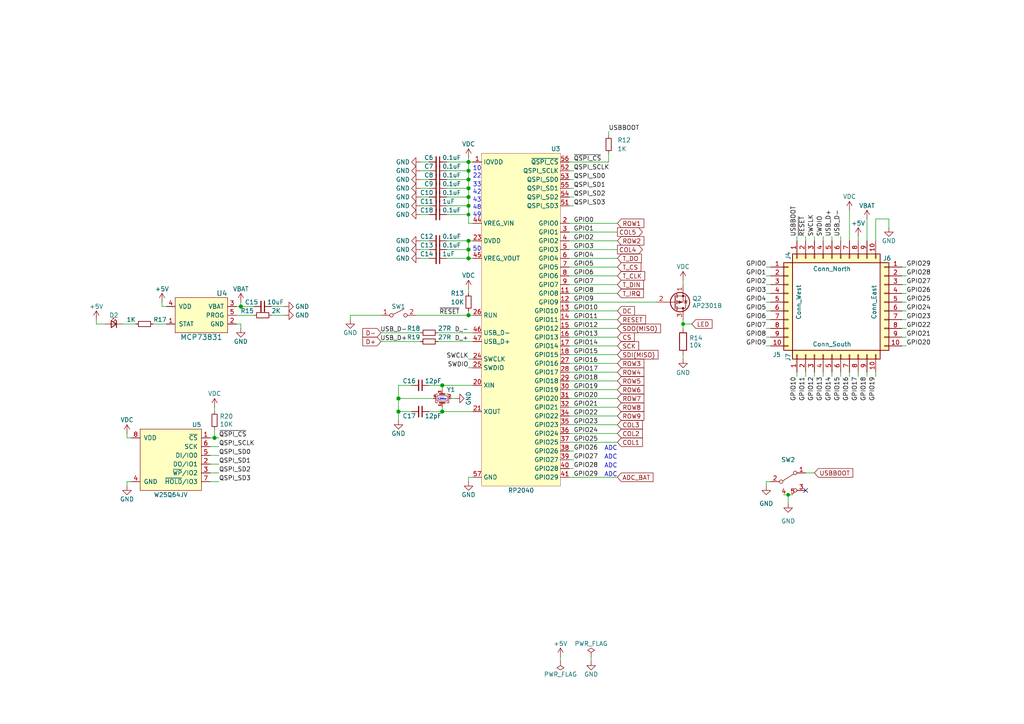
<source format=kicad_sch>
(kicad_sch (version 20230121) (generator eeschema)

  (uuid 9fdeb563-096a-4f19-95d8-42fc8a1a59f1)

  (paper "A4")

  (title_block
    (title "Open Source Machinist Calculator")
    (rev "Draft")
    (comment 1 "https://github.com/solderparty/rp2040_stamp_hw/tree/main")
    (comment 2 "Licensed under the CERN Open Hardware Licence v1.2")
    (comment 3 "by Solder Party / arturo182")
    (comment 4 "Microcontroller schematics is the RP2040 Stamp (with modifications)")
  )

  (lib_symbols
    (symbol "Battery_Management_Extra:MCP73831" (pin_names (offset 1.016)) (in_bom yes) (on_board yes)
      (property "Reference" "U" (at 6.35 6.35 0)
        (effects (font (size 1.524 1.524)))
      )
      (property "Value" "MCP73831" (at 0 -6.35 0)
        (effects (font (size 1.524 1.524)))
      )
      (property "Footprint" "Package_TO_SOT_SMD:SOT-23-5" (at 0 -8.89 0)
        (effects (font (size 1.524 1.524)) hide)
      )
      (property "Datasheet" "" (at 0 21.59 0)
        (effects (font (size 1.524 1.524)) hide)
      )
      (symbol "MCP73831_0_1"
        (rectangle (start -7.62 5.08) (end 7.62 -5.08)
          (stroke (width 0) (type default))
          (fill (type background))
        )
      )
      (symbol "MCP73831_1_1"
        (pin output line (at -10.16 -2.54 0) (length 2.54)
          (name "STAT" (effects (font (size 1.27 1.27))))
          (number "1" (effects (font (size 1.27 1.27))))
        )
        (pin power_in line (at 10.16 -2.54 180) (length 2.54)
          (name "GND" (effects (font (size 1.27 1.27))))
          (number "2" (effects (font (size 1.27 1.27))))
        )
        (pin power_out line (at 10.16 2.54 180) (length 2.54)
          (name "VBAT" (effects (font (size 1.27 1.27))))
          (number "3" (effects (font (size 1.27 1.27))))
        )
        (pin power_in line (at -10.16 2.54 0) (length 2.54)
          (name "VDD" (effects (font (size 1.27 1.27))))
          (number "4" (effects (font (size 1.27 1.27))))
        )
        (pin input line (at 10.16 0 180) (length 2.54)
          (name "PROG" (effects (font (size 1.27 1.27))))
          (number "5" (effects (font (size 1.27 1.27))))
        )
      )
    )
    (symbol "Connector_Generic:Conn_01x10" (pin_names (offset 1.016) hide) (in_bom yes) (on_board yes)
      (property "Reference" "J" (at 0 12.7 0)
        (effects (font (size 1.27 1.27)))
      )
      (property "Value" "Conn_01x10" (at 0 -15.24 0)
        (effects (font (size 1.27 1.27)))
      )
      (property "Footprint" "" (at 0 0 0)
        (effects (font (size 1.27 1.27)) hide)
      )
      (property "Datasheet" "~" (at 0 0 0)
        (effects (font (size 1.27 1.27)) hide)
      )
      (property "ki_keywords" "connector" (at 0 0 0)
        (effects (font (size 1.27 1.27)) hide)
      )
      (property "ki_description" "Generic connector, single row, 01x10, script generated (kicad-library-utils/schlib/autogen/connector/)" (at 0 0 0)
        (effects (font (size 1.27 1.27)) hide)
      )
      (property "ki_fp_filters" "Connector*:*_1x??_*" (at 0 0 0)
        (effects (font (size 1.27 1.27)) hide)
      )
      (symbol "Conn_01x10_1_1"
        (rectangle (start -1.27 -12.573) (end 0 -12.827)
          (stroke (width 0.1524) (type default))
          (fill (type none))
        )
        (rectangle (start -1.27 -10.033) (end 0 -10.287)
          (stroke (width 0.1524) (type default))
          (fill (type none))
        )
        (rectangle (start -1.27 -7.493) (end 0 -7.747)
          (stroke (width 0.1524) (type default))
          (fill (type none))
        )
        (rectangle (start -1.27 -4.953) (end 0 -5.207)
          (stroke (width 0.1524) (type default))
          (fill (type none))
        )
        (rectangle (start -1.27 -2.413) (end 0 -2.667)
          (stroke (width 0.1524) (type default))
          (fill (type none))
        )
        (rectangle (start -1.27 0.127) (end 0 -0.127)
          (stroke (width 0.1524) (type default))
          (fill (type none))
        )
        (rectangle (start -1.27 2.667) (end 0 2.413)
          (stroke (width 0.1524) (type default))
          (fill (type none))
        )
        (rectangle (start -1.27 5.207) (end 0 4.953)
          (stroke (width 0.1524) (type default))
          (fill (type none))
        )
        (rectangle (start -1.27 7.747) (end 0 7.493)
          (stroke (width 0.1524) (type default))
          (fill (type none))
        )
        (rectangle (start -1.27 10.287) (end 0 10.033)
          (stroke (width 0.1524) (type default))
          (fill (type none))
        )
        (rectangle (start -1.27 11.43) (end 1.27 -13.97)
          (stroke (width 0.254) (type default))
          (fill (type background))
        )
        (pin passive line (at -5.08 10.16 0) (length 3.81)
          (name "Pin_1" (effects (font (size 1.27 1.27))))
          (number "1" (effects (font (size 1.27 1.27))))
        )
        (pin passive line (at -5.08 -12.7 0) (length 3.81)
          (name "Pin_10" (effects (font (size 1.27 1.27))))
          (number "10" (effects (font (size 1.27 1.27))))
        )
        (pin passive line (at -5.08 7.62 0) (length 3.81)
          (name "Pin_2" (effects (font (size 1.27 1.27))))
          (number "2" (effects (font (size 1.27 1.27))))
        )
        (pin passive line (at -5.08 5.08 0) (length 3.81)
          (name "Pin_3" (effects (font (size 1.27 1.27))))
          (number "3" (effects (font (size 1.27 1.27))))
        )
        (pin passive line (at -5.08 2.54 0) (length 3.81)
          (name "Pin_4" (effects (font (size 1.27 1.27))))
          (number "4" (effects (font (size 1.27 1.27))))
        )
        (pin passive line (at -5.08 0 0) (length 3.81)
          (name "Pin_5" (effects (font (size 1.27 1.27))))
          (number "5" (effects (font (size 1.27 1.27))))
        )
        (pin passive line (at -5.08 -2.54 0) (length 3.81)
          (name "Pin_6" (effects (font (size 1.27 1.27))))
          (number "6" (effects (font (size 1.27 1.27))))
        )
        (pin passive line (at -5.08 -5.08 0) (length 3.81)
          (name "Pin_7" (effects (font (size 1.27 1.27))))
          (number "7" (effects (font (size 1.27 1.27))))
        )
        (pin passive line (at -5.08 -7.62 0) (length 3.81)
          (name "Pin_8" (effects (font (size 1.27 1.27))))
          (number "8" (effects (font (size 1.27 1.27))))
        )
        (pin passive line (at -5.08 -10.16 0) (length 3.81)
          (name "Pin_9" (effects (font (size 1.27 1.27))))
          (number "9" (effects (font (size 1.27 1.27))))
        )
      )
    )
    (symbol "Device:C_Small" (pin_numbers hide) (pin_names (offset 0.254) hide) (in_bom yes) (on_board yes)
      (property "Reference" "C" (at 0.254 1.778 0)
        (effects (font (size 1.27 1.27)) (justify left))
      )
      (property "Value" "C_Small" (at 0.254 -2.032 0)
        (effects (font (size 1.27 1.27)) (justify left))
      )
      (property "Footprint" "" (at 0 0 0)
        (effects (font (size 1.27 1.27)) hide)
      )
      (property "Datasheet" "~" (at 0 0 0)
        (effects (font (size 1.27 1.27)) hide)
      )
      (property "ki_keywords" "capacitor cap" (at 0 0 0)
        (effects (font (size 1.27 1.27)) hide)
      )
      (property "ki_description" "Unpolarized capacitor, small symbol" (at 0 0 0)
        (effects (font (size 1.27 1.27)) hide)
      )
      (property "ki_fp_filters" "C_*" (at 0 0 0)
        (effects (font (size 1.27 1.27)) hide)
      )
      (symbol "C_Small_0_1"
        (polyline
          (pts
            (xy -1.524 -0.508)
            (xy 1.524 -0.508)
          )
          (stroke (width 0.3302) (type default))
          (fill (type none))
        )
        (polyline
          (pts
            (xy -1.524 0.508)
            (xy 1.524 0.508)
          )
          (stroke (width 0.3048) (type default))
          (fill (type none))
        )
      )
      (symbol "C_Small_1_1"
        (pin passive line (at 0 2.54 270) (length 2.032)
          (name "~" (effects (font (size 1.27 1.27))))
          (number "1" (effects (font (size 1.27 1.27))))
        )
        (pin passive line (at 0 -2.54 90) (length 2.032)
          (name "~" (effects (font (size 1.27 1.27))))
          (number "2" (effects (font (size 1.27 1.27))))
        )
      )
    )
    (symbol "Device:Crystal_GND24_Small" (pin_names (offset 1.016) hide) (in_bom yes) (on_board yes)
      (property "Reference" "Y" (at 1.27 4.445 0)
        (effects (font (size 1.27 1.27)) (justify left))
      )
      (property "Value" "Crystal_GND24_Small" (at 1.27 2.54 0)
        (effects (font (size 1.27 1.27)) (justify left))
      )
      (property "Footprint" "" (at 0 0 0)
        (effects (font (size 1.27 1.27)) hide)
      )
      (property "Datasheet" "~" (at 0 0 0)
        (effects (font (size 1.27 1.27)) hide)
      )
      (property "ki_keywords" "quartz ceramic resonator oscillator" (at 0 0 0)
        (effects (font (size 1.27 1.27)) hide)
      )
      (property "ki_description" "Four pin crystal, GND on pins 2 and 4, small symbol" (at 0 0 0)
        (effects (font (size 1.27 1.27)) hide)
      )
      (property "ki_fp_filters" "Crystal*" (at 0 0 0)
        (effects (font (size 1.27 1.27)) hide)
      )
      (symbol "Crystal_GND24_Small_0_1"
        (rectangle (start -0.762 -1.524) (end 0.762 1.524)
          (stroke (width 0) (type default))
          (fill (type none))
        )
        (polyline
          (pts
            (xy -1.27 -0.762)
            (xy -1.27 0.762)
          )
          (stroke (width 0.381) (type default))
          (fill (type none))
        )
        (polyline
          (pts
            (xy 1.27 -0.762)
            (xy 1.27 0.762)
          )
          (stroke (width 0.381) (type default))
          (fill (type none))
        )
        (polyline
          (pts
            (xy -1.27 -1.27)
            (xy -1.27 -1.905)
            (xy 1.27 -1.905)
            (xy 1.27 -1.27)
          )
          (stroke (width 0) (type default))
          (fill (type none))
        )
        (polyline
          (pts
            (xy -1.27 1.27)
            (xy -1.27 1.905)
            (xy 1.27 1.905)
            (xy 1.27 1.27)
          )
          (stroke (width 0) (type default))
          (fill (type none))
        )
      )
      (symbol "Crystal_GND24_Small_1_1"
        (pin passive line (at -2.54 0 0) (length 1.27)
          (name "1" (effects (font (size 1.27 1.27))))
          (number "1" (effects (font (size 0.762 0.762))))
        )
        (pin passive line (at 0 -2.54 90) (length 0.635)
          (name "2" (effects (font (size 1.27 1.27))))
          (number "2" (effects (font (size 0.762 0.762))))
        )
        (pin passive line (at 2.54 0 180) (length 1.27)
          (name "3" (effects (font (size 1.27 1.27))))
          (number "3" (effects (font (size 0.762 0.762))))
        )
        (pin passive line (at 0 2.54 270) (length 0.635)
          (name "4" (effects (font (size 1.27 1.27))))
          (number "4" (effects (font (size 0.762 0.762))))
        )
      )
    )
    (symbol "Device:LED_Small" (pin_numbers hide) (pin_names (offset 0.254) hide) (in_bom yes) (on_board yes)
      (property "Reference" "D" (at -1.27 3.175 0)
        (effects (font (size 1.27 1.27)) (justify left))
      )
      (property "Value" "LED_Small" (at -4.445 -2.54 0)
        (effects (font (size 1.27 1.27)) (justify left))
      )
      (property "Footprint" "" (at 0 0 90)
        (effects (font (size 1.27 1.27)) hide)
      )
      (property "Datasheet" "~" (at 0 0 90)
        (effects (font (size 1.27 1.27)) hide)
      )
      (property "ki_keywords" "LED diode light-emitting-diode" (at 0 0 0)
        (effects (font (size 1.27 1.27)) hide)
      )
      (property "ki_description" "Light emitting diode, small symbol" (at 0 0 0)
        (effects (font (size 1.27 1.27)) hide)
      )
      (property "ki_fp_filters" "LED* LED_SMD:* LED_THT:*" (at 0 0 0)
        (effects (font (size 1.27 1.27)) hide)
      )
      (symbol "LED_Small_0_1"
        (polyline
          (pts
            (xy -0.762 -1.016)
            (xy -0.762 1.016)
          )
          (stroke (width 0.254) (type default))
          (fill (type none))
        )
        (polyline
          (pts
            (xy 1.016 0)
            (xy -0.762 0)
          )
          (stroke (width 0) (type default))
          (fill (type none))
        )
        (polyline
          (pts
            (xy 0.762 -1.016)
            (xy -0.762 0)
            (xy 0.762 1.016)
            (xy 0.762 -1.016)
          )
          (stroke (width 0.254) (type default))
          (fill (type none))
        )
        (polyline
          (pts
            (xy 0 0.762)
            (xy -0.508 1.27)
            (xy -0.254 1.27)
            (xy -0.508 1.27)
            (xy -0.508 1.016)
          )
          (stroke (width 0) (type default))
          (fill (type none))
        )
        (polyline
          (pts
            (xy 0.508 1.27)
            (xy 0 1.778)
            (xy 0.254 1.778)
            (xy 0 1.778)
            (xy 0 1.524)
          )
          (stroke (width 0) (type default))
          (fill (type none))
        )
      )
      (symbol "LED_Small_1_1"
        (pin passive line (at -2.54 0 0) (length 1.778)
          (name "K" (effects (font (size 1.27 1.27))))
          (number "1" (effects (font (size 1.27 1.27))))
        )
        (pin passive line (at 2.54 0 180) (length 1.778)
          (name "A" (effects (font (size 1.27 1.27))))
          (number "2" (effects (font (size 1.27 1.27))))
        )
      )
    )
    (symbol "Device:Q_PMOS_SGD" (pin_names (offset 0) hide) (in_bom yes) (on_board yes)
      (property "Reference" "Q" (at 5.08 1.27 0)
        (effects (font (size 1.27 1.27)) (justify left))
      )
      (property "Value" "Q_PMOS_SGD" (at 5.08 -1.27 0)
        (effects (font (size 1.27 1.27)) (justify left))
      )
      (property "Footprint" "" (at 5.08 2.54 0)
        (effects (font (size 1.27 1.27)) hide)
      )
      (property "Datasheet" "~" (at 0 0 0)
        (effects (font (size 1.27 1.27)) hide)
      )
      (property "ki_keywords" "transistor PMOS P-MOS P-MOSFET" (at 0 0 0)
        (effects (font (size 1.27 1.27)) hide)
      )
      (property "ki_description" "P-MOSFET transistor, source/gate/drain" (at 0 0 0)
        (effects (font (size 1.27 1.27)) hide)
      )
      (symbol "Q_PMOS_SGD_0_1"
        (polyline
          (pts
            (xy 0.254 0)
            (xy -2.54 0)
          )
          (stroke (width 0) (type default))
          (fill (type none))
        )
        (polyline
          (pts
            (xy 0.254 1.905)
            (xy 0.254 -1.905)
          )
          (stroke (width 0.254) (type default))
          (fill (type none))
        )
        (polyline
          (pts
            (xy 0.762 -1.27)
            (xy 0.762 -2.286)
          )
          (stroke (width 0.254) (type default))
          (fill (type none))
        )
        (polyline
          (pts
            (xy 0.762 0.508)
            (xy 0.762 -0.508)
          )
          (stroke (width 0.254) (type default))
          (fill (type none))
        )
        (polyline
          (pts
            (xy 0.762 2.286)
            (xy 0.762 1.27)
          )
          (stroke (width 0.254) (type default))
          (fill (type none))
        )
        (polyline
          (pts
            (xy 2.54 2.54)
            (xy 2.54 1.778)
          )
          (stroke (width 0) (type default))
          (fill (type none))
        )
        (polyline
          (pts
            (xy 2.54 -2.54)
            (xy 2.54 0)
            (xy 0.762 0)
          )
          (stroke (width 0) (type default))
          (fill (type none))
        )
        (polyline
          (pts
            (xy 0.762 1.778)
            (xy 3.302 1.778)
            (xy 3.302 -1.778)
            (xy 0.762 -1.778)
          )
          (stroke (width 0) (type default))
          (fill (type none))
        )
        (polyline
          (pts
            (xy 2.286 0)
            (xy 1.27 0.381)
            (xy 1.27 -0.381)
            (xy 2.286 0)
          )
          (stroke (width 0) (type default))
          (fill (type outline))
        )
        (polyline
          (pts
            (xy 2.794 -0.508)
            (xy 2.921 -0.381)
            (xy 3.683 -0.381)
            (xy 3.81 -0.254)
          )
          (stroke (width 0) (type default))
          (fill (type none))
        )
        (polyline
          (pts
            (xy 3.302 -0.381)
            (xy 2.921 0.254)
            (xy 3.683 0.254)
            (xy 3.302 -0.381)
          )
          (stroke (width 0) (type default))
          (fill (type none))
        )
        (circle (center 1.651 0) (radius 2.794)
          (stroke (width 0.254) (type default))
          (fill (type none))
        )
        (circle (center 2.54 -1.778) (radius 0.254)
          (stroke (width 0) (type default))
          (fill (type outline))
        )
        (circle (center 2.54 1.778) (radius 0.254)
          (stroke (width 0) (type default))
          (fill (type outline))
        )
      )
      (symbol "Q_PMOS_SGD_1_1"
        (pin passive line (at 2.54 -5.08 90) (length 2.54)
          (name "S" (effects (font (size 1.27 1.27))))
          (number "1" (effects (font (size 1.27 1.27))))
        )
        (pin input line (at -5.08 0 0) (length 2.54)
          (name "G" (effects (font (size 1.27 1.27))))
          (number "2" (effects (font (size 1.27 1.27))))
        )
        (pin passive line (at 2.54 5.08 270) (length 2.54)
          (name "D" (effects (font (size 1.27 1.27))))
          (number "3" (effects (font (size 1.27 1.27))))
        )
      )
    )
    (symbol "Device:R" (pin_numbers hide) (pin_names (offset 0)) (in_bom yes) (on_board yes)
      (property "Reference" "R" (at 2.032 0 90)
        (effects (font (size 1.27 1.27)))
      )
      (property "Value" "R" (at 0 0 90)
        (effects (font (size 1.27 1.27)))
      )
      (property "Footprint" "" (at -1.778 0 90)
        (effects (font (size 1.27 1.27)) hide)
      )
      (property "Datasheet" "~" (at 0 0 0)
        (effects (font (size 1.27 1.27)) hide)
      )
      (property "ki_keywords" "R res resistor" (at 0 0 0)
        (effects (font (size 1.27 1.27)) hide)
      )
      (property "ki_description" "Resistor" (at 0 0 0)
        (effects (font (size 1.27 1.27)) hide)
      )
      (property "ki_fp_filters" "R_*" (at 0 0 0)
        (effects (font (size 1.27 1.27)) hide)
      )
      (symbol "R_0_1"
        (rectangle (start -1.016 -2.54) (end 1.016 2.54)
          (stroke (width 0.254) (type default))
          (fill (type none))
        )
      )
      (symbol "R_1_1"
        (pin passive line (at 0 3.81 270) (length 1.27)
          (name "~" (effects (font (size 1.27 1.27))))
          (number "1" (effects (font (size 1.27 1.27))))
        )
        (pin passive line (at 0 -3.81 90) (length 1.27)
          (name "~" (effects (font (size 1.27 1.27))))
          (number "2" (effects (font (size 1.27 1.27))))
        )
      )
    )
    (symbol "Device:R_Small" (pin_numbers hide) (pin_names (offset 0.254) hide) (in_bom yes) (on_board yes)
      (property "Reference" "R" (at 0.762 0.508 0)
        (effects (font (size 1.27 1.27)) (justify left))
      )
      (property "Value" "R_Small" (at 0.762 -1.016 0)
        (effects (font (size 1.27 1.27)) (justify left))
      )
      (property "Footprint" "" (at 0 0 0)
        (effects (font (size 1.27 1.27)) hide)
      )
      (property "Datasheet" "~" (at 0 0 0)
        (effects (font (size 1.27 1.27)) hide)
      )
      (property "ki_keywords" "R resistor" (at 0 0 0)
        (effects (font (size 1.27 1.27)) hide)
      )
      (property "ki_description" "Resistor, small symbol" (at 0 0 0)
        (effects (font (size 1.27 1.27)) hide)
      )
      (property "ki_fp_filters" "R_*" (at 0 0 0)
        (effects (font (size 1.27 1.27)) hide)
      )
      (symbol "R_Small_0_1"
        (rectangle (start -0.762 1.778) (end 0.762 -1.778)
          (stroke (width 0.2032) (type default))
          (fill (type none))
        )
      )
      (symbol "R_Small_1_1"
        (pin passive line (at 0 2.54 270) (length 0.762)
          (name "~" (effects (font (size 1.27 1.27))))
          (number "1" (effects (font (size 1.27 1.27))))
        )
        (pin passive line (at 0 -2.54 90) (length 0.762)
          (name "~" (effects (font (size 1.27 1.27))))
          (number "2" (effects (font (size 1.27 1.27))))
        )
      )
    )
    (symbol "GND_1" (power) (pin_names (offset 0)) (in_bom yes) (on_board yes)
      (property "Reference" "#PWR" (at 0 -6.35 0)
        (effects (font (size 1.27 1.27)) hide)
      )
      (property "Value" "GND_1" (at 0 -3.81 0)
        (effects (font (size 1.27 1.27)))
      )
      (property "Footprint" "" (at 0 0 0)
        (effects (font (size 1.27 1.27)) hide)
      )
      (property "Datasheet" "" (at 0 0 0)
        (effects (font (size 1.27 1.27)) hide)
      )
      (property "ki_keywords" "global power" (at 0 0 0)
        (effects (font (size 1.27 1.27)) hide)
      )
      (property "ki_description" "Power symbol creates a global label with name \"GND\" , ground" (at 0 0 0)
        (effects (font (size 1.27 1.27)) hide)
      )
      (symbol "GND_1_0_1"
        (polyline
          (pts
            (xy 0 0)
            (xy 0 -1.27)
            (xy 1.27 -1.27)
            (xy 0 -2.54)
            (xy -1.27 -1.27)
            (xy 0 -1.27)
          )
          (stroke (width 0) (type default))
          (fill (type none))
        )
      )
      (symbol "GND_1_1_1"
        (pin power_in line (at 0 0 270) (length 0) hide
          (name "GND" (effects (font (size 1.27 1.27))))
          (number "1" (effects (font (size 1.27 1.27))))
        )
      )
    )
    (symbol "MCU_RaspberryPi:RP2040" (in_bom yes) (on_board yes)
      (property "Reference" "U" (at 11.43 1.27 0)
        (effects (font (size 1.27 1.27)))
      )
      (property "Value" "RP2040" (at 0 -97.79 0)
        (effects (font (size 1.27 1.27)))
      )
      (property "Footprint" "Package_DFN_QFN_Extra:QFN-56_EP_7x7_Pitch0.4mm" (at 0 -100.33 0)
        (effects (font (size 1.27 1.27)) hide)
      )
      (property "Datasheet" "https://datasheets.raspberrypi.org/rp2040/rp2040_datasheet.pdf" (at 0 -102.87 0)
        (effects (font (size 1.27 1.27)) hide)
      )
      (symbol "RP2040_0_0"
        (pin power_in line (at -13.97 -2.54 0) (length 2.54)
          (name "IOVDD" (effects (font (size 1.27 1.27))))
          (number "1" (effects (font (size 1.27 1.27))))
        )
        (pin passive line (at -13.97 -2.54 0) (length 2.54) hide
          (name "IOVDD" (effects (font (size 1.27 1.27))))
          (number "10" (effects (font (size 1.27 1.27))))
        )
        (pin bidirectional line (at 13.97 -40.64 180) (length 2.54)
          (name "GPIO8" (effects (font (size 1.27 1.27))))
          (number "11" (effects (font (size 1.27 1.27))))
        )
        (pin bidirectional line (at 13.97 -20.32 180) (length 2.54)
          (name "GPIO0" (effects (font (size 1.27 1.27))))
          (number "2" (effects (font (size 1.27 1.27))))
        )
        (pin bidirectional line (at 13.97 -22.86 180) (length 2.54)
          (name "GPIO1" (effects (font (size 1.27 1.27))))
          (number "3" (effects (font (size 1.27 1.27))))
        )
        (pin bidirectional line (at 13.97 -25.4 180) (length 2.54)
          (name "GPIO2" (effects (font (size 1.27 1.27))))
          (number "4" (effects (font (size 1.27 1.27))))
        )
        (pin bidirectional line (at 13.97 -27.94 180) (length 2.54)
          (name "GPIO3" (effects (font (size 1.27 1.27))))
          (number "5" (effects (font (size 1.27 1.27))))
        )
        (pin bidirectional line (at 13.97 -30.48 180) (length 2.54)
          (name "GPIO4" (effects (font (size 1.27 1.27))))
          (number "6" (effects (font (size 1.27 1.27))))
        )
        (pin bidirectional line (at 13.97 -33.02 180) (length 2.54)
          (name "GPIO5" (effects (font (size 1.27 1.27))))
          (number "7" (effects (font (size 1.27 1.27))))
        )
        (pin bidirectional line (at 13.97 -35.56 180) (length 2.54)
          (name "GPIO6" (effects (font (size 1.27 1.27))))
          (number "8" (effects (font (size 1.27 1.27))))
        )
        (pin bidirectional line (at 13.97 -38.1 180) (length 2.54)
          (name "GPIO7" (effects (font (size 1.27 1.27))))
          (number "9" (effects (font (size 1.27 1.27))))
        )
      )
      (symbol "RP2040_0_1"
        (rectangle (start -11.43 0) (end 11.43 -96.52)
          (stroke (width 0.001) (type default))
          (fill (type background))
        )
      )
      (symbol "RP2040_1_1"
        (pin bidirectional line (at 13.97 -43.18 180) (length 2.54)
          (name "GPIO9" (effects (font (size 1.27 1.27))))
          (number "12" (effects (font (size 1.27 1.27))))
        )
        (pin bidirectional line (at 13.97 -45.72 180) (length 2.54)
          (name "GPIO10" (effects (font (size 1.27 1.27))))
          (number "13" (effects (font (size 1.27 1.27))))
        )
        (pin bidirectional line (at 13.97 -48.26 180) (length 2.54)
          (name "GPIO11" (effects (font (size 1.27 1.27))))
          (number "14" (effects (font (size 1.27 1.27))))
        )
        (pin bidirectional line (at 13.97 -50.8 180) (length 2.54)
          (name "GPIO12" (effects (font (size 1.27 1.27))))
          (number "15" (effects (font (size 1.27 1.27))))
        )
        (pin bidirectional line (at 13.97 -53.34 180) (length 2.54)
          (name "GPIO13" (effects (font (size 1.27 1.27))))
          (number "16" (effects (font (size 1.27 1.27))))
        )
        (pin bidirectional line (at 13.97 -55.88 180) (length 2.54)
          (name "GPIO14" (effects (font (size 1.27 1.27))))
          (number "17" (effects (font (size 1.27 1.27))))
        )
        (pin bidirectional line (at 13.97 -58.42 180) (length 2.54)
          (name "GPIO15" (effects (font (size 1.27 1.27))))
          (number "18" (effects (font (size 1.27 1.27))))
        )
        (pin passive line (at -13.97 -93.98 0) (length 2.54) hide
          (name "TESTEN" (effects (font (size 1.27 1.27))))
          (number "19" (effects (font (size 1.27 1.27))))
        )
        (pin input line (at -13.97 -67.31 0) (length 2.54)
          (name "XIN" (effects (font (size 1.27 1.27))))
          (number "20" (effects (font (size 1.27 1.27))))
        )
        (pin output line (at -13.97 -74.93 0) (length 2.54)
          (name "XOUT" (effects (font (size 1.27 1.27))))
          (number "21" (effects (font (size 1.27 1.27))))
        )
        (pin passive line (at -13.97 -2.54 0) (length 2.54) hide
          (name "IOVDD" (effects (font (size 1.27 1.27))))
          (number "22" (effects (font (size 1.27 1.27))))
        )
        (pin power_in line (at -13.97 -25.4 0) (length 2.54)
          (name "DVDD" (effects (font (size 1.27 1.27))))
          (number "23" (effects (font (size 1.27 1.27))))
        )
        (pin input line (at -13.97 -59.69 0) (length 2.54)
          (name "SWCLK" (effects (font (size 1.27 1.27))))
          (number "24" (effects (font (size 1.27 1.27))))
        )
        (pin bidirectional line (at -13.97 -62.23 0) (length 2.54)
          (name "SWDIO" (effects (font (size 1.27 1.27))))
          (number "25" (effects (font (size 1.27 1.27))))
        )
        (pin input line (at -13.97 -46.99 0) (length 2.54)
          (name "RUN" (effects (font (size 1.27 1.27))))
          (number "26" (effects (font (size 1.27 1.27))))
        )
        (pin bidirectional line (at 13.97 -60.96 180) (length 2.54)
          (name "GPIO16" (effects (font (size 1.27 1.27))))
          (number "27" (effects (font (size 1.27 1.27))))
        )
        (pin bidirectional line (at 13.97 -63.5 180) (length 2.54)
          (name "GPIO17" (effects (font (size 1.27 1.27))))
          (number "28" (effects (font (size 1.27 1.27))))
        )
        (pin bidirectional line (at 13.97 -66.04 180) (length 2.54)
          (name "GPIO18" (effects (font (size 1.27 1.27))))
          (number "29" (effects (font (size 1.27 1.27))))
        )
        (pin bidirectional line (at 13.97 -68.58 180) (length 2.54)
          (name "GPIO19" (effects (font (size 1.27 1.27))))
          (number "30" (effects (font (size 1.27 1.27))))
        )
        (pin bidirectional line (at 13.97 -71.12 180) (length 2.54)
          (name "GPIO20" (effects (font (size 1.27 1.27))))
          (number "31" (effects (font (size 1.27 1.27))))
        )
        (pin bidirectional line (at 13.97 -73.66 180) (length 2.54)
          (name "GPIO21" (effects (font (size 1.27 1.27))))
          (number "32" (effects (font (size 1.27 1.27))))
        )
        (pin passive line (at -13.97 -2.54 0) (length 2.54) hide
          (name "IOVDD" (effects (font (size 1.27 1.27))))
          (number "33" (effects (font (size 1.27 1.27))))
        )
        (pin bidirectional line (at 13.97 -76.2 180) (length 2.54)
          (name "GPIO22" (effects (font (size 1.27 1.27))))
          (number "34" (effects (font (size 1.27 1.27))))
        )
        (pin bidirectional line (at 13.97 -78.74 180) (length 2.54)
          (name "GPIO23" (effects (font (size 1.27 1.27))))
          (number "35" (effects (font (size 1.27 1.27))))
        )
        (pin bidirectional line (at 13.97 -81.28 180) (length 2.54)
          (name "GPIO24" (effects (font (size 1.27 1.27))))
          (number "36" (effects (font (size 1.27 1.27))))
        )
        (pin bidirectional line (at 13.97 -83.82 180) (length 2.54)
          (name "GPIO25" (effects (font (size 1.27 1.27))))
          (number "37" (effects (font (size 1.27 1.27))))
        )
        (pin bidirectional line (at 13.97 -86.36 180) (length 2.54)
          (name "GPIO26" (effects (font (size 1.27 1.27))))
          (number "38" (effects (font (size 1.27 1.27))))
        )
        (pin bidirectional line (at 13.97 -88.9 180) (length 2.54)
          (name "GPIO27" (effects (font (size 1.27 1.27))))
          (number "39" (effects (font (size 1.27 1.27))))
        )
        (pin bidirectional line (at 13.97 -91.44 180) (length 2.54)
          (name "GPIO28" (effects (font (size 1.27 1.27))))
          (number "40" (effects (font (size 1.27 1.27))))
        )
        (pin bidirectional line (at 13.97 -93.98 180) (length 2.54)
          (name "GPIO29" (effects (font (size 1.27 1.27))))
          (number "41" (effects (font (size 1.27 1.27))))
        )
        (pin passive line (at -13.97 -2.54 0) (length 2.54) hide
          (name "IOVDD" (effects (font (size 1.27 1.27))))
          (number "42" (effects (font (size 1.27 1.27))))
        )
        (pin passive line (at -13.97 -2.54 0) (length 2.54) hide
          (name "ADC_AVDD" (effects (font (size 1.27 1.27))))
          (number "43" (effects (font (size 1.27 1.27))))
        )
        (pin power_in line (at -13.97 -20.32 0) (length 2.54)
          (name "VREG_VIN" (effects (font (size 1.27 1.27))))
          (number "44" (effects (font (size 1.27 1.27))))
        )
        (pin power_out line (at -13.97 -30.48 0) (length 2.54)
          (name "VREG_VOUT" (effects (font (size 1.27 1.27))))
          (number "45" (effects (font (size 1.27 1.27))))
        )
        (pin bidirectional line (at -13.97 -52.07 0) (length 2.54)
          (name "USB_D-" (effects (font (size 1.27 1.27))))
          (number "46" (effects (font (size 1.27 1.27))))
        )
        (pin bidirectional line (at -13.97 -54.61 0) (length 2.54)
          (name "USB_D+" (effects (font (size 1.27 1.27))))
          (number "47" (effects (font (size 1.27 1.27))))
        )
        (pin passive line (at -13.97 -2.54 0) (length 2.54) hide
          (name "USB_VDD" (effects (font (size 1.27 1.27))))
          (number "48" (effects (font (size 1.27 1.27))))
        )
        (pin passive line (at -13.97 -2.54 0) (length 2.54) hide
          (name "IOVDD" (effects (font (size 1.27 1.27))))
          (number "49" (effects (font (size 1.27 1.27))))
        )
        (pin passive line (at -13.97 -25.4 0) (length 2.54) hide
          (name "DVDD" (effects (font (size 1.27 1.27))))
          (number "50" (effects (font (size 1.27 1.27))))
        )
        (pin bidirectional line (at 13.97 -15.24 180) (length 2.54)
          (name "QSPI_SD3" (effects (font (size 1.27 1.27))))
          (number "51" (effects (font (size 1.27 1.27))))
        )
        (pin output line (at 13.97 -5.08 180) (length 2.54)
          (name "QSPI_SCLK" (effects (font (size 1.27 1.27))))
          (number "52" (effects (font (size 1.27 1.27))))
        )
        (pin bidirectional line (at 13.97 -7.62 180) (length 2.54)
          (name "QSPI_SD0" (effects (font (size 1.27 1.27))))
          (number "53" (effects (font (size 1.27 1.27))))
        )
        (pin bidirectional line (at 13.97 -12.7 180) (length 2.54)
          (name "QSPI_SD2" (effects (font (size 1.27 1.27))))
          (number "54" (effects (font (size 1.27 1.27))))
        )
        (pin bidirectional line (at 13.97 -10.16 180) (length 2.54)
          (name "QSPI_SD1" (effects (font (size 1.27 1.27))))
          (number "55" (effects (font (size 1.27 1.27))))
        )
        (pin input line (at 13.97 -2.54 180) (length 2.54)
          (name "~{QSPI_CS}" (effects (font (size 1.27 1.27))))
          (number "56" (effects (font (size 1.27 1.27))))
        )
        (pin power_in line (at -13.97 -93.98 0) (length 2.54)
          (name "GND" (effects (font (size 1.27 1.27))))
          (number "57" (effects (font (size 1.27 1.27))))
        )
      )
    )
    (symbol "Memory_Flash_Extra:W25Q64JV" (pin_names (offset 1.016)) (in_bom yes) (on_board yes)
      (property "Reference" "U" (at 8.89 10.16 0)
        (effects (font (size 1.27 1.27)) (justify right))
      )
      (property "Value" "W25Q64JV" (at 0 -10.16 0)
        (effects (font (size 1.27 1.27)))
      )
      (property "Footprint" "Package_SON:WSON-8-1EP_6x5mm_P1.27mm_EP3.4x4mm" (at 0 -12.7 0)
        (effects (font (size 1.27 1.27)) hide)
      )
      (property "Datasheet" "" (at 0 -15.24 0)
        (effects (font (size 1.27 1.27)) hide)
      )
      (symbol "W25Q64JV_0_1"
        (rectangle (start -8.89 8.89) (end 8.89 -8.89)
          (stroke (width 0) (type default))
          (fill (type background))
        )
      )
      (symbol "W25Q64JV_1_1"
        (pin input line (at 11.43 6.35 180) (length 2.54)
          (name "~{CS}" (effects (font (size 1.27 1.27))))
          (number "1" (effects (font (size 1.27 1.27))))
        )
        (pin bidirectional line (at 11.43 -1.27 180) (length 2.54)
          (name "DO/IO1" (effects (font (size 1.27 1.27))))
          (number "2" (effects (font (size 1.27 1.27))))
        )
        (pin bidirectional line (at 11.43 -3.81 180) (length 2.54)
          (name "~{WP}/IO2" (effects (font (size 1.27 1.27))))
          (number "3" (effects (font (size 1.27 1.27))))
        )
        (pin power_in line (at -11.43 -6.35 0) (length 2.54)
          (name "GND" (effects (font (size 1.27 1.27))))
          (number "4" (effects (font (size 1.27 1.27))))
        )
        (pin bidirectional line (at 11.43 1.27 180) (length 2.54)
          (name "DI/IO0" (effects (font (size 1.27 1.27))))
          (number "5" (effects (font (size 1.27 1.27))))
        )
        (pin input line (at 11.43 3.81 180) (length 2.54)
          (name "SCK" (effects (font (size 1.27 1.27))))
          (number "6" (effects (font (size 1.27 1.27))))
        )
        (pin bidirectional line (at 11.43 -6.35 180) (length 2.54)
          (name "~{HOLD}/IO3" (effects (font (size 1.27 1.27))))
          (number "7" (effects (font (size 1.27 1.27))))
        )
        (pin power_in line (at -11.43 6.35 0) (length 2.54)
          (name "VDD" (effects (font (size 1.27 1.27))))
          (number "8" (effects (font (size 1.27 1.27))))
        )
        (pin passive line (at -11.43 -6.35 0) (length 2.54) hide
          (name "GND" (effects (font (size 1.27 1.27))))
          (number "9" (effects (font (size 1.27 1.27))))
        )
      )
    )
    (symbol "Switch:SW_SPDT" (pin_names (offset 0) hide) (in_bom yes) (on_board yes)
      (property "Reference" "SW1" (at 0 6.35 0)
        (effects (font (size 1.27 1.27)))
      )
      (property "Value" "MK-11C04-G013" (at 0 3.81 0)
        (effects (font (size 1.27 1.27)) hide)
      )
      (property "Footprint" "" (at 0 0 0)
        (effects (font (size 1.27 1.27)) hide)
      )
      (property "Datasheet" "https://datasheet.lcsc.com/lcsc/2009021103_G-Switch-MK-11C04-G013_C778185.pdf" (at 0 0 0)
        (effects (font (size 1.27 1.27)) hide)
      )
      (property "LCSC Part#" "C778185" (at 0 0 0)
        (effects (font (size 1.27 1.27)) hide)
      )
      (property "ki_keywords" "switch single-pole double-throw spdt ON-ON" (at 0 0 0)
        (effects (font (size 1.27 1.27)) hide)
      )
      (property "ki_description" "Switch, single pole double throw" (at 0 0 0)
        (effects (font (size 1.27 1.27)) hide)
      )
      (symbol "SW_SPDT_0_0"
        (circle (center -2.032 0) (radius 0.508)
          (stroke (width 0) (type default))
          (fill (type none))
        )
        (circle (center 2.032 -2.54) (radius 0.508)
          (stroke (width 0) (type default))
          (fill (type none))
        )
      )
      (symbol "SW_SPDT_0_1"
        (polyline
          (pts
            (xy -1.524 0.254)
            (xy 1.651 2.286)
          )
          (stroke (width 0) (type default))
          (fill (type none))
        )
        (circle (center 2.032 2.54) (radius 0.508)
          (stroke (width 0) (type default))
          (fill (type none))
        )
      )
      (symbol "SW_SPDT_1_1"
        (pin passive line (at 5.08 2.54 180) (length 2.54)
          (name "A" (effects (font (size 1.27 1.27))))
          (number "1" (effects (font (size 1.27 1.27))))
        )
        (pin passive line (at -5.08 0 0) (length 2.54)
          (name "B" (effects (font (size 1.27 1.27))))
          (number "2" (effects (font (size 1.27 1.27))))
        )
        (pin passive line (at 5.08 -2.54 180) (length 2.54)
          (name "C" (effects (font (size 1.27 1.27))))
          (number "3" (effects (font (size 1.27 1.27))))
        )
        (pin passive line (at -1.27 -3.81 0) (length 0)
          (name "4" (effects (font (size 1.27 1.27))))
          (number "4" (effects (font (size 1.27 1.27))))
        )
        (pin passive line (at 1.27 -3.81 0) (length 0)
          (name "4" (effects (font (size 1.27 1.27))))
          (number "5" (effects (font (size 1.27 1.27))))
        )
      )
    )
    (symbol "Switch:SW_SPST" (pin_names (offset 0) hide) (in_bom yes) (on_board yes)
      (property "Reference" "SW" (at 0 3.175 0)
        (effects (font (size 1.27 1.27)))
      )
      (property "Value" "SW_SPST" (at 0 -2.54 0)
        (effects (font (size 1.27 1.27)))
      )
      (property "Footprint" "" (at 0 0 0)
        (effects (font (size 1.27 1.27)) hide)
      )
      (property "Datasheet" "~" (at 0 0 0)
        (effects (font (size 1.27 1.27)) hide)
      )
      (property "ki_keywords" "switch lever" (at 0 0 0)
        (effects (font (size 1.27 1.27)) hide)
      )
      (property "ki_description" "Single Pole Single Throw (SPST) switch" (at 0 0 0)
        (effects (font (size 1.27 1.27)) hide)
      )
      (symbol "SW_SPST_0_0"
        (circle (center -2.032 0) (radius 0.508)
          (stroke (width 0) (type default))
          (fill (type none))
        )
        (polyline
          (pts
            (xy -1.524 0.254)
            (xy 1.524 1.778)
          )
          (stroke (width 0) (type default))
          (fill (type none))
        )
        (circle (center 2.032 0) (radius 0.508)
          (stroke (width 0) (type default))
          (fill (type none))
        )
      )
      (symbol "SW_SPST_1_1"
        (pin passive line (at -5.08 0 0) (length 2.54)
          (name "A" (effects (font (size 1.27 1.27))))
          (number "1" (effects (font (size 1.27 1.27))))
        )
        (pin passive line (at 5.08 0 180) (length 2.54)
          (name "B" (effects (font (size 1.27 1.27))))
          (number "2" (effects (font (size 1.27 1.27))))
        )
      )
    )
    (symbol "power:+5V" (power) (pin_names (offset 0)) (in_bom yes) (on_board yes)
      (property "Reference" "#PWR" (at 0 -3.81 0)
        (effects (font (size 1.27 1.27)) hide)
      )
      (property "Value" "+5V" (at 0 3.556 0)
        (effects (font (size 1.27 1.27)))
      )
      (property "Footprint" "" (at 0 0 0)
        (effects (font (size 1.27 1.27)) hide)
      )
      (property "Datasheet" "" (at 0 0 0)
        (effects (font (size 1.27 1.27)) hide)
      )
      (property "ki_keywords" "power-flag" (at 0 0 0)
        (effects (font (size 1.27 1.27)) hide)
      )
      (property "ki_description" "Power symbol creates a global label with name \"+5V\"" (at 0 0 0)
        (effects (font (size 1.27 1.27)) hide)
      )
      (symbol "+5V_0_1"
        (polyline
          (pts
            (xy -0.762 1.27)
            (xy 0 2.54)
          )
          (stroke (width 0) (type default))
          (fill (type none))
        )
        (polyline
          (pts
            (xy 0 0)
            (xy 0 2.54)
          )
          (stroke (width 0) (type default))
          (fill (type none))
        )
        (polyline
          (pts
            (xy 0 2.54)
            (xy 0.762 1.27)
          )
          (stroke (width 0) (type default))
          (fill (type none))
        )
      )
      (symbol "+5V_1_1"
        (pin power_in line (at 0 0 90) (length 0) hide
          (name "+5V" (effects (font (size 1.27 1.27))))
          (number "1" (effects (font (size 1.27 1.27))))
        )
      )
    )
    (symbol "power:GND" (power) (pin_names (offset 0)) (in_bom yes) (on_board yes)
      (property "Reference" "#PWR" (at 0 -6.35 0)
        (effects (font (size 1.27 1.27)) hide)
      )
      (property "Value" "GND" (at 0 -3.81 0)
        (effects (font (size 1.27 1.27)))
      )
      (property "Footprint" "" (at 0 0 0)
        (effects (font (size 1.27 1.27)) hide)
      )
      (property "Datasheet" "" (at 0 0 0)
        (effects (font (size 1.27 1.27)) hide)
      )
      (property "ki_keywords" "power-flag" (at 0 0 0)
        (effects (font (size 1.27 1.27)) hide)
      )
      (property "ki_description" "Power symbol creates a global label with name \"GND\" , ground" (at 0 0 0)
        (effects (font (size 1.27 1.27)) hide)
      )
      (symbol "GND_0_1"
        (polyline
          (pts
            (xy 0 0)
            (xy 0 -1.27)
            (xy 1.27 -1.27)
            (xy 0 -2.54)
            (xy -1.27 -1.27)
            (xy 0 -1.27)
          )
          (stroke (width 0) (type default))
          (fill (type none))
        )
      )
      (symbol "GND_1_1"
        (pin power_in line (at 0 0 270) (length 0) hide
          (name "GND" (effects (font (size 1.27 1.27))))
          (number "1" (effects (font (size 1.27 1.27))))
        )
      )
    )
    (symbol "power:PWR_FLAG" (power) (pin_numbers hide) (pin_names (offset 0) hide) (in_bom yes) (on_board yes)
      (property "Reference" "#FLG" (at 0 1.905 0)
        (effects (font (size 1.27 1.27)) hide)
      )
      (property "Value" "PWR_FLAG" (at 0 3.81 0)
        (effects (font (size 1.27 1.27)))
      )
      (property "Footprint" "" (at 0 0 0)
        (effects (font (size 1.27 1.27)) hide)
      )
      (property "Datasheet" "~" (at 0 0 0)
        (effects (font (size 1.27 1.27)) hide)
      )
      (property "ki_keywords" "power-flag" (at 0 0 0)
        (effects (font (size 1.27 1.27)) hide)
      )
      (property "ki_description" "Special symbol for telling ERC where power comes from" (at 0 0 0)
        (effects (font (size 1.27 1.27)) hide)
      )
      (symbol "PWR_FLAG_0_0"
        (pin power_out line (at 0 0 90) (length 0)
          (name "pwr" (effects (font (size 1.27 1.27))))
          (number "1" (effects (font (size 1.27 1.27))))
        )
      )
      (symbol "PWR_FLAG_0_1"
        (polyline
          (pts
            (xy 0 0)
            (xy 0 1.27)
            (xy -1.016 1.905)
            (xy 0 2.54)
            (xy 1.016 1.905)
            (xy 0 1.27)
          )
          (stroke (width 0) (type default))
          (fill (type none))
        )
      )
    )
    (symbol "power:VDC" (power) (pin_names (offset 0)) (in_bom yes) (on_board yes)
      (property "Reference" "#PWR" (at 0 -2.54 0)
        (effects (font (size 1.27 1.27)) hide)
      )
      (property "Value" "VDC" (at 0 6.35 0)
        (effects (font (size 1.27 1.27)))
      )
      (property "Footprint" "" (at 0 0 0)
        (effects (font (size 1.27 1.27)) hide)
      )
      (property "Datasheet" "" (at 0 0 0)
        (effects (font (size 1.27 1.27)) hide)
      )
      (property "ki_keywords" "global power" (at 0 0 0)
        (effects (font (size 1.27 1.27)) hide)
      )
      (property "ki_description" "Power symbol creates a global label with name \"VDC\"" (at 0 0 0)
        (effects (font (size 1.27 1.27)) hide)
      )
      (symbol "VDC_0_1"
        (polyline
          (pts
            (xy -0.762 1.27)
            (xy 0 2.54)
          )
          (stroke (width 0) (type default))
          (fill (type none))
        )
        (polyline
          (pts
            (xy 0 0)
            (xy 0 2.54)
          )
          (stroke (width 0) (type default))
          (fill (type none))
        )
        (polyline
          (pts
            (xy 0 2.54)
            (xy 0.762 1.27)
          )
          (stroke (width 0) (type default))
          (fill (type none))
        )
      )
      (symbol "VDC_1_1"
        (pin power_in line (at 0 0 90) (length 0) hide
          (name "VDC" (effects (font (size 1.27 1.27))))
          (number "1" (effects (font (size 1.27 1.27))))
        )
      )
    )
    (symbol "power_extra:VBAT" (power) (pin_names (offset 0)) (in_bom yes) (on_board yes)
      (property "Reference" "#PWR" (at 0 -3.81 0)
        (effects (font (size 1.27 1.27)) hide)
      )
      (property "Value" "VBAT" (at 0 3.556 0)
        (effects (font (size 1.27 1.27)))
      )
      (property "Footprint" "" (at 0 0 0)
        (effects (font (size 1.27 1.27)) hide)
      )
      (property "Datasheet" "" (at 0 0 0)
        (effects (font (size 1.27 1.27)) hide)
      )
      (symbol "VBAT_0_1"
        (polyline
          (pts
            (xy -0.762 1.27)
            (xy 0 2.54)
          )
          (stroke (width 0) (type default))
          (fill (type none))
        )
        (polyline
          (pts
            (xy 0 0)
            (xy 0 2.54)
          )
          (stroke (width 0) (type default))
          (fill (type none))
        )
        (polyline
          (pts
            (xy 0 2.54)
            (xy 0.762 1.27)
          )
          (stroke (width 0) (type default))
          (fill (type none))
        )
      )
      (symbol "VBAT_1_1"
        (pin power_in line (at 0 0 90) (length 0) hide
          (name "VBAT" (effects (font (size 1.27 1.27))))
          (number "1" (effects (font (size 1.27 1.27))))
        )
      )
    )
  )

  (junction (at 228.6 143.51) (diameter 0) (color 0 0 0 0)
    (uuid 105423a5-a213-4d94-8073-c3a467f3112b)
  )
  (junction (at 128.27 111.76) (diameter 1.016) (color 0 0 0 0)
    (uuid 1d9cb84f-be61-4b13-8a2c-9d02715e1ba8)
  )
  (junction (at 198.12 93.98) (diameter 0) (color 0 0 0 0)
    (uuid 269c3ffa-37d6-4336-bf2f-8d4641e2b031)
  )
  (junction (at 115.57 119.38) (diameter 1.016) (color 0 0 0 0)
    (uuid 356998cd-bd40-4de9-b10c-e74e4cccd273)
  )
  (junction (at 135.89 74.93) (diameter 1.016) (color 0 0 0 0)
    (uuid 3c682b0c-083c-42e5-b188-3b8442a446e8)
  )
  (junction (at 135.89 54.61) (diameter 1.016) (color 0 0 0 0)
    (uuid 45f9f094-9e06-4296-a1ab-a36a53168472)
  )
  (junction (at 135.89 46.99) (diameter 1.016) (color 0 0 0 0)
    (uuid 4a728467-1d51-4c81-bf98-a7c8e4b23493)
  )
  (junction (at 135.89 49.53) (diameter 1.016) (color 0 0 0 0)
    (uuid 4a9078aa-6d1b-4fb2-b9ae-235f21be1b3f)
  )
  (junction (at 62.23 127) (diameter 1.016) (color 0 0 0 0)
    (uuid 50ccc689-93b8-437b-804c-5a0df49d2216)
  )
  (junction (at 135.89 91.44) (diameter 1.016) (color 0 0 0 0)
    (uuid 5e75a539-81d0-4e04-98aa-097ae79d4c5f)
  )
  (junction (at 135.89 72.39) (diameter 1.016) (color 0 0 0 0)
    (uuid 744bb772-3f2b-4c34-a177-6af50884a120)
  )
  (junction (at 135.89 62.23) (diameter 0) (color 0 0 0 0)
    (uuid 8917caa7-fb54-4408-8072-d14d34aed2b7)
  )
  (junction (at 135.89 57.15) (diameter 1.016) (color 0 0 0 0)
    (uuid b5f65a61-bb05-4f31-ad95-b10b1acdc1dc)
  )
  (junction (at 128.27 119.38) (diameter 1.016) (color 0 0 0 0)
    (uuid b7969c12-249e-48a4-8b84-8fe3c76a000f)
  )
  (junction (at 135.89 52.07) (diameter 1.016) (color 0 0 0 0)
    (uuid b7d6ceee-655d-4072-975e-78d70e8d428f)
  )
  (junction (at 135.89 59.69) (diameter 1.016) (color 0 0 0 0)
    (uuid d332abca-555f-4b14-a9ee-7629e4e85dde)
  )
  (junction (at 115.57 115.57) (diameter 1.016) (color 0 0 0 0)
    (uuid d5adfa54-2947-4b17-b3bc-52fe969d7462)
  )
  (junction (at 69.85 88.9) (diameter 1.016) (color 0 0 0 0)
    (uuid dad7388d-dc9c-484e-a05e-de01a5168c22)
  )
  (junction (at 135.89 69.85) (diameter 1.016) (color 0 0 0 0)
    (uuid f1236d60-a3ec-4d4b-9884-88562e4e7c66)
  )

  (no_connect (at 233.68 142.24) (uuid ccbfb352-2b59-4240-a95d-d238aaf813ff))

  (wire (pts (xy 48.26 93.98) (xy 44.45 93.98))
    (stroke (width 0) (type solid))
    (uuid 02048af0-4a60-4fd5-bbcb-8a00c184ffc6)
  )
  (wire (pts (xy 128.27 111.76) (xy 137.16 111.76))
    (stroke (width 0) (type solid))
    (uuid 0219e825-e001-445a-9e97-b57f2a55cd9a)
  )
  (wire (pts (xy 223.52 100.33) (xy 222.25 100.33))
    (stroke (width 0) (type solid))
    (uuid 050105ff-339c-4352-bea5-a5b32d051efc)
  )
  (wire (pts (xy 165.1 105.41) (xy 179.07 105.41))
    (stroke (width 0) (type solid))
    (uuid 05058919-92c5-4ac6-aac3-1a5c2084f500)
  )
  (wire (pts (xy 129.54 54.61) (xy 135.89 54.61))
    (stroke (width 0) (type solid))
    (uuid 061b6f85-3cd9-4832-8ec2-496f9322c214)
  )
  (wire (pts (xy 223.52 92.71) (xy 222.25 92.71))
    (stroke (width 0) (type solid))
    (uuid 07dcce1a-62ec-47cb-b590-ec31b157b12b)
  )
  (wire (pts (xy 165.1 69.85) (xy 179.07 69.85))
    (stroke (width 0) (type default))
    (uuid 0a9a22fd-d52f-475e-9576-e19fc7d099bd)
  )
  (wire (pts (xy 223.52 82.55) (xy 222.25 82.55))
    (stroke (width 0) (type solid))
    (uuid 0c08bec9-d03f-47e5-86fb-0613b2a6ff9d)
  )
  (wire (pts (xy 121.92 57.15) (xy 124.46 57.15))
    (stroke (width 0) (type solid))
    (uuid 0c49f40a-5f27-47f6-be6a-468ceb5aa2ae)
  )
  (wire (pts (xy 124.46 119.38) (xy 128.27 119.38))
    (stroke (width 0) (type solid))
    (uuid 1228fd01-c23d-42e3-a9f2-fe56f7f0a232)
  )
  (wire (pts (xy 137.16 64.77) (xy 135.89 64.77))
    (stroke (width 0) (type solid))
    (uuid 15215a93-a4e7-43ac-a416-9abb4ee1d86f)
  )
  (wire (pts (xy 129.54 57.15) (xy 135.89 57.15))
    (stroke (width 0) (type solid))
    (uuid 1789f65e-4b2b-4a01-9fa7-695bada5a69e)
  )
  (wire (pts (xy 228.6 143.51) (xy 229.87 143.51))
    (stroke (width 0) (type default))
    (uuid 17f49759-ea78-47e1-b92f-33855d45c840)
  )
  (wire (pts (xy 165.1 85.09) (xy 179.07 85.09))
    (stroke (width 0) (type solid))
    (uuid 19db3af4-aa82-4713-98f4-6513d5fd8179)
  )
  (wire (pts (xy 231.14 107.95) (xy 231.14 109.22))
    (stroke (width 0) (type solid))
    (uuid 1c002284-2800-4d56-83eb-d5a7d99bf926)
  )
  (wire (pts (xy 165.1 102.87) (xy 179.07 102.87))
    (stroke (width 0) (type solid))
    (uuid 2100816e-4f47-44c3-941c-6fe200016170)
  )
  (wire (pts (xy 261.62 80.01) (xy 262.89 80.01))
    (stroke (width 0) (type solid))
    (uuid 23bc95bc-f873-48ff-9bed-7b71b11d23b7)
  )
  (wire (pts (xy 165.1 64.77) (xy 179.07 64.77))
    (stroke (width 0) (type solid))
    (uuid 250c6480-5ccd-4e9a-b971-ff693fcdccfb)
  )
  (wire (pts (xy 171.45 190.5) (xy 171.45 191.77))
    (stroke (width 0) (type solid))
    (uuid 270e210e-a2e4-4636-813a-5b93df437a17)
  )
  (wire (pts (xy 198.12 93.98) (xy 198.12 95.25))
    (stroke (width 0) (type default))
    (uuid 27abf883-7813-497d-a80f-7a66bc3ee57a)
  )
  (wire (pts (xy 165.1 90.17) (xy 179.07 90.17))
    (stroke (width 0) (type default))
    (uuid 27fe3a76-8db1-47ce-be73-a54a7fe12aea)
  )
  (wire (pts (xy 236.22 107.95) (xy 236.22 109.22))
    (stroke (width 0) (type solid))
    (uuid 286e4f61-e5b4-4925-8fbc-005f521ee9f8)
  )
  (wire (pts (xy 38.1 139.7) (xy 36.83 139.7))
    (stroke (width 0) (type solid))
    (uuid 29bf9ac2-abd9-4ef9-8b14-44089d5b45d1)
  )
  (wire (pts (xy 135.89 54.61) (xy 135.89 57.15))
    (stroke (width 0) (type solid))
    (uuid 2a3d868c-374e-4393-a28d-5cdc3c443991)
  )
  (wire (pts (xy 129.54 52.07) (xy 135.89 52.07))
    (stroke (width 0) (type solid))
    (uuid 2c9ccf03-68e3-4a2a-9550-97082e82b06d)
  )
  (wire (pts (xy 78.74 91.44) (xy 82.55 91.44))
    (stroke (width 0) (type solid))
    (uuid 314f82b2-9082-49d1-8f86-2931291a467a)
  )
  (wire (pts (xy 128.27 119.38) (xy 137.16 119.38))
    (stroke (width 0) (type solid))
    (uuid 3198023c-65a3-4513-9a1c-d6ee0669115d)
  )
  (wire (pts (xy 176.53 46.99) (xy 176.53 44.45))
    (stroke (width 0) (type solid))
    (uuid 3282399d-09b8-4dce-bd98-cf633e7ec0e4)
  )
  (wire (pts (xy 121.92 46.99) (xy 124.46 46.99))
    (stroke (width 0) (type solid))
    (uuid 33173835-a1c4-435e-b900-4168a33fbfb0)
  )
  (wire (pts (xy 135.89 138.43) (xy 135.89 139.7))
    (stroke (width 0) (type solid))
    (uuid 3334e3ac-177b-46d7-8e7d-cd447cae545f)
  )
  (wire (pts (xy 166.37 52.07) (xy 165.1 52.07))
    (stroke (width 0) (type solid))
    (uuid 33873e6d-0505-4257-b8ac-46e289ee4cdd)
  )
  (wire (pts (xy 115.57 115.57) (xy 115.57 119.38))
    (stroke (width 0) (type solid))
    (uuid 33b4de43-57b7-4bb9-9d71-9954ee367574)
  )
  (wire (pts (xy 68.58 93.98) (xy 69.85 93.98))
    (stroke (width 0) (type solid))
    (uuid 384e551b-4ede-49eb-9bfc-447c84110453)
  )
  (wire (pts (xy 251.46 107.95) (xy 251.46 109.22))
    (stroke (width 0) (type solid))
    (uuid 395ab7ed-f8db-44eb-91d9-1b8694965bbe)
  )
  (wire (pts (xy 135.89 69.85) (xy 137.16 69.85))
    (stroke (width 0) (type solid))
    (uuid 395fe5b9-15bf-4be9-88c9-e133bc1cdb66)
  )
  (wire (pts (xy 223.52 90.17) (xy 222.25 90.17))
    (stroke (width 0) (type solid))
    (uuid 3af01096-e256-4cdc-ac99-c97afed42934)
  )
  (wire (pts (xy 46.99 88.9) (xy 48.26 88.9))
    (stroke (width 0) (type solid))
    (uuid 3f9f6196-d8f0-4c50-8c6a-18fccecd3d5a)
  )
  (wire (pts (xy 60.96 137.16) (xy 63.5 137.16))
    (stroke (width 0) (type solid))
    (uuid 4234e7df-2238-4baf-969d-046a66623305)
  )
  (wire (pts (xy 165.1 118.11) (xy 179.07 118.11))
    (stroke (width 0) (type solid))
    (uuid 42ef6360-2df8-43c0-a0c3-2f28cb2879b3)
  )
  (wire (pts (xy 39.37 93.98) (xy 35.56 93.98))
    (stroke (width 0) (type solid))
    (uuid 47361856-4595-4632-a250-740439407c09)
  )
  (wire (pts (xy 110.49 96.52) (xy 121.92 96.52))
    (stroke (width 0) (type solid))
    (uuid 48f20ce4-f2ed-4bc4-a03c-030d65b6be29)
  )
  (wire (pts (xy 241.3 107.95) (xy 241.3 109.22))
    (stroke (width 0) (type solid))
    (uuid 49622597-f296-45b4-bb81-cd8f9f5e15e4)
  )
  (wire (pts (xy 261.62 92.71) (xy 262.89 92.71))
    (stroke (width 0) (type solid))
    (uuid 49f3ff6d-0b1b-409c-9c1e-5c75fe0f7cc1)
  )
  (wire (pts (xy 121.92 72.39) (xy 124.46 72.39))
    (stroke (width 0) (type solid))
    (uuid 4ae3b73c-cd96-4922-b3cf-05187a7b6505)
  )
  (wire (pts (xy 165.1 133.35) (xy 166.37 133.35))
    (stroke (width 0) (type solid))
    (uuid 4ce49854-df3b-4e40-8f73-6d6c58f2a415)
  )
  (wire (pts (xy 198.12 81.28) (xy 198.12 82.55))
    (stroke (width 0) (type default))
    (uuid 4dc41614-c714-4e91-a07d-af252f492f48)
  )
  (wire (pts (xy 129.54 46.99) (xy 135.89 46.99))
    (stroke (width 0) (type solid))
    (uuid 538fe86c-ab3c-4099-bfae-49db93f16b62)
  )
  (wire (pts (xy 261.62 87.63) (xy 262.89 87.63))
    (stroke (width 0) (type solid))
    (uuid 55f5f19d-d3a5-4e5f-bd19-347952159af1)
  )
  (wire (pts (xy 165.1 74.93) (xy 179.07 74.93))
    (stroke (width 0) (type solid))
    (uuid 5618b92c-5c4c-4c9a-83b4-2c10bba71dff)
  )
  (wire (pts (xy 233.68 69.85) (xy 233.68 68.58))
    (stroke (width 0) (type solid))
    (uuid 569ea01b-1668-4de6-b414-1678b9fe9bb6)
  )
  (wire (pts (xy 261.62 97.79) (xy 262.89 97.79))
    (stroke (width 0) (type solid))
    (uuid 5a3a71aa-0f13-4b1b-b00c-14e398f014c7)
  )
  (wire (pts (xy 121.92 69.85) (xy 124.46 69.85))
    (stroke (width 0) (type solid))
    (uuid 5a9d575f-dd11-4b1d-bc09-5f4f31447ee7)
  )
  (wire (pts (xy 165.1 92.71) (xy 179.07 92.71))
    (stroke (width 0) (type default))
    (uuid 5b8dd160-300f-4ce5-977b-2a8f15ad15fd)
  )
  (wire (pts (xy 110.49 99.06) (xy 121.92 99.06))
    (stroke (width 0) (type solid))
    (uuid 5c341bce-3047-4b84-a145-31b727e3b732)
  )
  (wire (pts (xy 231.14 69.85) (xy 231.14 68.58))
    (stroke (width 0) (type solid))
    (uuid 5d122379-103c-46ee-82d7-3d8577e0ea95)
  )
  (wire (pts (xy 135.89 104.14) (xy 137.16 104.14))
    (stroke (width 0) (type solid))
    (uuid 5d57bc9d-eec5-422b-8c52-4883c71c81ff)
  )
  (wire (pts (xy 261.62 82.55) (xy 262.89 82.55))
    (stroke (width 0) (type solid))
    (uuid 5d662c28-078c-4910-bfa8-b8ea85312ba5)
  )
  (wire (pts (xy 121.92 62.23) (xy 124.46 62.23))
    (stroke (width 0) (type solid))
    (uuid 5d86a260-ac5a-47be-9772-5c284cde280e)
  )
  (wire (pts (xy 165.1 82.55) (xy 179.07 82.55))
    (stroke (width 0) (type solid))
    (uuid 5d9804f5-5175-4cac-bd73-8790884ad3c2)
  )
  (wire (pts (xy 261.62 90.17) (xy 262.89 90.17))
    (stroke (width 0) (type solid))
    (uuid 5eb3b612-e157-429d-9563-625e07773a37)
  )
  (wire (pts (xy 198.12 92.71) (xy 198.12 93.98))
    (stroke (width 0) (type default))
    (uuid 6220844b-a37f-4905-882c-585de4f0a265)
  )
  (wire (pts (xy 115.57 111.76) (xy 115.57 115.57))
    (stroke (width 0) (type solid))
    (uuid 62997cb5-bb4a-496c-8302-61e4640e4119)
  )
  (wire (pts (xy 233.68 137.16) (xy 236.22 137.16))
    (stroke (width 0) (type default))
    (uuid 63c13c3a-96d4-48ac-96bf-7524db0916e5)
  )
  (wire (pts (xy 60.96 127) (xy 62.23 127))
    (stroke (width 0) (type solid))
    (uuid 64f5b000-8afb-4296-8264-a034cdc8d6d7)
  )
  (wire (pts (xy 261.62 95.25) (xy 262.89 95.25))
    (stroke (width 0) (type solid))
    (uuid 656e0666-8eda-4c61-9cf8-184c9ab8c803)
  )
  (wire (pts (xy 60.96 139.7) (xy 63.5 139.7))
    (stroke (width 0) (type solid))
    (uuid 66681ce5-bbc8-4284-b930-a0b40c140247)
  )
  (wire (pts (xy 165.1 87.63) (xy 190.5 87.63))
    (stroke (width 0) (type default))
    (uuid 6673f010-4e85-4bf0-8670-24aac911cb10)
  )
  (wire (pts (xy 115.57 119.38) (xy 119.38 119.38))
    (stroke (width 0) (type solid))
    (uuid 682241e8-8911-4926-88c8-1c7239b4a46e)
  )
  (wire (pts (xy 223.52 80.01) (xy 222.25 80.01))
    (stroke (width 0) (type solid))
    (uuid 6b9527cb-a55d-41e0-bc6c-e6439b745848)
  )
  (wire (pts (xy 165.1 138.43) (xy 179.07 138.43))
    (stroke (width 0) (type solid))
    (uuid 6bfe9159-531d-435d-a3f0-26f1379c1d5e)
  )
  (wire (pts (xy 121.92 52.07) (xy 124.46 52.07))
    (stroke (width 0) (type solid))
    (uuid 6c0655bd-1ab8-4a95-be9a-66d612310579)
  )
  (wire (pts (xy 69.85 88.9) (xy 69.85 87.63))
    (stroke (width 0) (type solid))
    (uuid 6edcf50a-e8e1-4de8-95c1-a5f2b0a514de)
  )
  (wire (pts (xy 261.62 100.33) (xy 262.89 100.33))
    (stroke (width 0) (type solid))
    (uuid 707af794-4d9c-49fe-beeb-e7a67d589aef)
  )
  (wire (pts (xy 165.1 67.31) (xy 179.07 67.31))
    (stroke (width 0) (type default))
    (uuid 72ffaea3-7b9e-4207-9c86-7cdead156cc3)
  )
  (wire (pts (xy 78.74 88.9) (xy 82.55 88.9))
    (stroke (width 0) (type solid))
    (uuid 7308d813-1c10-419e-a6db-7414a9afbc69)
  )
  (wire (pts (xy 129.54 49.53) (xy 135.89 49.53))
    (stroke (width 0) (type solid))
    (uuid 7315ffc1-85c9-471f-82f5-3288533cedc7)
  )
  (wire (pts (xy 125.73 115.57) (xy 115.57 115.57))
    (stroke (width 0) (type solid))
    (uuid 74263ebf-83d9-4fc5-a384-5e9fa16d56d4)
  )
  (wire (pts (xy 165.1 107.95) (xy 179.07 107.95))
    (stroke (width 0) (type default))
    (uuid 75a8b22e-33c3-4dc0-88a8-861bf0a144e1)
  )
  (wire (pts (xy 127 99.06) (xy 137.16 99.06))
    (stroke (width 0) (type solid))
    (uuid 76241484-39d0-4321-b1c0-307cc2862bce)
  )
  (wire (pts (xy 166.37 57.15) (xy 165.1 57.15))
    (stroke (width 0) (type solid))
    (uuid 76cea8fc-00ef-462d-9b31-230376f4466f)
  )
  (wire (pts (xy 60.96 129.54) (xy 63.5 129.54))
    (stroke (width 0) (type solid))
    (uuid 76da429a-2f51-436e-a76c-ba119e9b2354)
  )
  (wire (pts (xy 162.56 190.5) (xy 162.56 191.77))
    (stroke (width 0) (type solid))
    (uuid 7dc611b1-c260-4d61-9c7b-4a1044d9b4d4)
  )
  (wire (pts (xy 165.1 97.79) (xy 179.07 97.79))
    (stroke (width 0) (type solid))
    (uuid 7fac6335-e2f3-4ad9-92ea-38b7128f4ecd)
  )
  (wire (pts (xy 135.89 46.99) (xy 137.16 46.99))
    (stroke (width 0) (type solid))
    (uuid 809215e4-d4de-4837-9ae9-133f6e72fc85)
  )
  (wire (pts (xy 63.5 127) (xy 62.23 127))
    (stroke (width 0) (type solid))
    (uuid 8173093d-f0c6-4359-a404-568a5fe27a89)
  )
  (wire (pts (xy 129.54 72.39) (xy 135.89 72.39))
    (stroke (width 0) (type solid))
    (uuid 82f8f214-3733-43bd-bd20-b6e16d025430)
  )
  (wire (pts (xy 135.89 74.93) (xy 137.16 74.93))
    (stroke (width 0) (type solid))
    (uuid 8317de81-69c0-4425-a2ea-4476d43689f9)
  )
  (wire (pts (xy 127 96.52) (xy 137.16 96.52))
    (stroke (width 0) (type solid))
    (uuid 83fc71f1-9258-4e74-b37d-54bede163ec1)
  )
  (wire (pts (xy 137.16 138.43) (xy 135.89 138.43))
    (stroke (width 0) (type solid))
    (uuid 842789a2-6e57-4b8a-be93-b25be7a1cb7f)
  )
  (wire (pts (xy 165.1 77.47) (xy 179.07 77.47))
    (stroke (width 0) (type solid))
    (uuid 86753c44-3277-41f2-b382-dfc18f61a8b1)
  )
  (wire (pts (xy 73.66 91.44) (xy 68.58 91.44))
    (stroke (width 0) (type solid))
    (uuid 86b56d56-cade-466e-b0b8-4119f31b4a70)
  )
  (wire (pts (xy 129.54 59.69) (xy 135.89 59.69))
    (stroke (width 0) (type solid))
    (uuid 876bedbe-05b0-44d6-97bd-ad211d6329ad)
  )
  (wire (pts (xy 246.38 107.95) (xy 246.38 109.22))
    (stroke (width 0) (type solid))
    (uuid 89ef6a0c-2433-4fa8-9494-4f9008b54e67)
  )
  (wire (pts (xy 135.89 106.68) (xy 137.16 106.68))
    (stroke (width 0) (type solid))
    (uuid 89fec3aa-a1c2-410f-a759-0da779a787ca)
  )
  (wire (pts (xy 198.12 102.87) (xy 198.12 104.14))
    (stroke (width 0) (type default))
    (uuid 8fb53ae0-7744-4c57-b9a2-fcc9bd983e75)
  )
  (wire (pts (xy 129.54 74.93) (xy 135.89 74.93))
    (stroke (width 0) (type solid))
    (uuid 90afdc68-a4f8-40c4-b101-8475a0d8cea1)
  )
  (wire (pts (xy 121.92 49.53) (xy 124.46 49.53))
    (stroke (width 0) (type solid))
    (uuid 925dda74-51d0-429c-953d-db955116c3d2)
  )
  (wire (pts (xy 129.54 62.23) (xy 135.89 62.23))
    (stroke (width 0) (type solid))
    (uuid 9561b994-c709-4186-b77d-7854d7ef9a8a)
  )
  (wire (pts (xy 241.3 69.85) (xy 241.3 68.58))
    (stroke (width 0) (type solid))
    (uuid 9ed47152-1e54-4def-a179-a5c589d6169d)
  )
  (wire (pts (xy 238.76 107.95) (xy 238.76 109.22))
    (stroke (width 0) (type solid))
    (uuid 9efd2ac2-cac9-48eb-b53d-bffcc1674959)
  )
  (wire (pts (xy 238.76 69.85) (xy 238.76 68.58))
    (stroke (width 0) (type solid))
    (uuid a1685a6f-9a6d-444a-96b8-b1f97a7c6dd7)
  )
  (wire (pts (xy 62.23 127) (xy 62.23 124.46))
    (stroke (width 0) (type solid))
    (uuid a411bfb7-72cc-4432-952e-44a7e7e9436d)
  )
  (wire (pts (xy 223.52 95.25) (xy 222.25 95.25))
    (stroke (width 0) (type solid))
    (uuid a52e2950-9df1-49cb-9950-323b8e99eb17)
  )
  (wire (pts (xy 165.1 80.01) (xy 179.07 80.01))
    (stroke (width 0) (type solid))
    (uuid a57399e9-72a9-4941-a996-98820a149cff)
  )
  (wire (pts (xy 261.62 77.47) (xy 262.89 77.47))
    (stroke (width 0) (type solid))
    (uuid a64da319-ff46-4638-892f-cdcbf9385811)
  )
  (wire (pts (xy 135.89 91.44) (xy 135.89 90.17))
    (stroke (width 0) (type solid))
    (uuid a6bbe6f7-d62f-4e66-9cc3-ee9f9c76100e)
  )
  (wire (pts (xy 261.62 85.09) (xy 262.89 85.09))
    (stroke (width 0) (type solid))
    (uuid a75a1463-4221-405f-903b-afe90e7caaee)
  )
  (wire (pts (xy 135.89 46.99) (xy 135.89 49.53))
    (stroke (width 0) (type solid))
    (uuid a7fd9957-6c17-4089-8ac8-d1e439af03d5)
  )
  (wire (pts (xy 135.89 49.53) (xy 135.89 52.07))
    (stroke (width 0) (type solid))
    (uuid a7fd9957-6c17-4089-8ac8-d1e439af03d6)
  )
  (wire (pts (xy 115.57 111.76) (xy 119.38 111.76))
    (stroke (width 0) (type solid))
    (uuid a84d77f6-5709-495b-8b3d-12d0b7a41794)
  )
  (wire (pts (xy 165.1 120.65) (xy 179.07 120.65))
    (stroke (width 0) (type solid))
    (uuid a924fda3-3356-4c31-b7dd-123469979650)
  )
  (wire (pts (xy 223.52 77.47) (xy 222.25 77.47))
    (stroke (width 0) (type solid))
    (uuid a94ac635-2639-4172-883c-9f0b76e2685a)
  )
  (wire (pts (xy 246.38 60.96) (xy 246.38 69.85))
    (stroke (width 0) (type solid))
    (uuid a95acac3-8a74-48ab-b1c9-78dc6082009c)
  )
  (wire (pts (xy 165.1 100.33) (xy 179.07 100.33))
    (stroke (width 0) (type solid))
    (uuid aaac25f5-2c31-4a92-afac-247fb1190c23)
  )
  (wire (pts (xy 60.96 132.08) (xy 63.5 132.08))
    (stroke (width 0) (type solid))
    (uuid aaf8651b-f41d-463a-9ba8-def156162b12)
  )
  (wire (pts (xy 135.89 62.23) (xy 135.89 64.77))
    (stroke (width 0) (type solid))
    (uuid abfc5f41-f20e-4608-8347-115396c63ea0)
  )
  (wire (pts (xy 121.92 59.69) (xy 124.46 59.69))
    (stroke (width 0) (type solid))
    (uuid ad8d8045-8c60-46f8-9a25-fc0e993e8a4d)
  )
  (wire (pts (xy 115.57 119.38) (xy 115.57 121.92))
    (stroke (width 0) (type solid))
    (uuid b0ccaa3b-42b3-4194-bb8c-79f717913251)
  )
  (wire (pts (xy 254 69.85) (xy 254 63.5))
    (stroke (width 0) (type solid))
    (uuid b0e01a9b-d68b-4530-8738-0f0e3ab42a5b)
  )
  (wire (pts (xy 223.52 87.63) (xy 222.25 87.63))
    (stroke (width 0) (type solid))
    (uuid b1a523d6-adf8-42b1-b7a7-bacc10bc4d44)
  )
  (wire (pts (xy 121.92 54.61) (xy 124.46 54.61))
    (stroke (width 0) (type solid))
    (uuid b341201b-3f1e-442d-b5d2-1f1e5ff58881)
  )
  (wire (pts (xy 135.89 74.93) (xy 135.89 72.39))
    (stroke (width 0) (type solid))
    (uuid b3c8b92d-da25-4b03-93e2-7a18f5bfe79d)
  )
  (wire (pts (xy 166.37 59.69) (xy 165.1 59.69))
    (stroke (width 0) (type solid))
    (uuid b873142e-f23c-4fee-bb8e-140a42f2ed05)
  )
  (wire (pts (xy 165.1 46.99) (xy 176.53 46.99))
    (stroke (width 0) (type solid))
    (uuid ba126efd-42cb-440e-b35d-2f255a826e32)
  )
  (wire (pts (xy 243.84 107.95) (xy 243.84 109.22))
    (stroke (width 0) (type solid))
    (uuid ba2d4179-81cb-4df3-87b9-7c2834b14502)
  )
  (wire (pts (xy 223.52 85.09) (xy 222.25 85.09))
    (stroke (width 0) (type solid))
    (uuid beba0a87-a4b3-47ff-8f3e-fcb7e09ec9e2)
  )
  (wire (pts (xy 248.92 107.95) (xy 248.92 109.22))
    (stroke (width 0) (type solid))
    (uuid c1554f03-af8b-414b-af39-748f3823d45c)
  )
  (wire (pts (xy 254 63.5) (xy 257.81 63.5))
    (stroke (width 0) (type solid))
    (uuid c168e87a-688f-43e7-a7ee-a0e106712f61)
  )
  (wire (pts (xy 257.81 63.5) (xy 257.81 66.04))
    (stroke (width 0) (type solid))
    (uuid c168e87a-688f-43e7-a7ee-a0e106712f62)
  )
  (wire (pts (xy 135.89 91.44) (xy 137.16 91.44))
    (stroke (width 0) (type solid))
    (uuid c29e9949-d7e8-4abd-b63d-86cde9741f20)
  )
  (wire (pts (xy 46.99 87.63) (xy 46.99 88.9))
    (stroke (width 0) (type solid))
    (uuid c3105e07-f3e1-4045-9e16-75062fb5d1fb)
  )
  (wire (pts (xy 135.89 83.82) (xy 135.89 85.09))
    (stroke (width 0) (type solid))
    (uuid c4716f26-aafc-4258-b885-fe36fe94b106)
  )
  (wire (pts (xy 135.89 72.39) (xy 135.89 69.85))
    (stroke (width 0) (type solid))
    (uuid c537d376-fb77-4373-bbfb-bb523163b149)
  )
  (wire (pts (xy 254 107.95) (xy 254 109.22))
    (stroke (width 0) (type solid))
    (uuid c57ee0d0-10af-46a6-ba26-ba89432b6e91)
  )
  (wire (pts (xy 38.1 127) (xy 36.83 127))
    (stroke (width 0) (type solid))
    (uuid c645dab4-d7fa-43e7-a217-da2db9dd5c1b)
  )
  (wire (pts (xy 60.96 134.62) (xy 63.5 134.62))
    (stroke (width 0) (type solid))
    (uuid c741942e-07b7-4e72-b52d-ffd3ecc33c63)
  )
  (wire (pts (xy 228.6 143.51) (xy 228.6 146.05))
    (stroke (width 0) (type default))
    (uuid c8062a5d-8e6b-41fc-bff7-14638c7299fd)
  )
  (wire (pts (xy 36.83 139.7) (xy 36.83 140.97))
    (stroke (width 0) (type solid))
    (uuid c9d9a437-2e08-4fab-a772-4d540d105c78)
  )
  (wire (pts (xy 223.52 139.7) (xy 222.25 139.7))
    (stroke (width 0) (type default))
    (uuid cb06a923-3766-4fc7-aeb7-8a595067dab0)
  )
  (wire (pts (xy 248.92 68.58) (xy 248.92 69.85))
    (stroke (width 0) (type solid))
    (uuid cb17a0af-6daa-49a7-9ae4-8fe2f9423f64)
  )
  (wire (pts (xy 165.1 113.03) (xy 179.07 113.03))
    (stroke (width 0) (type default))
    (uuid cb47092f-cd90-4231-93c0-727b479403e9)
  )
  (wire (pts (xy 69.85 88.9) (xy 73.66 88.9))
    (stroke (width 0) (type solid))
    (uuid cbef7f05-9e7b-42b8-95ea-df29c8fe51df)
  )
  (wire (pts (xy 129.54 69.85) (xy 135.89 69.85))
    (stroke (width 0) (type solid))
    (uuid cf11998a-5495-414b-ac6e-5658834a1d3f)
  )
  (wire (pts (xy 236.22 68.58) (xy 236.22 69.85))
    (stroke (width 0) (type solid))
    (uuid d09ad7eb-885d-42e6-9257-c0c197dd056d)
  )
  (wire (pts (xy 165.1 115.57) (xy 179.07 115.57))
    (stroke (width 0) (type solid))
    (uuid d1f72e5a-fdc7-44d6-bddd-c92b8436d7a8)
  )
  (wire (pts (xy 176.53 38.1) (xy 176.53 39.37))
    (stroke (width 0) (type solid))
    (uuid d32c7e06-f7b1-4d53-972f-8d2a2151dcb5)
  )
  (wire (pts (xy 62.23 118.11) (xy 62.23 119.38))
    (stroke (width 0) (type solid))
    (uuid d3ae4e70-831b-41ba-a918-4555c9cbb8e9)
  )
  (wire (pts (xy 36.83 127) (xy 36.83 125.73))
    (stroke (width 0) (type solid))
    (uuid d421e6ec-1780-4bde-bd4b-08ab04b1d0fd)
  )
  (wire (pts (xy 27.94 93.98) (xy 27.94 92.71))
    (stroke (width 0) (type solid))
    (uuid d53949db-3599-4527-adb3-35445d15cd0b)
  )
  (wire (pts (xy 128.27 111.76) (xy 128.27 113.03))
    (stroke (width 0) (type solid))
    (uuid d6689290-a9b4-4c9f-b279-956a0d945904)
  )
  (wire (pts (xy 165.1 130.81) (xy 166.37 130.81))
    (stroke (width 0) (type solid))
    (uuid d736e903-7402-4e9a-8f0f-2bdbe63d07d8)
  )
  (wire (pts (xy 135.89 45.72) (xy 135.89 46.99))
    (stroke (width 0) (type solid))
    (uuid d9297ade-a800-40a8-8311-33bed6637e2b)
  )
  (wire (pts (xy 227.33 143.51) (xy 228.6 143.51))
    (stroke (width 0) (type default))
    (uuid d9f587c2-e554-4ad2-b2b8-09dc047ce5db)
  )
  (wire (pts (xy 165.1 125.73) (xy 179.07 125.73))
    (stroke (width 0) (type solid))
    (uuid da154df0-3747-43ba-bbc3-fe34cc52c4ee)
  )
  (wire (pts (xy 165.1 135.89) (xy 166.37 135.89))
    (stroke (width 0) (type solid))
    (uuid da3f9b5b-eadc-4d70-8b7f-864a1cc31861)
  )
  (wire (pts (xy 135.89 57.15) (xy 135.89 59.69))
    (stroke (width 0) (type solid))
    (uuid dcc329fc-a82d-432d-90fd-e0ed6d145378)
  )
  (wire (pts (xy 135.89 59.69) (xy 135.89 62.23))
    (stroke (width 0) (type solid))
    (uuid dcc329fc-a82d-432d-90fd-e0ed6d145379)
  )
  (wire (pts (xy 124.46 111.76) (xy 128.27 111.76))
    (stroke (width 0) (type solid))
    (uuid df0f27a8-84da-49da-8061-80847b955893)
  )
  (wire (pts (xy 130.81 115.57) (xy 132.08 115.57))
    (stroke (width 0) (type solid))
    (uuid dff95084-0674-4fc2-9661-3aa961a83b8a)
  )
  (wire (pts (xy 69.85 93.98) (xy 69.85 95.25))
    (stroke (width 0) (type solid))
    (uuid e0ecdacf-74b7-422b-bb7d-f4f4d68f6e11)
  )
  (wire (pts (xy 251.46 63.5) (xy 251.46 69.85))
    (stroke (width 0) (type solid))
    (uuid e3dce84a-5fc0-4e24-9464-4ba83c9c3e4c)
  )
  (wire (pts (xy 135.89 52.07) (xy 135.89 54.61))
    (stroke (width 0) (type solid))
    (uuid e49d0948-b9f5-46c7-a25b-8a916d1745c3)
  )
  (wire (pts (xy 128.27 118.11) (xy 128.27 119.38))
    (stroke (width 0) (type solid))
    (uuid e603edd4-eac1-4b5c-b265-a3e12b007cd9)
  )
  (wire (pts (xy 165.1 128.27) (xy 179.07 128.27))
    (stroke (width 0) (type solid))
    (uuid e60764c5-8218-407a-a943-40a956a4fd6c)
  )
  (wire (pts (xy 233.68 107.95) (xy 233.68 109.22))
    (stroke (width 0) (type solid))
    (uuid e86a4e5c-71a5-4675-818e-7554dece12c2)
  )
  (wire (pts (xy 165.1 110.49) (xy 179.07 110.49))
    (stroke (width 0) (type default))
    (uuid e8a2bbd3-b086-4418-aad4-fefb236201ba)
  )
  (wire (pts (xy 166.37 49.53) (xy 165.1 49.53))
    (stroke (width 0) (type solid))
    (uuid eb9f159f-8c53-4319-8d98-6993fd53e731)
  )
  (wire (pts (xy 27.94 93.98) (xy 30.48 93.98))
    (stroke (width 0) (type solid))
    (uuid f0708b6d-bc4c-4237-81f1-b9105652e326)
  )
  (wire (pts (xy 222.25 139.7) (xy 222.25 140.97))
    (stroke (width 0) (type default))
    (uuid f0d729af-3ba0-4281-b135-04656d2c136e)
  )
  (wire (pts (xy 166.37 54.61) (xy 165.1 54.61))
    (stroke (width 0) (type solid))
    (uuid f23c3d8b-9faa-4b6b-a9b5-072c0ecef3ab)
  )
  (wire (pts (xy 120.65 91.44) (xy 135.89 91.44))
    (stroke (width 0) (type solid))
    (uuid f2e84f0f-c2dd-4b32-bbc6-6588cf10552c)
  )
  (wire (pts (xy 68.58 88.9) (xy 69.85 88.9))
    (stroke (width 0) (type solid))
    (uuid f457ad5b-3acd-4c38-b85c-8277611b4d2f)
  )
  (wire (pts (xy 223.52 97.79) (xy 222.25 97.79))
    (stroke (width 0) (type solid))
    (uuid f5cab5dc-53be-449c-b3f7-2fe9c02abfec)
  )
  (wire (pts (xy 101.6 91.44) (xy 110.49 91.44))
    (stroke (width 0) (type solid))
    (uuid f6541a38-c02d-4825-9e82-d34285d95e5d)
  )
  (wire (pts (xy 101.6 92.71) (xy 101.6 91.44))
    (stroke (width 0) (type solid))
    (uuid f6541a38-c02d-4825-9e82-d34285d95e5e)
  )
  (wire (pts (xy 243.84 69.85) (xy 243.84 68.58))
    (stroke (width 0) (type solid))
    (uuid f7156b48-f208-4cf4-89b7-5a75fde3f07c)
  )
  (wire (pts (xy 165.1 123.19) (xy 179.07 123.19))
    (stroke (width 0) (type solid))
    (uuid f74be9b8-982f-4e35-91af-658f29ea7783)
  )
  (wire (pts (xy 165.1 95.25) (xy 179.07 95.25))
    (stroke (width 0) (type solid))
    (uuid f8e6287f-4923-4a03-826e-04f972241939)
  )
  (wire (pts (xy 198.12 93.98) (xy 200.66 93.98))
    (stroke (width 0) (type default))
    (uuid fb8437ec-e45b-4d26-b40b-ea3c0c23eb5f)
  )
  (wire (pts (xy 121.92 74.93) (xy 124.46 74.93))
    (stroke (width 0) (type solid))
    (uuid fbe7b647-7b58-4704-a424-89dc4e99ec67)
  )
  (wire (pts (xy 165.1 72.39) (xy 179.07 72.39))
    (stroke (width 0) (type default))
    (uuid ff97695d-0308-4538-aeae-6c4c559eb6bd)
  )

  (text "ADC" (at 175.26 130.81 0)
    (effects (font (size 1.27 1.27)) (justify left bottom))
    (uuid 356f3154-8b5d-4022-99b6-5657aa3b6336)
  )
  (text "49" (at 139.7 63.119 0)
    (effects (font (size 1.27 1.27)) (justify right bottom))
    (uuid 50507241-c087-42df-9f74-baf9440c6c6f)
  )
  (text "33" (at 139.7 54.356 0)
    (effects (font (size 1.27 1.27)) (justify right bottom))
    (uuid 51bc18b7-ab46-41ac-9add-3c6e38f732c3)
  )
  (text "ADC" (at 175.26 133.35 0)
    (effects (font (size 1.27 1.27)) (justify left bottom))
    (uuid 55e48e39-78ee-416a-bcd8-c4787b124f6e)
  )
  (text "10" (at 139.7 49.657 0)
    (effects (font (size 1.27 1.27)) (justify right bottom))
    (uuid 61cf527a-f63c-410f-b77b-443e22a4cdad)
  )
  (text "43" (at 139.7 58.801 0)
    (effects (font (size 1.27 1.27)) (justify right bottom))
    (uuid 635551ea-e2c0-44d0-933f-04eed2f38367)
  )
  (text "12MHz" (at 129.54 116.205 0)
    (effects (font (size 0.508 0.508)) (justify right bottom))
    (uuid 6974f896-8a0a-4350-a791-4e7fc112c913)
  )
  (text "ADC" (at 175.26 135.89 0)
    (effects (font (size 1.27 1.27)) (justify left bottom))
    (uuid 6e705c24-fe81-4e0f-bbd0-66fc1fd623cd)
  )
  (text "48" (at 139.7 60.96 0)
    (effects (font (size 1.27 1.27)) (justify right bottom))
    (uuid 6efa1f96-d8b0-4917-9858-c62d293b82fc)
  )
  (text "22" (at 139.7 51.816 0)
    (effects (font (size 1.27 1.27)) (justify right bottom))
    (uuid 72bdc872-7644-479e-8f08-cda0f68f9742)
  )
  (text "ADC" (at 175.26 138.43 0)
    (effects (font (size 1.27 1.27)) (justify left bottom))
    (uuid 7b34f58e-2f48-4745-b2dd-eb29be9b805e)
  )
  (text "50" (at 139.7 73.025 0)
    (effects (font (size 1.27 1.27)) (justify right bottom))
    (uuid 81ef1d40-6739-45fd-a4f5-6813e05a5b97)
  )
  (text "42" (at 139.7 56.515 0)
    (effects (font (size 1.27 1.27)) (justify right bottom))
    (uuid f5e00b99-6117-4a97-82f9-7cbaefdf932c)
  )

  (label "QSPI_SCLK" (at 166.37 49.53 0) (fields_autoplaced)
    (effects (font (size 1.27 1.27)) (justify left bottom))
    (uuid 00977ffe-25ba-4a99-a16f-bffc2b389f15)
  )
  (label "GPIO15" (at 166.37 102.87 0) (fields_autoplaced)
    (effects (font (size 1.27 1.27)) (justify left bottom))
    (uuid 04f6b2c4-6f7b-4b74-8303-920cdb76abd9)
  )
  (label "GPIO18" (at 251.46 109.22 270) (fields_autoplaced)
    (effects (font (size 1.27 1.27)) (justify right bottom))
    (uuid 0666bbbe-76a2-4f19-b5c8-4842e2e7aa30)
  )
  (label "GPIO2" (at 222.25 82.55 180) (fields_autoplaced)
    (effects (font (size 1.27 1.27)) (justify right bottom))
    (uuid 0994c9d9-f0ae-4470-b15e-05c32172cf72)
  )
  (label "GPIO8" (at 166.37 85.09 0) (fields_autoplaced)
    (effects (font (size 1.27 1.27)) (justify left bottom))
    (uuid 09ed7e89-c05c-40c5-afde-156ca47dbcda)
  )
  (label "GPIO0" (at 222.25 77.47 180) (fields_autoplaced)
    (effects (font (size 1.27 1.27)) (justify right bottom))
    (uuid 0ac54f6e-8367-421a-ad66-617b8d571574)
  )
  (label "USB_D+" (at 241.3 68.58 90) (fields_autoplaced)
    (effects (font (size 1.27 1.27)) (justify left bottom))
    (uuid 0ef68cbb-d097-4f31-8d91-c4ea091e863a)
  )
  (label "GPIO13" (at 166.37 97.79 0) (fields_autoplaced)
    (effects (font (size 1.27 1.27)) (justify left bottom))
    (uuid 11f37647-58b5-4b0f-bf26-09709ff8296a)
  )
  (label "QSPI_SD0" (at 166.37 52.07 0) (fields_autoplaced)
    (effects (font (size 1.27 1.27)) (justify left bottom))
    (uuid 16805e67-95e1-4bef-9bb1-6a02602eb395)
  )
  (label "D_-" (at 135.89 96.52 180) (fields_autoplaced)
    (effects (font (size 1.27 1.27)) (justify right bottom))
    (uuid 1b2b7619-1c59-4ca1-9a18-f7b34dc55208)
  )
  (label "GPIO29" (at 262.89 77.47 0) (fields_autoplaced)
    (effects (font (size 1.27 1.27)) (justify left bottom))
    (uuid 1c8463f9-0711-4e55-a13c-98fba4fb40e9)
  )
  (label "GPIO14" (at 166.37 100.33 0) (fields_autoplaced)
    (effects (font (size 1.27 1.27)) (justify left bottom))
    (uuid 1da08767-7fab-4ae7-b8fa-3e67e59d1157)
  )
  (label "QSPI_SD3" (at 63.5 139.7 0) (fields_autoplaced)
    (effects (font (size 1.27 1.27)) (justify left bottom))
    (uuid 1de4cc79-ae05-48d0-9132-ce5d6bae20eb)
  )
  (label "SWCLK" (at 236.22 68.58 90) (fields_autoplaced)
    (effects (font (size 1.27 1.27)) (justify left bottom))
    (uuid 2b270011-ba65-4594-be0d-3949f525345b)
  )
  (label "GPIO11" (at 233.68 109.22 270) (fields_autoplaced)
    (effects (font (size 1.27 1.27)) (justify right bottom))
    (uuid 2d078b56-cf81-4577-ac63-9efe761af58f)
  )
  (label "GPIO18" (at 166.37 110.49 0) (fields_autoplaced)
    (effects (font (size 1.27 1.27)) (justify left bottom))
    (uuid 2e310a85-937c-4ff4-800b-a9c2c80064e3)
  )
  (label "QSPI_SD2" (at 166.37 57.15 0) (fields_autoplaced)
    (effects (font (size 1.27 1.27)) (justify left bottom))
    (uuid 30120024-4b3c-476b-9b66-fbe0750a44e1)
  )
  (label "GPIO25" (at 262.89 87.63 0) (fields_autoplaced)
    (effects (font (size 1.27 1.27)) (justify left bottom))
    (uuid 33962525-4f56-4e22-bdc7-99cbd6704efe)
  )
  (label "GPIO4" (at 166.37 74.93 0) (fields_autoplaced)
    (effects (font (size 1.27 1.27)) (justify left bottom))
    (uuid 3487ca79-5a54-43f0-9418-7d233734a65e)
  )
  (label "GPIO4" (at 222.25 87.63 180) (fields_autoplaced)
    (effects (font (size 1.27 1.27)) (justify right bottom))
    (uuid 368864da-06bb-4565-a536-67acf4773c3f)
  )
  (label "GPIO14" (at 241.3 109.22 270) (fields_autoplaced)
    (effects (font (size 1.27 1.27)) (justify right bottom))
    (uuid 36ac59d3-7b1f-4ad3-86ad-0396e7a689ff)
  )
  (label "GPIO21" (at 166.37 118.11 0) (fields_autoplaced)
    (effects (font (size 1.27 1.27)) (justify left bottom))
    (uuid 397972f9-aa93-4f80-a32d-e31ef3b8884f)
  )
  (label "QSPI_SD0" (at 63.5 132.08 0) (fields_autoplaced)
    (effects (font (size 1.27 1.27)) (justify left bottom))
    (uuid 39872f8d-c9c6-4157-ab18-bfb8b84db58d)
  )
  (label "GPIO6" (at 222.25 92.71 180) (fields_autoplaced)
    (effects (font (size 1.27 1.27)) (justify right bottom))
    (uuid 3a8675d9-61c6-4005-bce2-86cab269be0e)
  )
  (label "GPIO28" (at 262.89 80.01 0) (fields_autoplaced)
    (effects (font (size 1.27 1.27)) (justify left bottom))
    (uuid 3eb8d7ab-3789-4bdf-a1fe-107b8cad6c19)
  )
  (label "GPIO19" (at 166.37 113.03 0) (fields_autoplaced)
    (effects (font (size 1.27 1.27)) (justify left bottom))
    (uuid 480712ef-174f-4e93-b219-79bb991e6746)
  )
  (label "GPIO9" (at 222.25 100.33 180) (fields_autoplaced)
    (effects (font (size 1.27 1.27)) (justify right bottom))
    (uuid 4814fe7c-3502-41e5-8c31-c2cc28a12d6c)
  )
  (label "GPIO24" (at 262.89 90.17 0) (fields_autoplaced)
    (effects (font (size 1.27 1.27)) (justify left bottom))
    (uuid 4a0df327-4e61-4d19-9562-5523d7baa831)
  )
  (label "GPIO15" (at 243.84 109.22 270) (fields_autoplaced)
    (effects (font (size 1.27 1.27)) (justify right bottom))
    (uuid 4addb2f5-c637-4e59-b001-5ebc522dc4c7)
  )
  (label "GPIO17" (at 166.37 107.95 0) (fields_autoplaced)
    (effects (font (size 1.27 1.27)) (justify left bottom))
    (uuid 519bdd1f-2d9a-4d3c-989d-1b79b6ee7aba)
  )
  (label "GPIO10" (at 231.14 109.22 270) (fields_autoplaced)
    (effects (font (size 1.27 1.27)) (justify right bottom))
    (uuid 57fb360b-003c-4223-88a4-c09b1133d69e)
  )
  (label "USB_D+" (at 118.11 99.06 180) (fields_autoplaced)
    (effects (font (size 1.27 1.27)) (justify right bottom))
    (uuid 5f0c81b0-6031-4127-a9e6-5a5edfe47d0a)
  )
  (label "GPIO28" (at 166.37 135.89 0) (fields_autoplaced)
    (effects (font (size 1.27 1.27)) (justify left bottom))
    (uuid 619b90b0-7e29-4a5c-8fde-7a43aea0c0c8)
  )
  (label "~{QSPI_CS}" (at 166.37 46.99 0) (fields_autoplaced)
    (effects (font (size 1.27 1.27)) (justify left bottom))
    (uuid 64f0f4dd-ee93-4bb1-b326-e6a380ac7bac)
  )
  (label "QSPI_SD3" (at 166.37 59.69 0) (fields_autoplaced)
    (effects (font (size 1.27 1.27)) (justify left bottom))
    (uuid 666ae91d-a550-4f6b-8fd6-e87188667351)
  )
  (label "GPIO24" (at 166.37 125.73 0) (fields_autoplaced)
    (effects (font (size 1.27 1.27)) (justify left bottom))
    (uuid 66e82a7c-dd23-4691-89ed-0a5b935ccc7b)
  )
  (label "USBBOOT" (at 231.14 68.58 90) (fields_autoplaced)
    (effects (font (size 1.27 1.27)) (justify left bottom))
    (uuid 76b75ddb-fd14-4bfd-b10f-a7fa5e006da7)
  )
  (label "SWDIO" (at 135.89 106.68 180) (fields_autoplaced)
    (effects (font (size 1.27 1.27)) (justify right bottom))
    (uuid 77c39fbb-3e69-451a-8b3a-1b1f0f37b18e)
  )
  (label "USBBOOT" (at 176.53 38.1 0) (fields_autoplaced)
    (effects (font (size 1.27 1.27)) (justify left bottom))
    (uuid 77ebf5c3-5a97-4cb6-ab9d-d78ee279ca04)
  )
  (label "GPIO8" (at 222.25 97.79 180) (fields_autoplaced)
    (effects (font (size 1.27 1.27)) (justify right bottom))
    (uuid 78cf32ee-75f9-4173-83bc-8eb8dadc1409)
  )
  (label "GPIO0" (at 166.37 64.77 0) (fields_autoplaced)
    (effects (font (size 1.27 1.27)) (justify left bottom))
    (uuid 796fd3f3-21af-4c16-b8e4-56661bfc6168)
  )
  (label "GPIO6" (at 166.37 80.01 0) (fields_autoplaced)
    (effects (font (size 1.27 1.27)) (justify left bottom))
    (uuid 7daa4396-0ec9-47a2-807d-79360360dcef)
  )
  (label "GPIO23" (at 166.37 123.19 0) (fields_autoplaced)
    (effects (font (size 1.27 1.27)) (justify left bottom))
    (uuid 81b83e08-75db-49f8-800d-4d4827fe116c)
  )
  (label "GPIO19" (at 254 109.22 270) (fields_autoplaced)
    (effects (font (size 1.27 1.27)) (justify right bottom))
    (uuid 853e753c-fdd1-45c0-899a-b4aa639e30cc)
  )
  (label "GPIO11" (at 166.37 92.71 0) (fields_autoplaced)
    (effects (font (size 1.27 1.27)) (justify left bottom))
    (uuid 85f9ddbb-d9ed-486e-b57c-cd8735080438)
  )
  (label "~{RESET}" (at 233.68 68.58 90) (fields_autoplaced)
    (effects (font (size 1.27 1.27)) (justify left bottom))
    (uuid 8f0dc0ad-2c4e-46a7-8db4-db7eccbcfd8d)
  )
  (label "GPIO21" (at 262.89 97.79 0) (fields_autoplaced)
    (effects (font (size 1.27 1.27)) (justify left bottom))
    (uuid 940107d1-5cc6-4765-9d94-67d2d9457d5d)
  )
  (label "GPIO2" (at 166.37 69.85 0) (fields_autoplaced)
    (effects (font (size 1.27 1.27)) (justify left bottom))
    (uuid 969a5a45-51e5-40c4-9729-ad57a2116e7c)
  )
  (label "GPIO16" (at 246.38 109.22 270) (fields_autoplaced)
    (effects (font (size 1.27 1.27)) (justify right bottom))
    (uuid 97c4ce00-c848-4775-a10f-8f6a9faa13e4)
  )
  (label "GPIO27" (at 166.37 133.35 0) (fields_autoplaced)
    (effects (font (size 1.27 1.27)) (justify left bottom))
    (uuid 9921d0ec-170f-42c3-bd59-3318841d9bd5)
  )
  (label "GPIO22" (at 262.89 95.25 0) (fields_autoplaced)
    (effects (font (size 1.27 1.27)) (justify left bottom))
    (uuid 992fd355-305d-46b4-93e9-560605bdfdec)
  )
  (label "GPIO1" (at 166.37 67.31 0) (fields_autoplaced)
    (effects (font (size 1.27 1.27)) (justify left bottom))
    (uuid 9b07b434-b106-42eb-9e5c-cb44abf8aa15)
  )
  (label "GPIO26" (at 262.89 85.09 0) (fields_autoplaced)
    (effects (font (size 1.27 1.27)) (justify left bottom))
    (uuid a28a3d72-65f8-43ef-81b5-6aa18e998696)
  )
  (label "GPIO29" (at 166.37 138.43 0) (fields_autoplaced)
    (effects (font (size 1.27 1.27)) (justify left bottom))
    (uuid a4e0959a-0a80-4d10-b8b2-6d2244461a35)
  )
  (label "GPIO26" (at 166.37 130.81 0) (fields_autoplaced)
    (effects (font (size 1.27 1.27)) (justify left bottom))
    (uuid a88e6c88-2968-4267-bc06-0e59859c9aed)
  )
  (label "GPIO12" (at 236.22 109.22 270) (fields_autoplaced)
    (effects (font (size 1.27 1.27)) (justify right bottom))
    (uuid a993181b-b381-483c-98f1-a228005f8f21)
  )
  (label "GPIO12" (at 166.37 95.25 0) (fields_autoplaced)
    (effects (font (size 1.27 1.27)) (justify left bottom))
    (uuid b101948d-dc46-40b0-9397-e2acaeb101a5)
  )
  (label "~{QSPI_CS}" (at 63.5 127 0) (fields_autoplaced)
    (effects (font (size 1.27 1.27)) (justify left bottom))
    (uuid b6e21ee0-759b-4c5a-9adb-1e992ad2c096)
  )
  (label "GPIO5" (at 166.37 77.47 0) (fields_autoplaced)
    (effects (font (size 1.27 1.27)) (justify left bottom))
    (uuid bce4a3ed-8313-48fb-b160-773667f591af)
  )
  (label "GPIO27" (at 262.89 82.55 0) (fields_autoplaced)
    (effects (font (size 1.27 1.27)) (justify left bottom))
    (uuid c085b8d4-3723-4e48-9081-bdf3a59017ca)
  )
  (label "USB_D-" (at 118.11 96.52 180) (fields_autoplaced)
    (effects (font (size 1.27 1.27)) (justify right bottom))
    (uuid c393379e-d629-4d25-b6e1-703085f922da)
  )
  (label "D_+" (at 135.89 99.06 180) (fields_autoplaced)
    (effects (font (size 1.27 1.27)) (justify right bottom))
    (uuid c6dd1a4b-fe5d-4ce4-8643-0d17f95726b6)
  )
  (label "GPIO16" (at 166.37 105.41 0) (fields_autoplaced)
    (effects (font (size 1.27 1.27)) (justify left bottom))
    (uuid cadfb535-a5f0-4de2-a885-6ae642d2179e)
  )
  (label "USB_D-" (at 243.84 68.58 90) (fields_autoplaced)
    (effects (font (size 1.27 1.27)) (justify left bottom))
    (uuid cb31350f-a49e-414e-a44e-f8183aa95d27)
  )
  (label "GPIO25" (at 166.37 128.27 0) (fields_autoplaced)
    (effects (font (size 1.27 1.27)) (justify left bottom))
    (uuid cd5388cf-7de6-4a6f-8fc8-485965b56ca8)
  )
  (label "SWCLK" (at 135.89 104.14 180) (fields_autoplaced)
    (effects (font (size 1.27 1.27)) (justify right bottom))
    (uuid cfc53d67-af6a-444f-b1f0-222e48ded9c8)
  )
  (label "GPIO5" (at 222.25 90.17 180) (fields_autoplaced)
    (effects (font (size 1.27 1.27)) (justify right bottom))
    (uuid cfe0034e-836b-40e3-998b-35797ffa7bf5)
  )
  (label "~{RESET}" (at 133.35 91.44 180) (fields_autoplaced)
    (effects (font (size 1.27 1.27)) (justify right bottom))
    (uuid d1117e82-8bcc-471d-98cf-9673099a4b8a)
  )
  (label "GPIO3" (at 222.25 85.09 180) (fields_autoplaced)
    (effects (font (size 1.27 1.27)) (justify right bottom))
    (uuid d44eaf0f-4b3f-4964-8ffe-9bc3831f72c0)
  )
  (label "GPIO10" (at 166.37 90.17 0) (fields_autoplaced)
    (effects (font (size 1.27 1.27)) (justify left bottom))
    (uuid d4d5b929-1626-401f-8589-e7313be692fe)
  )
  (label "GPIO1" (at 222.25 80.01 180) (fields_autoplaced)
    (effects (font (size 1.27 1.27)) (justify right bottom))
    (uuid d513c0f9-e9d2-477f-b39d-5d5f5d56d622)
  )
  (label "QSPI_SD2" (at 63.5 137.16 0) (fields_autoplaced)
    (effects (font (size 1.27 1.27)) (justify left bottom))
    (uuid d616f1d2-2ef3-4444-b7dd-3e9c7cf23f8d)
  )
  (label "QSPI_SD1" (at 166.37 54.61 0) (fields_autoplaced)
    (effects (font (size 1.27 1.27)) (justify left bottom))
    (uuid d9d46c5b-d1b0-4e9a-bf7f-7145976f1b79)
  )
  (label "GPIO7" (at 166.37 82.55 0) (fields_autoplaced)
    (effects (font (size 1.27 1.27)) (justify left bottom))
    (uuid da5da616-a498-4a7a-8d3a-b1b77f04807b)
  )
  (label "GPIO7" (at 222.25 95.25 180) (fields_autoplaced)
    (effects (font (size 1.27 1.27)) (justify right bottom))
    (uuid db251307-dbc3-4349-9c8c-54abe8314eba)
  )
  (label "GPIO22" (at 166.37 120.65 0) (fields_autoplaced)
    (effects (font (size 1.27 1.27)) (justify left bottom))
    (uuid dec31f27-202f-406d-b1d9-955ebf52def1)
  )
  (label "GPIO20" (at 166.37 115.57 0) (fields_autoplaced)
    (effects (font (size 1.27 1.27)) (justify left bottom))
    (uuid e391f9ec-5a93-4c35-b342-9fde339d7c29)
  )
  (label "SWDIO" (at 238.76 68.58 90) (fields_autoplaced)
    (effects (font (size 1.27 1.27)) (justify left bottom))
    (uuid e8b1fb60-8872-4559-9ac6-7a05df759ffe)
  )
  (label "GPIO3" (at 166.37 72.39 0) (fields_autoplaced)
    (effects (font (size 1.27 1.27)) (justify left bottom))
    (uuid eeaf8408-3cc3-4944-9942-85a69a42f233)
  )
  (label "QSPI_SCLK" (at 63.5 129.54 0) (fields_autoplaced)
    (effects (font (size 1.27 1.27)) (justify left bottom))
    (uuid efc56bdb-bec2-4cd9-989b-fea4a5849350)
  )
  (label "GPIO9" (at 166.37 87.63 0) (fields_autoplaced)
    (effects (font (size 1.27 1.27)) (justify left bottom))
    (uuid f11bba51-f249-49a5-98bc-b6461f13ae6c)
  )
  (label "QSPI_SD1" (at 63.5 134.62 0) (fields_autoplaced)
    (effects (font (size 1.27 1.27)) (justify left bottom))
    (uuid f54c9cb9-9c1a-4fd6-8076-835aa85eec5a)
  )
  (label "GPIO23" (at 262.89 92.71 0) (fields_autoplaced)
    (effects (font (size 1.27 1.27)) (justify left bottom))
    (uuid f56abeb5-2367-4382-909b-f04063fbdde4)
  )
  (label "GPIO20" (at 262.89 100.33 0) (fields_autoplaced)
    (effects (font (size 1.27 1.27)) (justify left bottom))
    (uuid f56c394a-3305-4582-94c1-bbde084bf9dd)
  )
  (label "GPIO17" (at 248.92 109.22 270) (fields_autoplaced)
    (effects (font (size 1.27 1.27)) (justify right bottom))
    (uuid f648dade-7ed1-4fe1-8032-041f58c9e99f)
  )
  (label "GPIO13" (at 238.76 109.22 270) (fields_autoplaced)
    (effects (font (size 1.27 1.27)) (justify right bottom))
    (uuid f77de961-4a35-49a7-866c-e8d42fcb366a)
  )

  (global_label "ROW7" (shape input) (at 179.07 115.57 0) (fields_autoplaced)
    (effects (font (size 1.27 1.27)) (justify left))
    (uuid 02c06678-bd8c-47df-9e31-f4ed7c57abe5)
    (property "Intersheetrefs" "${INTERSHEET_REFS}" (at 187.2372 115.57 0)
      (effects (font (size 1.27 1.27)) (justify left) hide)
    )
  )
  (global_label "COL1" (shape input) (at 179.07 128.27 0) (fields_autoplaced)
    (effects (font (size 1.27 1.27)) (justify left))
    (uuid 03c296f4-8bb2-4c9d-8c0b-1e4bc38dfc04)
    (property "Intersheetrefs" "${INTERSHEET_REFS}" (at 186.8139 128.27 0)
      (effects (font (size 1.27 1.27)) (justify left) hide)
    )
  )
  (global_label "T_IRQ" (shape input) (at 179.07 85.09 0) (fields_autoplaced)
    (effects (font (size 1.27 1.27)) (justify left))
    (uuid 0abc4648-b107-4149-9221-35af364df3f6)
    (property "Intersheetrefs" "${INTERSHEET_REFS}" (at 187.1163 85.09 0)
      (effects (font (size 1.27 1.27)) (justify left) hide)
    )
  )
  (global_label "ROW2" (shape input) (at 179.07 69.85 0) (fields_autoplaced)
    (effects (font (size 1.27 1.27)) (justify left))
    (uuid 15073dec-3318-4e83-a70b-cf22232a5d1b)
    (property "Intersheetrefs" "${INTERSHEET_REFS}" (at 187.2372 69.85 0)
      (effects (font (size 1.27 1.27)) (justify left) hide)
    )
  )
  (global_label "D+" (shape input) (at 110.49 99.06 180) (fields_autoplaced)
    (effects (font (size 1.27 1.27)) (justify right))
    (uuid 4c378577-0b54-4a6a-a842-92c1ea0174e5)
    (property "Intersheetrefs" "${INTERSHEET_REFS}" (at 104.7418 99.06 0)
      (effects (font (size 1.27 1.27)) (justify right) hide)
    )
  )
  (global_label "ROW1" (shape input) (at 179.07 64.77 0) (fields_autoplaced)
    (effects (font (size 1.27 1.27)) (justify left))
    (uuid 4f1703d6-1c89-4502-a051-fef660dd1f15)
    (property "Intersheetrefs" "${INTERSHEET_REFS}" (at 187.2372 64.77 0)
      (effects (font (size 1.27 1.27)) (justify left) hide)
    )
  )
  (global_label "COL2" (shape input) (at 179.07 125.73 0) (fields_autoplaced)
    (effects (font (size 1.27 1.27)) (justify left))
    (uuid 519e1746-a0dc-4f9f-86ac-ff39ce076972)
    (property "Intersheetrefs" "${INTERSHEET_REFS}" (at 186.8139 125.73 0)
      (effects (font (size 1.27 1.27)) (justify left) hide)
    )
  )
  (global_label "T_DIN" (shape input) (at 179.07 82.55 0) (fields_autoplaced)
    (effects (font (size 1.27 1.27)) (justify left))
    (uuid 577f99dd-b5d6-47e7-b55c-b00c3535dec1)
    (property "Intersheetrefs" "${INTERSHEET_REFS}" (at 187.1163 82.55 0)
      (effects (font (size 1.27 1.27)) (justify left) hide)
    )
  )
  (global_label "ROW5" (shape input) (at 179.07 110.49 0) (fields_autoplaced)
    (effects (font (size 1.27 1.27)) (justify left))
    (uuid 593ea6f9-47b3-4237-8c4c-04dd65fa45e3)
    (property "Intersheetrefs" "${INTERSHEET_REFS}" (at 187.2372 110.49 0)
      (effects (font (size 1.27 1.27)) (justify left) hide)
    )
  )
  (global_label "COL5" (shape output) (at 179.07 67.31 0) (fields_autoplaced)
    (effects (font (size 1.27 1.27)) (justify left))
    (uuid 63b83ba6-73bd-4684-b063-22ee4118c653)
    (property "Intersheetrefs" "${INTERSHEET_REFS}" (at 186.8139 67.31 0)
      (effects (font (size 1.27 1.27)) (justify left) hide)
    )
  )
  (global_label "T_CLK" (shape input) (at 179.07 80.01 0) (fields_autoplaced)
    (effects (font (size 1.27 1.27)) (justify left))
    (uuid 676f98a6-c641-4aa0-a485-13932d15735d)
    (property "Intersheetrefs" "${INTERSHEET_REFS}" (at 187.4791 80.01 0)
      (effects (font (size 1.27 1.27)) (justify left) hide)
    )
  )
  (global_label "D-" (shape input) (at 110.49 96.52 180) (fields_autoplaced)
    (effects (font (size 1.27 1.27)) (justify right))
    (uuid 6c843fd8-d2f5-4cd0-8a18-fabbe76f1e20)
    (property "Intersheetrefs" "${INTERSHEET_REFS}" (at 104.7418 96.52 0)
      (effects (font (size 1.27 1.27)) (justify right) hide)
    )
  )
  (global_label "ROW9" (shape input) (at 179.07 120.65 0) (fields_autoplaced)
    (effects (font (size 1.27 1.27)) (justify left))
    (uuid 6f24fc1d-fbeb-44b4-8eaa-aefdeb304c8b)
    (property "Intersheetrefs" "${INTERSHEET_REFS}" (at 187.2372 120.65 0)
      (effects (font (size 1.27 1.27)) (justify left) hide)
    )
  )
  (global_label "ROW4" (shape input) (at 179.07 107.95 0) (fields_autoplaced)
    (effects (font (size 1.27 1.27)) (justify left))
    (uuid 7bc157dc-38d4-4dfe-adb7-cd1a60ede24c)
    (property "Intersheetrefs" "${INTERSHEET_REFS}" (at 187.2372 107.95 0)
      (effects (font (size 1.27 1.27)) (justify left) hide)
    )
  )
  (global_label "COL4" (shape output) (at 179.07 72.39 0) (fields_autoplaced)
    (effects (font (size 1.27 1.27)) (justify left))
    (uuid 8730f473-eba2-4f25-b39f-88c39c575431)
    (property "Intersheetrefs" "${INTERSHEET_REFS}" (at 186.8139 72.39 0)
      (effects (font (size 1.27 1.27)) (justify left) hide)
    )
  )
  (global_label "COL3" (shape input) (at 179.07 123.19 0) (fields_autoplaced)
    (effects (font (size 1.27 1.27)) (justify left))
    (uuid 91fa11a3-5f24-4574-9d86-7284a523fe4a)
    (property "Intersheetrefs" "${INTERSHEET_REFS}" (at 186.8139 123.19 0)
      (effects (font (size 1.27 1.27)) (justify left) hide)
    )
  )
  (global_label "RESET" (shape input) (at 179.07 92.71 0) (fields_autoplaced)
    (effects (font (size 1.27 1.27)) (justify left))
    (uuid 9de3022f-c973-4336-807e-0b31c922adcd)
    (property "Intersheetrefs" "${INTERSHEET_REFS}" (at 187.7209 92.71 0)
      (effects (font (size 1.27 1.27)) (justify left) hide)
    )
  )
  (global_label "ROW6" (shape input) (at 179.07 113.03 0) (fields_autoplaced)
    (effects (font (size 1.27 1.27)) (justify left))
    (uuid a2e0bebe-e33c-49bf-a723-f6ef5ef37bea)
    (property "Intersheetrefs" "${INTERSHEET_REFS}" (at 187.2372 113.03 0)
      (effects (font (size 1.27 1.27)) (justify left) hide)
    )
  )
  (global_label "USBBOOT" (shape input) (at 236.22 137.16 0) (fields_autoplaced)
    (effects (font (size 1.27 1.27)) (justify left))
    (uuid a64d11e5-4401-4ddd-b842-2ba3eb874ea2)
    (property "Intersheetrefs" "${INTERSHEET_REFS}" (at 247.8344 137.16 0)
      (effects (font (size 1.27 1.27)) (justify left) hide)
    )
  )
  (global_label "SDO(MISO)" (shape input) (at 179.07 95.25 0) (fields_autoplaced)
    (effects (font (size 1.27 1.27)) (justify left))
    (uuid b07b2dfe-3c18-487c-836f-9adc83584efd)
    (property "Intersheetrefs" "${INTERSHEET_REFS}" (at 192.0754 95.25 0)
      (effects (font (size 1.27 1.27)) (justify left) hide)
    )
  )
  (global_label "ROW3" (shape input) (at 179.07 105.41 0) (fields_autoplaced)
    (effects (font (size 1.27 1.27)) (justify left))
    (uuid b3b88d7d-9297-4b36-a8e5-f3d39f2d1959)
    (property "Intersheetrefs" "${INTERSHEET_REFS}" (at 187.2372 105.41 0)
      (effects (font (size 1.27 1.27)) (justify left) hide)
    )
  )
  (global_label "SCK" (shape input) (at 179.07 100.33 0) (fields_autoplaced)
    (effects (font (size 1.27 1.27)) (justify left))
    (uuid bb745f4e-03c7-4a7f-9f4d-b12f64890c45)
    (property "Intersheetrefs" "${INTERSHEET_REFS}" (at 185.7253 100.33 0)
      (effects (font (size 1.27 1.27)) (justify left) hide)
    )
  )
  (global_label "ADC_BAT" (shape input) (at 179.07 138.43 0) (fields_autoplaced)
    (effects (font (size 1.27 1.27)) (justify left))
    (uuid bc13a9cf-5a3a-436f-bad0-ced7d61e17e8)
    (property "Intersheetrefs" "${INTERSHEET_REFS}" (at 189.8982 138.43 0)
      (effects (font (size 1.27 1.27)) (justify left) hide)
    )
  )
  (global_label "DC" (shape input) (at 179.07 90.17 0) (fields_autoplaced)
    (effects (font (size 1.27 1.27)) (justify left))
    (uuid c2c7cf58-ed62-45c5-b649-7d88aef07dc8)
    (property "Intersheetrefs" "${INTERSHEET_REFS}" (at 184.5158 90.17 0)
      (effects (font (size 1.27 1.27)) (justify left) hide)
    )
  )
  (global_label "LED" (shape input) (at 200.66 93.98 0) (fields_autoplaced)
    (effects (font (size 1.27 1.27)) (justify left))
    (uuid cb68bb35-0e0a-4836-bed8-ff43389afc61)
    (property "Intersheetrefs" "${INTERSHEET_REFS}" (at 207.0129 93.98 0)
      (effects (font (size 1.27 1.27)) (justify left) hide)
    )
  )
  (global_label "T_CS" (shape input) (at 179.07 77.47 0) (fields_autoplaced)
    (effects (font (size 1.27 1.27)) (justify left))
    (uuid cc0bbd12-df5e-4b2a-984d-fbd27d29c4b9)
    (property "Intersheetrefs" "${INTERSHEET_REFS}" (at 186.3905 77.47 0)
      (effects (font (size 1.27 1.27)) (justify left) hide)
    )
  )
  (global_label "CS" (shape input) (at 179.07 97.79 0) (fields_autoplaced)
    (effects (font (size 1.27 1.27)) (justify left))
    (uuid d4a1f440-6e99-4a0d-bf26-961d1b030b36)
    (property "Intersheetrefs" "${INTERSHEET_REFS}" (at 184.4553 97.79 0)
      (effects (font (size 1.27 1.27)) (justify left) hide)
    )
  )
  (global_label "T_DO" (shape input) (at 179.07 74.93 0) (fields_autoplaced)
    (effects (font (size 1.27 1.27)) (justify left))
    (uuid d7da2fb9-086b-495c-ad53-93af1622281f)
    (property "Intersheetrefs" "${INTERSHEET_REFS}" (at 186.5115 74.93 0)
      (effects (font (size 1.27 1.27)) (justify left) hide)
    )
  )
  (global_label "ROW8" (shape input) (at 179.07 118.11 0) (fields_autoplaced)
    (effects (font (size 1.27 1.27)) (justify left))
    (uuid fd029e4e-d82a-480b-b33b-4ac69029e6ca)
    (property "Intersheetrefs" "${INTERSHEET_REFS}" (at 187.2372 118.11 0)
      (effects (font (size 1.27 1.27)) (justify left) hide)
    )
  )
  (global_label "SDI(MISO)" (shape input) (at 179.07 102.87 0) (fields_autoplaced)
    (effects (font (size 1.27 1.27)) (justify left))
    (uuid fd89b5a3-a082-453b-9a34-bccd610c3b3c)
    (property "Intersheetrefs" "${INTERSHEET_REFS}" (at 191.3497 102.87 0)
      (effects (font (size 1.27 1.27)) (justify left) hide)
    )
  )

  (symbol (lib_id "power:VDC") (at 62.23 118.11 0) (unit 1)
    (in_bom yes) (on_board yes) (dnp no) (fields_autoplaced)
    (uuid 01c59c21-a11d-4721-8466-ec614e5a4083)
    (property "Reference" "#PWR049" (at 62.23 120.65 0)
      (effects (font (size 1.27 1.27)) hide)
    )
    (property "Value" "VDC" (at 62.23 114.165 0)
      (effects (font (size 1.27 1.27)))
    )
    (property "Footprint" "" (at 62.23 118.11 0)
      (effects (font (size 1.27 1.27)) hide)
    )
    (property "Datasheet" "" (at 62.23 118.11 0)
      (effects (font (size 1.27 1.27)) hide)
    )
    (pin "1" (uuid 6c4fc0e5-2973-493c-b20a-838f69f368be))
    (instances
      (project "Open_Machinist_Calculator"
        (path "/35282355-b5fa-4a34-be75-817e69674e40/3532e8c7-9d6a-4014-b778-e395ecbbcaef"
          (reference "#PWR049") (unit 1)
        )
        (path "/35282355-b5fa-4a34-be75-817e69674e40/77dec9d2-05b0-4317-ad32-ce64fb45d0cc"
          (reference "#PWR041") (unit 1)
        )
      )
    )
  )

  (symbol (lib_id "Switch:SW_SPDT") (at 228.6 139.7 0) (unit 1)
    (in_bom yes) (on_board yes) (dnp no) (fields_autoplaced)
    (uuid 04692a4e-6bdd-4b95-91ad-0480b36f68e8)
    (property "Reference" "SW2" (at 228.6 133.35 0)
      (effects (font (size 1.27 1.27)))
    )
    (property "Value" "MK-11C04-G013" (at 228.6 135.89 0)
      (effects (font (size 1.27 1.27)) hide)
    )
    (property "Footprint" "G-Switch:MK-11C04-G013" (at 228.6 139.7 0)
      (effects (font (size 1.27 1.27)) hide)
    )
    (property "Datasheet" "https://datasheet.lcsc.com/lcsc/2009021103_G-Switch-MK-11C04-G013_C778185.pdf" (at 228.6 139.7 0)
      (effects (font (size 1.27 1.27)) hide)
    )
    (property "LCSC Part#" "C778185" (at 228.6 139.7 0)
      (effects (font (size 1.27 1.27)) hide)
    )
    (pin "1" (uuid b589eb00-88e9-40b0-b226-c7739ea0faf3))
    (pin "2" (uuid 74bc85a4-21d6-4e65-b5b5-8378a6b51537))
    (pin "3" (uuid 2f62dc4c-a4e3-4c9d-92f0-cef2e11d81ee))
    (pin "4" (uuid 37d8966c-bbf4-4531-a94c-c6df58d07d5c))
    (pin "5" (uuid 472f1400-2f69-4677-a8f0-fe29c239b7ad))
    (instances
      (project "Open_Machinist_Calculator"
        (path "/35282355-b5fa-4a34-be75-817e69674e40/77dec9d2-05b0-4317-ad32-ce64fb45d0cc"
          (reference "SW2") (unit 1)
        )
      )
    )
  )

  (symbol (lib_id "power:GND") (at 132.08 115.57 90) (unit 1)
    (in_bom yes) (on_board yes) (dnp no)
    (uuid 0522a4a9-ba23-441e-8806-c78d6ae1de38)
    (property "Reference" "#PWR050" (at 138.43 115.57 0)
      (effects (font (size 1.27 1.27)) hide)
    )
    (property "Value" "GND" (at 135.89 115.57 0)
      (effects (font (size 1.27 1.27)))
    )
    (property "Footprint" "" (at 132.08 115.57 0)
      (effects (font (size 1.27 1.27)) hide)
    )
    (property "Datasheet" "" (at 132.08 115.57 0)
      (effects (font (size 1.27 1.27)) hide)
    )
    (pin "1" (uuid 3eb2e3e0-56b7-45ac-95c1-ae4085cec275))
    (instances
      (project "Open_Machinist_Calculator"
        (path "/35282355-b5fa-4a34-be75-817e69674e40/77dec9d2-05b0-4317-ad32-ce64fb45d0cc"
          (reference "#PWR050") (unit 1)
        )
      )
      (project ""
        (path "/872e912f-cc14-4edf-9f9a-f509de06f155"
          (reference "#PWR0103") (unit 1)
        )
      )
    )
  )

  (symbol (lib_id "Device:R_Small") (at 41.91 93.98 90) (mirror x) (unit 1)
    (in_bom yes) (on_board yes) (dnp no)
    (uuid 0a4f55f6-6fb3-426b-a402-d3ab84aa4a50)
    (property "Reference" "R17" (at 44.45 92.71 90)
      (effects (font (size 1.27 1.27)) (justify right))
    )
    (property "Value" "1K" (at 39.37 92.71 90)
      (effects (font (size 1.27 1.27)) (justify left))
    )
    (property "Footprint" "Resistor_SMD:R_0603_1608Metric" (at 41.91 93.98 0)
      (effects (font (size 1.27 1.27)) hide)
    )
    (property "Datasheet" "~" (at 41.91 93.98 0)
      (effects (font (size 1.27 1.27)) hide)
    )
    (pin "1" (uuid 115aa4dd-86a8-40bd-b205-99e850577453))
    (pin "2" (uuid 77837ad9-dcd0-4007-bd63-a0bdb3afeebe))
    (instances
      (project "Open_Machinist_Calculator"
        (path "/35282355-b5fa-4a34-be75-817e69674e40/77dec9d2-05b0-4317-ad32-ce64fb45d0cc"
          (reference "R17") (unit 1)
        )
      )
      (project ""
        (path "/872e912f-cc14-4edf-9f9a-f509de06f155"
          (reference "R8") (unit 1)
        )
      )
    )
  )

  (symbol (lib_id "power:GND") (at 121.92 72.39 270) (unit 1)
    (in_bom yes) (on_board yes) (dnp no)
    (uuid 0b72bddd-6898-42fa-8443-48dabafed360)
    (property "Reference" "#PWR038" (at 115.57 72.39 0)
      (effects (font (size 1.27 1.27)) hide)
    )
    (property "Value" "GND" (at 116.84 72.39 90)
      (effects (font (size 1.27 1.27)))
    )
    (property "Footprint" "" (at 121.92 72.39 0)
      (effects (font (size 1.27 1.27)) hide)
    )
    (property "Datasheet" "" (at 121.92 72.39 0)
      (effects (font (size 1.27 1.27)) hide)
    )
    (pin "1" (uuid d9b5c632-0267-44ba-8274-96e0be548ca4))
    (instances
      (project "Open_Machinist_Calculator"
        (path "/35282355-b5fa-4a34-be75-817e69674e40/77dec9d2-05b0-4317-ad32-ce64fb45d0cc"
          (reference "#PWR038") (unit 1)
        )
      )
      (project ""
        (path "/872e912f-cc14-4edf-9f9a-f509de06f155"
          (reference "#PWR0111") (unit 1)
        )
      )
    )
  )

  (symbol (lib_id "power:+5V") (at 27.94 92.71 0) (unit 1)
    (in_bom yes) (on_board yes) (dnp no)
    (uuid 0c0ec80f-50b7-4765-ad09-389c5891f06f)
    (property "Reference" "#PWR046" (at 27.94 96.52 0)
      (effects (font (size 1.27 1.27)) hide)
    )
    (property "Value" "+5V" (at 27.94 88.9 0)
      (effects (font (size 1.27 1.27)))
    )
    (property "Footprint" "" (at 27.94 92.71 0)
      (effects (font (size 1.27 1.27)) hide)
    )
    (property "Datasheet" "" (at 27.94 92.71 0)
      (effects (font (size 1.27 1.27)) hide)
    )
    (pin "1" (uuid 3db26633-db51-44a3-a309-8ae2e5dfaccc))
    (instances
      (project "Open_Machinist_Calculator"
        (path "/35282355-b5fa-4a34-be75-817e69674e40/77dec9d2-05b0-4317-ad32-ce64fb45d0cc"
          (reference "#PWR046") (unit 1)
        )
      )
      (project ""
        (path "/872e912f-cc14-4edf-9f9a-f509de06f155"
          (reference "#PWR0134") (unit 1)
        )
      )
    )
  )

  (symbol (lib_id "Device:C_Small") (at 127 46.99 270) (unit 1)
    (in_bom yes) (on_board yes) (dnp no)
    (uuid 0c8caeab-eef2-4ae4-b11d-cb5d5916cc33)
    (property "Reference" "C6" (at 125.73 45.72 90)
      (effects (font (size 1.27 1.27)) (justify right))
    )
    (property "Value" "0.1uF" (at 128.27 45.72 90)
      (effects (font (size 1.27 1.27)) (justify left))
    )
    (property "Footprint" "Capacitor_SMD:C_0603_1608Metric" (at 127 46.99 0)
      (effects (font (size 1.27 1.27)) hide)
    )
    (property "Datasheet" "~" (at 127 46.99 0)
      (effects (font (size 1.27 1.27)) hide)
    )
    (pin "1" (uuid d6f7c110-a1dc-4c62-a238-90aa5c7c54ff))
    (pin "2" (uuid 163a0c12-639d-46ca-b4dd-f7f90d686aa3))
    (instances
      (project "Open_Machinist_Calculator"
        (path "/35282355-b5fa-4a34-be75-817e69674e40/77dec9d2-05b0-4317-ad32-ce64fb45d0cc"
          (reference "C6") (unit 1)
        )
      )
      (project ""
        (path "/872e912f-cc14-4edf-9f9a-f509de06f155"
          (reference "C1") (unit 1)
        )
      )
    )
  )

  (symbol (lib_id "Device:C_Small") (at 121.92 111.76 270) (unit 1)
    (in_bom yes) (on_board yes) (dnp no)
    (uuid 126903c6-1915-4127-92ff-0a00c1053747)
    (property "Reference" "C16" (at 120.65 110.49 90)
      (effects (font (size 1.27 1.27)) (justify right))
    )
    (property "Value" "12pF" (at 123.19 110.49 90)
      (effects (font (size 1.27 1.27)) (justify left))
    )
    (property "Footprint" "Capacitor_SMD:C_0603_1608Metric" (at 121.92 111.76 0)
      (effects (font (size 1.27 1.27)) hide)
    )
    (property "Datasheet" "~" (at 121.92 111.76 0)
      (effects (font (size 1.27 1.27)) hide)
    )
    (pin "1" (uuid 84a627ae-3aa0-4a32-b1d1-b3818bde9173))
    (pin "2" (uuid cdaded2e-a2bb-43e6-a124-68c1bf1a65d7))
    (instances
      (project "Open_Machinist_Calculator"
        (path "/35282355-b5fa-4a34-be75-817e69674e40/77dec9d2-05b0-4317-ad32-ce64fb45d0cc"
          (reference "C16") (unit 1)
        )
      )
      (project ""
        (path "/872e912f-cc14-4edf-9f9a-f509de06f155"
          (reference "C14") (unit 1)
        )
      )
    )
  )

  (symbol (lib_name "GND_1") (lib_id "power:GND") (at 198.12 104.14 0) (unit 1)
    (in_bom yes) (on_board yes) (dnp no) (fields_autoplaced)
    (uuid 1d93a60c-32a7-4086-9286-8b0e4a054801)
    (property "Reference" "#PWR053" (at 198.12 110.49 0)
      (effects (font (size 1.27 1.27)) hide)
    )
    (property "Value" "GND" (at 198.12 108.085 0)
      (effects (font (size 1.27 1.27)))
    )
    (property "Footprint" "" (at 198.12 104.14 0)
      (effects (font (size 1.27 1.27)) hide)
    )
    (property "Datasheet" "" (at 198.12 104.14 0)
      (effects (font (size 1.27 1.27)) hide)
    )
    (pin "1" (uuid e0713fa5-6d4b-4032-8dc0-5a26ba2d4ec9))
    (instances
      (project "Open_Machinist_Calculator"
        (path "/35282355-b5fa-4a34-be75-817e69674e40/77dec9d2-05b0-4317-ad32-ce64fb45d0cc"
          (reference "#PWR053") (unit 1)
        )
      )
    )
  )

  (symbol (lib_id "Battery_Management_Extra:MCP73831") (at 58.42 91.44 0) (unit 1)
    (in_bom yes) (on_board yes) (dnp no)
    (uuid 24a9e058-68a8-4149-b1ae-03f0981aad7b)
    (property "Reference" "U4" (at 66.04 85.09 0)
      (effects (font (size 1.524 1.524)) (justify right))
    )
    (property "Value" "MCP73831" (at 58.42 97.79 0)
      (effects (font (size 1.524 1.524)))
    )
    (property "Footprint" "Package_TO_SOT_SMD:SOT-23-5" (at 58.42 100.33 0)
      (effects (font (size 1.524 1.524)) hide)
    )
    (property "Datasheet" "https://datasheet.lcsc.com/szlcsc/Microchip-Tech-MCP73831T-2ATI-OT_C14879.pdf" (at 58.42 69.85 0)
      (effects (font (size 1.524 1.524)) hide)
    )
    (property "LCSC" "C14879" (at 58.42 91.44 0)
      (effects (font (size 1.27 1.27)) hide)
    )
    (pin "1" (uuid 11bd3059-bb94-4f07-898c-6e9818da9b58))
    (pin "2" (uuid 2c651e4d-b971-4f7a-b008-31e5480aa2fc))
    (pin "3" (uuid 6207d306-f5e5-443e-849b-27caadea4015))
    (pin "4" (uuid 065c0a11-b5a3-49b8-8db6-e5c1870db52d))
    (pin "5" (uuid f47028f7-70b1-4936-898b-ed329a53693f))
    (instances
      (project "Open_Machinist_Calculator"
        (path "/35282355-b5fa-4a34-be75-817e69674e40/77dec9d2-05b0-4317-ad32-ce64fb45d0cc"
          (reference "U4") (unit 1)
        )
      )
      (project ""
        (path "/872e912f-cc14-4edf-9f9a-f509de06f155"
          (reference "U4") (unit 1)
        )
      )
    )
  )

  (symbol (lib_id "Device:R_Small") (at 124.46 96.52 270) (unit 1)
    (in_bom yes) (on_board yes) (dnp no)
    (uuid 2a65a4d7-5568-4c22-8956-95c0fecb4528)
    (property "Reference" "R18" (at 121.92 95.25 90)
      (effects (font (size 1.27 1.27)) (justify right))
    )
    (property "Value" "27R" (at 127 95.25 90)
      (effects (font (size 1.27 1.27)) (justify left))
    )
    (property "Footprint" "Resistor_SMD:R_0603_1608Metric" (at 124.46 96.52 0)
      (effects (font (size 1.27 1.27)) hide)
    )
    (property "Datasheet" "~" (at 124.46 96.52 0)
      (effects (font (size 1.27 1.27)) hide)
    )
    (pin "1" (uuid 2ce498ae-28c6-49b1-a3e9-963eab4e3459))
    (pin "2" (uuid 9f1a90f0-b46b-48f0-86f5-5c621791d2c2))
    (instances
      (project "Open_Machinist_Calculator"
        (path "/35282355-b5fa-4a34-be75-817e69674e40/77dec9d2-05b0-4317-ad32-ce64fb45d0cc"
          (reference "R18") (unit 1)
        )
      )
      (project ""
        (path "/872e912f-cc14-4edf-9f9a-f509de06f155"
          (reference "R3") (unit 1)
        )
      )
    )
  )

  (symbol (lib_id "power:GND") (at 36.83 140.97 0) (mirror y) (unit 1)
    (in_bom yes) (on_board yes) (dnp no)
    (uuid 3259e776-7840-41b2-9afd-59092e4effe0)
    (property "Reference" "#PWR055" (at 36.83 147.32 0)
      (effects (font (size 1.27 1.27)) hide)
    )
    (property "Value" "GND" (at 36.83 144.78 0)
      (effects (font (size 1.27 1.27)))
    )
    (property "Footprint" "" (at 36.83 140.97 0)
      (effects (font (size 1.27 1.27)) hide)
    )
    (property "Datasheet" "" (at 36.83 140.97 0)
      (effects (font (size 1.27 1.27)) hide)
    )
    (pin "1" (uuid 1407d0e9-7d9b-43a9-b130-6e8ef09b30d6))
    (instances
      (project "Open_Machinist_Calculator"
        (path "/35282355-b5fa-4a34-be75-817e69674e40/77dec9d2-05b0-4317-ad32-ce64fb45d0cc"
          (reference "#PWR055") (unit 1)
        )
      )
      (project ""
        (path "/872e912f-cc14-4edf-9f9a-f509de06f155"
          (reference "#PWR0121") (unit 1)
        )
      )
    )
  )

  (symbol (lib_id "power:GND") (at 82.55 91.44 90) (mirror x) (unit 1)
    (in_bom yes) (on_board yes) (dnp no)
    (uuid 3a482ee2-b99b-43c0-b082-6da5ffec7bb1)
    (property "Reference" "#PWR045" (at 88.9 91.44 0)
      (effects (font (size 1.27 1.27)) hide)
    )
    (property "Value" "GND" (at 87.63 91.44 90)
      (effects (font (size 1.27 1.27)))
    )
    (property "Footprint" "" (at 82.55 91.44 0)
      (effects (font (size 1.27 1.27)) hide)
    )
    (property "Datasheet" "" (at 82.55 91.44 0)
      (effects (font (size 1.27 1.27)) hide)
    )
    (pin "1" (uuid 204d5bb0-1062-4cbf-a5b9-2d296fa2e83c))
    (instances
      (project "Open_Machinist_Calculator"
        (path "/35282355-b5fa-4a34-be75-817e69674e40/77dec9d2-05b0-4317-ad32-ce64fb45d0cc"
          (reference "#PWR045") (unit 1)
        )
      )
      (project ""
        (path "/872e912f-cc14-4edf-9f9a-f509de06f155"
          (reference "#PWR0132") (unit 1)
        )
      )
    )
  )

  (symbol (lib_id "Device:C_Small") (at 127 49.53 270) (unit 1)
    (in_bom yes) (on_board yes) (dnp no)
    (uuid 3a55fd38-673f-41bf-aa03-5527cfd3487b)
    (property "Reference" "C7" (at 125.73 48.26 90)
      (effects (font (size 1.27 1.27)) (justify right))
    )
    (property "Value" "0.1uF" (at 128.27 48.26 90)
      (effects (font (size 1.27 1.27)) (justify left))
    )
    (property "Footprint" "Capacitor_SMD:C_0603_1608Metric" (at 127 49.53 0)
      (effects (font (size 1.27 1.27)) hide)
    )
    (property "Datasheet" "~" (at 127 49.53 0)
      (effects (font (size 1.27 1.27)) hide)
    )
    (pin "1" (uuid 453acfaf-fd12-49c2-88f4-7fb642dd1ca4))
    (pin "2" (uuid 17cd68cc-30a6-4a3e-9f4e-b078f0e6e70e))
    (instances
      (project "Open_Machinist_Calculator"
        (path "/35282355-b5fa-4a34-be75-817e69674e40/77dec9d2-05b0-4317-ad32-ce64fb45d0cc"
          (reference "C7") (unit 1)
        )
      )
      (project ""
        (path "/872e912f-cc14-4edf-9f9a-f509de06f155"
          (reference "C3") (unit 1)
        )
      )
    )
  )

  (symbol (lib_id "power:VDC") (at 246.38 60.96 0) (unit 1)
    (in_bom yes) (on_board yes) (dnp no) (fields_autoplaced)
    (uuid 3d577072-9818-421b-b222-1e10a9aa2e25)
    (property "Reference" "#PWR049" (at 246.38 63.5 0)
      (effects (font (size 1.27 1.27)) hide)
    )
    (property "Value" "VDC" (at 246.38 57.015 0)
      (effects (font (size 1.27 1.27)))
    )
    (property "Footprint" "" (at 246.38 60.96 0)
      (effects (font (size 1.27 1.27)) hide)
    )
    (property "Datasheet" "" (at 246.38 60.96 0)
      (effects (font (size 1.27 1.27)) hide)
    )
    (pin "1" (uuid dc04ae29-2ece-4ede-86fd-e3ebd88defb3))
    (instances
      (project "Open_Machinist_Calculator"
        (path "/35282355-b5fa-4a34-be75-817e69674e40/3532e8c7-9d6a-4014-b778-e395ecbbcaef"
          (reference "#PWR049") (unit 1)
        )
        (path "/35282355-b5fa-4a34-be75-817e69674e40/77dec9d2-05b0-4317-ad32-ce64fb45d0cc"
          (reference "#PWR033") (unit 1)
        )
      )
    )
  )

  (symbol (lib_id "power:GND") (at 121.92 69.85 270) (unit 1)
    (in_bom yes) (on_board yes) (dnp no)
    (uuid 3dc52109-abe1-41d6-91d7-b028818a5611)
    (property "Reference" "#PWR037" (at 115.57 69.85 0)
      (effects (font (size 1.27 1.27)) hide)
    )
    (property "Value" "GND" (at 116.84 69.85 90)
      (effects (font (size 1.27 1.27)))
    )
    (property "Footprint" "" (at 121.92 69.85 0)
      (effects (font (size 1.27 1.27)) hide)
    )
    (property "Datasheet" "" (at 121.92 69.85 0)
      (effects (font (size 1.27 1.27)) hide)
    )
    (pin "1" (uuid fb088c4d-14b1-4d46-be74-40653c095ce3))
    (instances
      (project "Open_Machinist_Calculator"
        (path "/35282355-b5fa-4a34-be75-817e69674e40/77dec9d2-05b0-4317-ad32-ce64fb45d0cc"
          (reference "#PWR037") (unit 1)
        )
      )
      (project ""
        (path "/872e912f-cc14-4edf-9f9a-f509de06f155"
          (reference "#PWR0110") (unit 1)
        )
      )
    )
  )

  (symbol (lib_id "power:VDC") (at 36.83 125.73 0) (unit 1)
    (in_bom yes) (on_board yes) (dnp no) (fields_autoplaced)
    (uuid 40431ed8-6028-470a-81dc-4b224901fb26)
    (property "Reference" "#PWR049" (at 36.83 128.27 0)
      (effects (font (size 1.27 1.27)) hide)
    )
    (property "Value" "VDC" (at 36.83 121.785 0)
      (effects (font (size 1.27 1.27)))
    )
    (property "Footprint" "" (at 36.83 125.73 0)
      (effects (font (size 1.27 1.27)) hide)
    )
    (property "Datasheet" "" (at 36.83 125.73 0)
      (effects (font (size 1.27 1.27)) hide)
    )
    (pin "1" (uuid 05a4dd20-d216-4c8c-859d-d7e16e65e387))
    (instances
      (project "Open_Machinist_Calculator"
        (path "/35282355-b5fa-4a34-be75-817e69674e40/3532e8c7-9d6a-4014-b778-e395ecbbcaef"
          (reference "#PWR049") (unit 1)
        )
        (path "/35282355-b5fa-4a34-be75-817e69674e40/77dec9d2-05b0-4317-ad32-ce64fb45d0cc"
          (reference "#PWR051") (unit 1)
        )
      )
    )
  )

  (symbol (lib_id "Connector_Generic:Conn_01x10") (at 228.6 87.63 0) (unit 1)
    (in_bom yes) (on_board yes) (dnp no)
    (uuid 446dcbb0-6895-46cf-9cdf-4c97ea9d9cf6)
    (property "Reference" "J5" (at 225.298 102.87 0)
      (effects (font (size 1.27 1.27)))
    )
    (property "Value" "Conn_West" (at 231.648 87.63 90)
      (effects (font (size 1.27 1.27)))
    )
    (property "Footprint" "RP2040_stamp:Castellated_1x10_P2.00mm_Vertical" (at 228.6 87.63 0)
      (effects (font (size 1.27 1.27)) hide)
    )
    (property "Datasheet" "~" (at 228.6 87.63 0)
      (effects (font (size 1.27 1.27)) hide)
    )
    (pin "1" (uuid 106013cf-b079-4a0e-b1d1-31360d1b5e7a))
    (pin "10" (uuid 0d2d2abe-ada9-4cae-9691-fa45c14dfc94))
    (pin "2" (uuid 6ff2a84f-d923-4317-a669-a4fed45aec0b))
    (pin "3" (uuid dc56de21-4c21-4e75-87dd-b4e67b46596a))
    (pin "4" (uuid 56d8bf34-304d-436b-a80e-6de3dd73af05))
    (pin "5" (uuid 2ac8cf4e-ec87-412a-89dc-8f26509e5142))
    (pin "6" (uuid 815f5229-924b-442c-b99f-b14c239a3cf9))
    (pin "7" (uuid 520a46ab-2f92-4cea-aaef-90ae0a3ffce7))
    (pin "8" (uuid 797aff1b-0bb5-48a9-9a46-f5f47f239361))
    (pin "9" (uuid 058f9c76-89aa-4501-97a1-a3c79f11126d))
    (instances
      (project "Open_Machinist_Calculator"
        (path "/35282355-b5fa-4a34-be75-817e69674e40/77dec9d2-05b0-4317-ad32-ce64fb45d0cc"
          (reference "J5") (unit 1)
        )
      )
      (project ""
        (path "/872e912f-cc14-4edf-9f9a-f509de06f155"
          (reference "J4") (unit 1)
        )
      )
    )
  )

  (symbol (lib_id "Device:R_Small") (at 62.23 121.92 180) (unit 1)
    (in_bom yes) (on_board yes) (dnp no)
    (uuid 479a2f8f-2ffd-446a-bf2e-eef25e090953)
    (property "Reference" "R20" (at 63.7032 120.7516 0)
      (effects (font (size 1.27 1.27)) (justify right))
    )
    (property "Value" "10K" (at 63.7032 123.063 0)
      (effects (font (size 1.27 1.27)) (justify right))
    )
    (property "Footprint" "Resistor_SMD:R_0603_1608Metric" (at 62.23 121.92 0)
      (effects (font (size 1.27 1.27)) hide)
    )
    (property "Datasheet" "~" (at 62.23 121.92 0)
      (effects (font (size 1.27 1.27)) hide)
    )
    (pin "1" (uuid aabef6e6-1fdb-407a-ae6f-9992cc7b0f7d))
    (pin "2" (uuid 5bb26286-440f-404b-bfb4-6ad0d755cb71))
    (instances
      (project "Open_Machinist_Calculator"
        (path "/35282355-b5fa-4a34-be75-817e69674e40/77dec9d2-05b0-4317-ad32-ce64fb45d0cc"
          (reference "R20") (unit 1)
        )
      )
      (project ""
        (path "/872e912f-cc14-4edf-9f9a-f509de06f155"
          (reference "R5") (unit 1)
        )
      )
    )
  )

  (symbol (lib_id "Device:C_Small") (at 127 57.15 270) (unit 1)
    (in_bom yes) (on_board yes) (dnp no)
    (uuid 48fd3cda-a0e1-4302-a723-0c61afce090a)
    (property "Reference" "C10" (at 125.73 55.88 90)
      (effects (font (size 1.27 1.27)) (justify right))
    )
    (property "Value" "0.1uF" (at 128.27 55.88 90)
      (effects (font (size 1.27 1.27)) (justify left))
    )
    (property "Footprint" "Capacitor_SMD:C_0603_1608Metric" (at 127 57.15 0)
      (effects (font (size 1.27 1.27)) hide)
    )
    (property "Datasheet" "~" (at 127 57.15 0)
      (effects (font (size 1.27 1.27)) hide)
    )
    (pin "1" (uuid a77d5095-52c2-4060-ac3d-68c2d6960770))
    (pin "2" (uuid 7046b1fb-4ea7-4e99-9ee2-b2515d3f3b2b))
    (instances
      (project "Open_Machinist_Calculator"
        (path "/35282355-b5fa-4a34-be75-817e69674e40/77dec9d2-05b0-4317-ad32-ce64fb45d0cc"
          (reference "C10") (unit 1)
        )
      )
      (project ""
        (path "/872e912f-cc14-4edf-9f9a-f509de06f155"
          (reference "C8") (unit 1)
        )
      )
    )
  )

  (symbol (lib_id "power:GND") (at 121.92 46.99 270) (unit 1)
    (in_bom yes) (on_board yes) (dnp no)
    (uuid 49c21e1b-62e1-48c4-a513-067c56a6e9e3)
    (property "Reference" "#PWR027" (at 115.57 46.99 0)
      (effects (font (size 1.27 1.27)) hide)
    )
    (property "Value" "GND" (at 116.84 46.99 90)
      (effects (font (size 1.27 1.27)))
    )
    (property "Footprint" "" (at 121.92 46.99 0)
      (effects (font (size 1.27 1.27)) hide)
    )
    (property "Datasheet" "" (at 121.92 46.99 0)
      (effects (font (size 1.27 1.27)) hide)
    )
    (pin "1" (uuid 4d6982a4-3123-4cfb-9725-cf972195f996))
    (instances
      (project "Open_Machinist_Calculator"
        (path "/35282355-b5fa-4a34-be75-817e69674e40/77dec9d2-05b0-4317-ad32-ce64fb45d0cc"
          (reference "#PWR027") (unit 1)
        )
      )
      (project ""
        (path "/872e912f-cc14-4edf-9f9a-f509de06f155"
          (reference "#PWR0112") (unit 1)
        )
      )
    )
  )

  (symbol (lib_id "power:GND") (at 101.6 92.71 0) (mirror y) (unit 1)
    (in_bom yes) (on_board yes) (dnp no)
    (uuid 4cdeabe0-21af-43fa-8b64-6d513932bc6d)
    (property "Reference" "#PWR047" (at 101.6 99.06 0)
      (effects (font (size 1.27 1.27)) hide)
    )
    (property "Value" "GND" (at 101.6 96.52 0)
      (effects (font (size 1.27 1.27)))
    )
    (property "Footprint" "" (at 101.6 92.71 0)
      (effects (font (size 1.27 1.27)) hide)
    )
    (property "Datasheet" "" (at 101.6 92.71 0)
      (effects (font (size 1.27 1.27)) hide)
    )
    (pin "1" (uuid e16c299d-0f4d-48e7-879d-0d7437b757d4))
    (instances
      (project "Open_Machinist_Calculator"
        (path "/35282355-b5fa-4a34-be75-817e69674e40/77dec9d2-05b0-4317-ad32-ce64fb45d0cc"
          (reference "#PWR047") (unit 1)
        )
      )
      (project ""
        (path "/872e912f-cc14-4edf-9f9a-f509de06f155"
          (reference "#PWR0113") (unit 1)
        )
      )
    )
  )

  (symbol (lib_id "power:+5V") (at 162.56 190.5 0) (unit 1)
    (in_bom yes) (on_board yes) (dnp no)
    (uuid 4e944e09-eeb4-4b10-b15f-0afd9390ae91)
    (property "Reference" "#PWR058" (at 162.56 194.31 0)
      (effects (font (size 1.27 1.27)) hide)
    )
    (property "Value" "+5V" (at 162.56 186.69 0)
      (effects (font (size 1.27 1.27)))
    )
    (property "Footprint" "" (at 162.56 190.5 0)
      (effects (font (size 1.27 1.27)) hide)
    )
    (property "Datasheet" "" (at 162.56 190.5 0)
      (effects (font (size 1.27 1.27)) hide)
    )
    (pin "1" (uuid e2e831a8-3f30-4a56-8d58-b3762b7db2ee))
    (instances
      (project "Open_Machinist_Calculator"
        (path "/35282355-b5fa-4a34-be75-817e69674e40/77dec9d2-05b0-4317-ad32-ce64fb45d0cc"
          (reference "#PWR058") (unit 1)
        )
      )
      (project ""
        (path "/872e912f-cc14-4edf-9f9a-f509de06f155"
          (reference "#PWR0139") (unit 1)
        )
      )
    )
  )

  (symbol (lib_id "power:GND") (at 121.92 57.15 270) (unit 1)
    (in_bom yes) (on_board yes) (dnp no)
    (uuid 50bd0bab-3e3a-491b-bba3-686d27368d6c)
    (property "Reference" "#PWR031" (at 115.57 57.15 0)
      (effects (font (size 1.27 1.27)) hide)
    )
    (property "Value" "GND" (at 116.84 57.15 90)
      (effects (font (size 1.27 1.27)))
    )
    (property "Footprint" "" (at 121.92 57.15 0)
      (effects (font (size 1.27 1.27)) hide)
    )
    (property "Datasheet" "" (at 121.92 57.15 0)
      (effects (font (size 1.27 1.27)) hide)
    )
    (pin "1" (uuid 1944a004-65d2-47ec-89b7-4b94ab5f4973))
    (instances
      (project "Open_Machinist_Calculator"
        (path "/35282355-b5fa-4a34-be75-817e69674e40/77dec9d2-05b0-4317-ad32-ce64fb45d0cc"
          (reference "#PWR031") (unit 1)
        )
      )
      (project ""
        (path "/872e912f-cc14-4edf-9f9a-f509de06f155"
          (reference "#PWR0117") (unit 1)
        )
      )
    )
  )

  (symbol (lib_id "power:GND") (at 69.85 95.25 0) (mirror y) (unit 1)
    (in_bom yes) (on_board yes) (dnp no)
    (uuid 518e41e8-0cad-477d-85c4-bb9cfefa73c1)
    (property "Reference" "#PWR048" (at 69.85 101.6 0)
      (effects (font (size 1.27 1.27)) hide)
    )
    (property "Value" "GND" (at 69.85 99.06 0)
      (effects (font (size 1.27 1.27)))
    )
    (property "Footprint" "" (at 69.85 95.25 0)
      (effects (font (size 1.27 1.27)) hide)
    )
    (property "Datasheet" "" (at 69.85 95.25 0)
      (effects (font (size 1.27 1.27)) hide)
    )
    (pin "1" (uuid 358495bf-f4eb-4bed-a633-19bd40630a7e))
    (instances
      (project "Open_Machinist_Calculator"
        (path "/35282355-b5fa-4a34-be75-817e69674e40/77dec9d2-05b0-4317-ad32-ce64fb45d0cc"
          (reference "#PWR048") (unit 1)
        )
      )
      (project ""
        (path "/872e912f-cc14-4edf-9f9a-f509de06f155"
          (reference "#PWR0130") (unit 1)
        )
      )
    )
  )

  (symbol (lib_id "MCU_RaspberryPi:RP2040") (at 151.13 44.45 0) (unit 1)
    (in_bom yes) (on_board yes) (dnp no)
    (uuid 56ed4fdb-755e-4c25-a0a3-6feedd61dc63)
    (property "Reference" "U3" (at 162.56 43.18 0)
      (effects (font (size 1.27 1.27)) (justify right))
    )
    (property "Value" "RP2040" (at 151.13 142.24 0)
      (effects (font (size 1.27 1.27)))
    )
    (property "Footprint" "Package_DFN_QFN_Extra:QFN-56_EP_7x7_Pitch0.4mm" (at 151.13 127 0)
      (effects (font (size 1.27 1.27)) hide)
    )
    (property "Datasheet" "https://datasheets.raspberrypi.org/rp2040/rp2040_datasheet.pdf" (at 151.13 129.54 0)
      (effects (font (size 1.27 1.27)) hide)
    )
    (pin "1" (uuid 354ef37f-66e2-4b80-9698-4c34d26c7516))
    (pin "10" (uuid 6b49ed3e-ac88-4f55-9f7f-0e757f1d35b1))
    (pin "11" (uuid cd1f1f49-0ad0-4d90-bc54-acb6ea019957))
    (pin "2" (uuid c5172e78-79e2-4408-b147-704e583c34bb))
    (pin "3" (uuid f0f536ae-ef9b-49f4-a998-a721067d8f20))
    (pin "4" (uuid 68770597-efd9-4b34-b93c-941512b70772))
    (pin "5" (uuid 67e69cfb-af57-4372-a961-4bef6264cb97))
    (pin "6" (uuid 61a1f833-c4c9-40d9-867d-1f8d90368aac))
    (pin "7" (uuid 154cfe6a-5840-4816-b141-d9d7bd69fa14))
    (pin "8" (uuid db3f385a-88c6-4114-8e19-32c74a4a3f74))
    (pin "9" (uuid 43e5b7c7-8eb2-420d-9184-65e589ec72aa))
    (pin "12" (uuid 720e5347-d68a-4df3-a1c4-b7c6cae4aeab))
    (pin "13" (uuid c0e9c37c-e6cb-4ec3-bcfa-c05660932b6d))
    (pin "14" (uuid 9ae05bc4-e615-4645-94cd-90e6a277af77))
    (pin "15" (uuid efde39dd-b698-44df-9068-248f37132737))
    (pin "16" (uuid 904aa199-b100-474b-ba85-57ae8ba0398e))
    (pin "17" (uuid b4fa36d5-4027-4592-b2b3-e1ad645c006b))
    (pin "18" (uuid dcca1166-ff9c-4687-8b6b-c3149de8a284))
    (pin "19" (uuid 5606902b-2781-48b9-8715-ea614ae67739))
    (pin "20" (uuid da877af2-874f-49c5-a77f-ecbdfee97248))
    (pin "21" (uuid e9178500-ab95-4f66-b7b2-0929fa2c9a8f))
    (pin "22" (uuid b25a5b63-55e3-4a00-9392-5a15a4478e83))
    (pin "23" (uuid d523555c-bcf3-4991-b676-7aa63f45e862))
    (pin "24" (uuid e12b116f-9c48-4f0d-bb46-d9eeb1f16baf))
    (pin "25" (uuid 3d2a4d04-5750-4049-a98f-fd9d2a96c19c))
    (pin "26" (uuid fa19ff9f-c32f-4d38-9c65-ee67db1e0f20))
    (pin "27" (uuid f96add13-9439-42ca-a990-24e19c97569c))
    (pin "28" (uuid c6a02b66-0eeb-4476-84fc-9e400b3ee9a2))
    (pin "29" (uuid a286bddf-58f6-424f-8bac-86e393fb2ac0))
    (pin "30" (uuid 8f680912-7ef2-41d6-a1b1-dc63b346cacb))
    (pin "31" (uuid d518cf3d-9086-4f5f-bca6-e07704841be6))
    (pin "32" (uuid 56e76526-dbe2-486e-b8b4-85e5eecab5b1))
    (pin "33" (uuid dc2b1b2c-befa-4734-b172-45c6720238f0))
    (pin "34" (uuid b42b9f31-9862-4f51-acf1-3e795938f775))
    (pin "35" (uuid eac7348b-e69c-403c-9f4c-3ed5dd6e8564))
    (pin "36" (uuid 7f726180-52e3-438b-ae8b-06fd4de7c3f1))
    (pin "37" (uuid a23dabd8-e1e7-453d-8b1f-47553c9094cc))
    (pin "38" (uuid 6d40e0eb-49e0-4605-a620-8334141892a7))
    (pin "39" (uuid 63cc3b34-0849-45c7-9142-cf3b87486a14))
    (pin "40" (uuid 388486b2-b350-4cd7-986d-82ae89d7270a))
    (pin "41" (uuid f496926b-5c94-4e6f-a577-9791842e5bc2))
    (pin "42" (uuid 14d89395-e4bf-4172-bdc1-e0c6b934ecbe))
    (pin "43" (uuid 5d5e6398-1281-4669-9e89-f365bef7b45d))
    (pin "44" (uuid bfb94553-5942-4478-981e-806edcfbf130))
    (pin "45" (uuid da0fcf15-4f6a-4c3e-8c9b-9a8cde0170f4))
    (pin "46" (uuid b116b195-24bd-48db-8477-b5a6eb347488))
    (pin "47" (uuid 9ee1e785-a5e3-4266-90d6-bab58f443e88))
    (pin "48" (uuid 3746c658-fa51-474a-aa20-0bf7e519decd))
    (pin "49" (uuid 08c03c27-31bf-4166-a577-4639eb22f5c9))
    (pin "50" (uuid 42c33425-f362-4296-a349-ee432ec1ef77))
    (pin "51" (uuid 658ffed5-46ee-4603-986f-33abd1b5a458))
    (pin "52" (uuid 6b56509c-c4fb-47db-9b4d-bb7e79954a2f))
    (pin "53" (uuid 1947cd37-e068-4164-8eee-8bddd9dfca7f))
    (pin "54" (uuid e7b74a4e-e098-49de-abf1-5396bcbc4e42))
    (pin "55" (uuid 6be285ea-3cf1-4d90-91d4-bd02e7fae433))
    (pin "56" (uuid 1144f332-20ed-4495-9fd6-bc239b28ceee))
    (pin "57" (uuid 490682fb-ecb5-4689-82f9-361b61466128))
    (instances
      (project "Open_Machinist_Calculator"
        (path "/35282355-b5fa-4a34-be75-817e69674e40/77dec9d2-05b0-4317-ad32-ce64fb45d0cc"
          (reference "U3") (unit 1)
        )
      )
      (project ""
        (path "/872e912f-cc14-4edf-9f9a-f509de06f155"
          (reference "U1") (unit 1)
        )
      )
    )
  )

  (symbol (lib_id "Device:R_Small") (at 176.53 41.91 0) (unit 1)
    (in_bom yes) (on_board yes) (dnp no)
    (uuid 56f52f47-063e-4881-a4c9-5dc1f767c7c9)
    (property "Reference" "R12" (at 179.07 40.64 0)
      (effects (font (size 1.27 1.27)) (justify left))
    )
    (property "Value" "1K" (at 179.07 43.18 0)
      (effects (font (size 1.27 1.27)) (justify left))
    )
    (property "Footprint" "Resistor_SMD:R_0603_1608Metric" (at 176.53 41.91 0)
      (effects (font (size 1.27 1.27)) hide)
    )
    (property "Datasheet" "~" (at 176.53 41.91 0)
      (effects (font (size 1.27 1.27)) hide)
    )
    (pin "1" (uuid b7423d93-8bb9-459f-b8dc-293a2d9b271c))
    (pin "2" (uuid 18cd9185-e81d-47f8-b3a1-bd02f9c4bb8d))
    (instances
      (project "Open_Machinist_Calculator"
        (path "/35282355-b5fa-4a34-be75-817e69674e40/77dec9d2-05b0-4317-ad32-ce64fb45d0cc"
          (reference "R12") (unit 1)
        )
      )
      (project ""
        (path "/872e912f-cc14-4edf-9f9a-f509de06f155"
          (reference "R1") (unit 1)
        )
      )
    )
  )

  (symbol (lib_id "Device:C_Small") (at 127 59.69 270) (unit 1)
    (in_bom yes) (on_board yes) (dnp no)
    (uuid 5c5be406-4a46-4767-b7d2-ccc9a9007bfa)
    (property "Reference" "C11" (at 125.73 58.42 90)
      (effects (font (size 1.27 1.27)) (justify right))
    )
    (property "Value" "1uF" (at 128.27 58.42 90)
      (effects (font (size 1.27 1.27)) (justify left))
    )
    (property "Footprint" "Capacitor_SMD:C_0603_1608Metric" (at 127 59.69 0)
      (effects (font (size 1.27 1.27)) hide)
    )
    (property "Datasheet" "~" (at 127 59.69 0)
      (effects (font (size 1.27 1.27)) hide)
    )
    (pin "1" (uuid e3c2470c-41b0-4c23-8077-b7b9ec5db9a5))
    (pin "2" (uuid 5b87fe27-4792-43ad-9183-95c140930cf8))
    (instances
      (project "Open_Machinist_Calculator"
        (path "/35282355-b5fa-4a34-be75-817e69674e40/77dec9d2-05b0-4317-ad32-ce64fb45d0cc"
          (reference "C11") (unit 1)
        )
      )
      (project ""
        (path "/872e912f-cc14-4edf-9f9a-f509de06f155"
          (reference "C10") (unit 1)
        )
      )
    )
  )

  (symbol (lib_id "Device:C_Small") (at 127 62.23 270) (unit 1)
    (in_bom yes) (on_board yes) (dnp no)
    (uuid 5ff8c9e0-4027-4a8e-ac87-a68d824a7ec6)
    (property "Reference" "C18" (at 125.73 60.96 90)
      (effects (font (size 1.27 1.27)) (justify right))
    )
    (property "Value" "0.1uF" (at 128.27 60.96 90)
      (effects (font (size 1.27 1.27)) (justify left))
    )
    (property "Footprint" "Capacitor_SMD:C_0603_1608Metric" (at 127 62.23 0)
      (effects (font (size 1.27 1.27)) hide)
    )
    (property "Datasheet" "~" (at 127 62.23 0)
      (effects (font (size 1.27 1.27)) hide)
    )
    (pin "1" (uuid 0ab3679d-0059-4d8b-9de5-6de3afa57bee))
    (pin "2" (uuid dc4144e9-218a-417c-88c1-8cf484aa63c3))
    (instances
      (project "Open_Machinist_Calculator"
        (path "/35282355-b5fa-4a34-be75-817e69674e40/77dec9d2-05b0-4317-ad32-ce64fb45d0cc"
          (reference "C18") (unit 1)
        )
      )
      (project ""
        (path "/872e912f-cc14-4edf-9f9a-f509de06f155"
          (reference "C8") (unit 1)
        )
      )
    )
  )

  (symbol (lib_id "power:GND") (at 121.92 74.93 270) (unit 1)
    (in_bom yes) (on_board yes) (dnp no)
    (uuid 61b45bc1-fb5b-4db3-a1e6-a6979a584d40)
    (property "Reference" "#PWR039" (at 115.57 74.93 0)
      (effects (font (size 1.27 1.27)) hide)
    )
    (property "Value" "GND" (at 116.84 74.93 90)
      (effects (font (size 1.27 1.27)))
    )
    (property "Footprint" "" (at 121.92 74.93 0)
      (effects (font (size 1.27 1.27)) hide)
    )
    (property "Datasheet" "" (at 121.92 74.93 0)
      (effects (font (size 1.27 1.27)) hide)
    )
    (pin "1" (uuid 7ed54253-5e47-43db-bec3-2c872863f4dc))
    (instances
      (project "Open_Machinist_Calculator"
        (path "/35282355-b5fa-4a34-be75-817e69674e40/77dec9d2-05b0-4317-ad32-ce64fb45d0cc"
          (reference "#PWR039") (unit 1)
        )
      )
      (project ""
        (path "/872e912f-cc14-4edf-9f9a-f509de06f155"
          (reference "#PWR0108") (unit 1)
        )
      )
    )
  )

  (symbol (lib_id "power:GND") (at 121.92 62.23 270) (unit 1)
    (in_bom yes) (on_board yes) (dnp no)
    (uuid 61fe99b3-acb2-4286-9771-56f78f85aba0)
    (property "Reference" "#PWR06" (at 115.57 62.23 0)
      (effects (font (size 1.27 1.27)) hide)
    )
    (property "Value" "GND" (at 116.84 62.23 90)
      (effects (font (size 1.27 1.27)))
    )
    (property "Footprint" "" (at 121.92 62.23 0)
      (effects (font (size 1.27 1.27)) hide)
    )
    (property "Datasheet" "" (at 121.92 62.23 0)
      (effects (font (size 1.27 1.27)) hide)
    )
    (pin "1" (uuid 92afc243-09d3-4ede-8072-d88de9a7be7c))
    (instances
      (project "Open_Machinist_Calculator"
        (path "/35282355-b5fa-4a34-be75-817e69674e40/77dec9d2-05b0-4317-ad32-ce64fb45d0cc"
          (reference "#PWR06") (unit 1)
        )
      )
      (project ""
        (path "/872e912f-cc14-4edf-9f9a-f509de06f155"
          (reference "#PWR0117") (unit 1)
        )
      )
    )
  )

  (symbol (lib_id "Device:C_Small") (at 121.92 119.38 270) (mirror x) (unit 1)
    (in_bom yes) (on_board yes) (dnp no)
    (uuid 6b7616a7-dcfc-4c63-b6ae-324bc266dd99)
    (property "Reference" "C17" (at 120.65 120.65 90)
      (effects (font (size 1.27 1.27)) (justify right))
    )
    (property "Value" "12pF" (at 123.19 120.65 90)
      (effects (font (size 1.27 1.27)) (justify left))
    )
    (property "Footprint" "Capacitor_SMD:C_0603_1608Metric" (at 121.92 119.38 0)
      (effects (font (size 1.27 1.27)) hide)
    )
    (property "Datasheet" "~" (at 121.92 119.38 0)
      (effects (font (size 1.27 1.27)) hide)
    )
    (pin "1" (uuid 617228ca-8525-4ac3-afa7-266b14b64c26))
    (pin "2" (uuid 614eb4f1-562f-4949-9fb5-4f51409776f5))
    (instances
      (project "Open_Machinist_Calculator"
        (path "/35282355-b5fa-4a34-be75-817e69674e40/77dec9d2-05b0-4317-ad32-ce64fb45d0cc"
          (reference "C17") (unit 1)
        )
      )
      (project ""
        (path "/872e912f-cc14-4edf-9f9a-f509de06f155"
          (reference "C15") (unit 1)
        )
      )
    )
  )

  (symbol (lib_id "Device:Q_PMOS_SGD") (at 195.58 87.63 0) (mirror x) (unit 1)
    (in_bom yes) (on_board yes) (dnp no) (fields_autoplaced)
    (uuid 6d048639-24d4-4034-b9b1-6712950d5472)
    (property "Reference" "Q2" (at 200.787 86.606 0)
      (effects (font (size 1.27 1.27)) (justify left))
    )
    (property "Value" "AP2301B" (at 200.787 88.654 0)
      (effects (font (size 1.27 1.27)) (justify left))
    )
    (property "Footprint" "Package_TO_SOT_SMD:SOT-23-3" (at 200.66 90.17 0)
      (effects (font (size 1.27 1.27)) hide)
    )
    (property "Datasheet" "https://datasheet.lcsc.com/lcsc/2104011233_ALLPOWER-ShenZhen-Quan-Li-Semiconductor-AP2301B_C2763847.pdf" (at 195.58 87.63 0)
      (effects (font (size 1.27 1.27)) hide)
    )
    (property "LCSC Part#" "C2763847" (at 195.58 87.63 0)
      (effects (font (size 1.27 1.27)) hide)
    )
    (pin "1" (uuid 8b298dd8-eb20-46ab-acd9-a67db824768f))
    (pin "2" (uuid a008224c-cd76-4c7e-97e9-21600cf8079f))
    (pin "3" (uuid 4720d679-b96e-4888-9dff-a563a5f77694))
    (instances
      (project "Open_Machinist_Calculator"
        (path "/35282355-b5fa-4a34-be75-817e69674e40/77dec9d2-05b0-4317-ad32-ce64fb45d0cc"
          (reference "Q2") (unit 1)
        )
      )
    )
  )

  (symbol (lib_id "Connector_Generic:Conn_01x10") (at 241.3 74.93 90) (mirror x) (unit 1)
    (in_bom yes) (on_board yes) (dnp no)
    (uuid 6d5f2335-debe-4d76-8ef3-e77e8331bc70)
    (property "Reference" "J4" (at 228.6 74.168 0)
      (effects (font (size 1.27 1.27)))
    )
    (property "Value" "Conn_North" (at 241.3 77.978 90)
      (effects (font (size 1.27 1.27)))
    )
    (property "Footprint" "RP2040_stamp:Castellated_1x10_P2.00mm_Vertical" (at 241.3 74.93 0)
      (effects (font (size 1.27 1.27)) hide)
    )
    (property "Datasheet" "~" (at 241.3 74.93 0)
      (effects (font (size 1.27 1.27)) hide)
    )
    (pin "1" (uuid 6dc635c6-9e21-4ccf-a92f-91c318d0c520))
    (pin "10" (uuid 99d9cbfd-e742-4ec5-ad10-582dc00ad737))
    (pin "2" (uuid cc890bae-cb15-4d5f-99a6-85577e7c200e))
    (pin "3" (uuid 452d7ea2-8bbc-49ae-947a-34536e2d80ef))
    (pin "4" (uuid 29ff401a-c41c-49fe-8c2e-3646f6b592c6))
    (pin "5" (uuid f968aed3-e65e-4732-aa6d-f1ce4df37dfd))
    (pin "6" (uuid 46f0e449-795a-4e8d-8741-360713f626e6))
    (pin "7" (uuid 7051a2af-9590-4e84-b96e-f54b02c5fed8))
    (pin "8" (uuid d0cbf6ab-ab84-4623-992c-1779f07759a2))
    (pin "9" (uuid ca6723b9-14c9-4674-b22b-587434588f39))
    (instances
      (project "Open_Machinist_Calculator"
        (path "/35282355-b5fa-4a34-be75-817e69674e40/77dec9d2-05b0-4317-ad32-ce64fb45d0cc"
          (reference "J4") (unit 1)
        )
      )
      (project ""
        (path "/872e912f-cc14-4edf-9f9a-f509de06f155"
          (reference "J2") (unit 1)
        )
      )
    )
  )

  (symbol (lib_id "Device:LED_Small") (at 33.02 93.98 0) (mirror y) (unit 1)
    (in_bom yes) (on_board yes) (dnp no)
    (uuid 716b0006-805b-41cb-a4dd-a9e28f9a556e)
    (property "Reference" "D2" (at 33.02 91.44 0)
      (effects (font (size 1.27 1.27)))
    )
    (property "Value" "LED_CHR" (at 33.02 90.3224 0)
      (effects (font (size 1.27 1.27)) hide)
    )
    (property "Footprint" "LED_SMD:LED_0603_1608Metric" (at 33.02 93.98 90)
      (effects (font (size 1.27 1.27)) hide)
    )
    (property "Datasheet" "~" (at 33.02 93.98 90)
      (effects (font (size 1.27 1.27)) hide)
    )
    (pin "1" (uuid 6208ca6c-b5cc-4477-96a5-b7b483ce904c))
    (pin "2" (uuid 2664f270-5596-4af3-b6ed-b6e1b45fc986))
    (instances
      (project "Open_Machinist_Calculator"
        (path "/35282355-b5fa-4a34-be75-817e69674e40/77dec9d2-05b0-4317-ad32-ce64fb45d0cc"
          (reference "D2") (unit 1)
        )
      )
      (project ""
        (path "/872e912f-cc14-4edf-9f9a-f509de06f155"
          (reference "D2") (unit 1)
        )
      )
    )
  )

  (symbol (lib_id "Connector_Generic:Conn_01x10") (at 256.54 87.63 0) (mirror y) (unit 1)
    (in_bom yes) (on_board yes) (dnp no)
    (uuid 73e5a10d-1954-45ee-8573-b095b6774029)
    (property "Reference" "J6" (at 257.302 74.93 0)
      (effects (font (size 1.27 1.27)))
    )
    (property "Value" "Conn_East" (at 253.492 87.63 90)
      (effects (font (size 1.27 1.27)))
    )
    (property "Footprint" "RP2040_stamp:Castellated_1x10_P2.00mm_Vertical" (at 256.54 87.63 0)
      (effects (font (size 1.27 1.27)) hide)
    )
    (property "Datasheet" "~" (at 256.54 87.63 0)
      (effects (font (size 1.27 1.27)) hide)
    )
    (pin "1" (uuid c5674d40-dd1e-4df6-bfe7-bca347cee731))
    (pin "10" (uuid 854f95ce-fec6-4174-84b3-1a28df399ef1))
    (pin "2" (uuid 17402ae0-158c-48be-accb-9e5c4f801677))
    (pin "3" (uuid 6ef58a1d-9a22-4ac3-b90e-b0b4fde13f13))
    (pin "4" (uuid b6ba0efe-5d7e-4037-bf94-8845242ed570))
    (pin "5" (uuid 864a386c-621c-41f8-b2de-c1a322d35d0b))
    (pin "6" (uuid 2e005568-18aa-44c4-b7bc-d883b35055ea))
    (pin "7" (uuid 8c2ca599-50c5-4f39-b3f4-e23837fe93c3))
    (pin "8" (uuid 355dbfcd-3e79-479c-86cf-2759fd1d62f9))
    (pin "9" (uuid 3e4d4978-994f-48a9-8dca-48fbb90d5e17))
    (instances
      (project "Open_Machinist_Calculator"
        (path "/35282355-b5fa-4a34-be75-817e69674e40/77dec9d2-05b0-4317-ad32-ce64fb45d0cc"
          (reference "J6") (unit 1)
        )
      )
      (project ""
        (path "/872e912f-cc14-4edf-9f9a-f509de06f155"
          (reference "J3") (unit 1)
        )
      )
    )
  )

  (symbol (lib_id "power:VDC") (at 198.12 81.28 0) (unit 1)
    (in_bom yes) (on_board yes) (dnp no) (fields_autoplaced)
    (uuid 74a9aac6-e6af-424d-8470-22e067e93d49)
    (property "Reference" "#PWR049" (at 198.12 83.82 0)
      (effects (font (size 1.27 1.27)) hide)
    )
    (property "Value" "VDC" (at 198.12 77.335 0)
      (effects (font (size 1.27 1.27)))
    )
    (property "Footprint" "" (at 198.12 81.28 0)
      (effects (font (size 1.27 1.27)) hide)
    )
    (property "Datasheet" "" (at 198.12 81.28 0)
      (effects (font (size 1.27 1.27)) hide)
    )
    (pin "1" (uuid 4e90e181-c3ee-414b-a7e4-adda8456b9b5))
    (instances
      (project "Open_Machinist_Calculator"
        (path "/35282355-b5fa-4a34-be75-817e69674e40/3532e8c7-9d6a-4014-b778-e395ecbbcaef"
          (reference "#PWR049") (unit 1)
        )
        (path "/35282355-b5fa-4a34-be75-817e69674e40/77dec9d2-05b0-4317-ad32-ce64fb45d0cc"
          (reference "#PWR040") (unit 1)
        )
      )
    )
  )

  (symbol (lib_id "Device:R_Small") (at 124.46 99.06 270) (unit 1)
    (in_bom yes) (on_board yes) (dnp no)
    (uuid 74a9f7fd-183a-49b9-9c41-86982edd02e4)
    (property "Reference" "R19" (at 121.92 97.79 90)
      (effects (font (size 1.27 1.27)) (justify right))
    )
    (property "Value" "27R" (at 127 97.79 90)
      (effects (font (size 1.27 1.27)) (justify left))
    )
    (property "Footprint" "Resistor_SMD:R_0603_1608Metric" (at 124.46 99.06 0)
      (effects (font (size 1.27 1.27)) hide)
    )
    (property "Datasheet" "~" (at 124.46 99.06 0)
      (effects (font (size 1.27 1.27)) hide)
    )
    (pin "1" (uuid ec7dd07e-7b41-4f99-9cc7-aba7d42a9cf5))
    (pin "2" (uuid a759b9eb-b15f-474b-8026-819a1e6d1f40))
    (instances
      (project "Open_Machinist_Calculator"
        (path "/35282355-b5fa-4a34-be75-817e69674e40/77dec9d2-05b0-4317-ad32-ce64fb45d0cc"
          (reference "R19") (unit 1)
        )
      )
      (project ""
        (path "/872e912f-cc14-4edf-9f9a-f509de06f155"
          (reference "R4") (unit 1)
        )
      )
    )
  )

  (symbol (lib_id "power:PWR_FLAG") (at 171.45 190.5 0) (unit 1)
    (in_bom yes) (on_board yes) (dnp no)
    (uuid 75524242-b263-459d-8969-bddc4886ce87)
    (property "Reference" "#FLG01" (at 171.45 188.595 0)
      (effects (font (size 1.27 1.27)) hide)
    )
    (property "Value" "PWR_FLAG" (at 171.45 186.69 0)
      (effects (font (size 1.27 1.27)))
    )
    (property "Footprint" "" (at 171.45 190.5 0)
      (effects (font (size 1.27 1.27)) hide)
    )
    (property "Datasheet" "~" (at 171.45 190.5 0)
      (effects (font (size 1.27 1.27)) hide)
    )
    (pin "1" (uuid b75143c9-d3cd-4aed-97e0-70246ef22e6e))
    (instances
      (project "Open_Machinist_Calculator"
        (path "/35282355-b5fa-4a34-be75-817e69674e40/77dec9d2-05b0-4317-ad32-ce64fb45d0cc"
          (reference "#FLG01") (unit 1)
        )
      )
      (project ""
        (path "/872e912f-cc14-4edf-9f9a-f509de06f155"
          (reference "#FLG0101") (unit 1)
        )
      )
    )
  )

  (symbol (lib_id "Connector_Generic:Conn_01x10") (at 241.3 102.87 90) (unit 1)
    (in_bom yes) (on_board yes) (dnp no)
    (uuid 7c887448-06b3-49a3-afe3-082b51b977cf)
    (property "Reference" "J7" (at 228.6 103.632 0)
      (effects (font (size 1.27 1.27)))
    )
    (property "Value" "Conn_South" (at 241.3 99.822 90)
      (effects (font (size 1.27 1.27)))
    )
    (property "Footprint" "RP2040_stamp:Castellated_1x10_P2.00mm_Vertical" (at 241.3 102.87 0)
      (effects (font (size 1.27 1.27)) hide)
    )
    (property "Datasheet" "~" (at 241.3 102.87 0)
      (effects (font (size 1.27 1.27)) hide)
    )
    (pin "1" (uuid f5e4a0c8-0272-406d-9224-741da3aaeb31))
    (pin "10" (uuid f78a9fa0-fd9c-462b-80b4-7ad74c410b92))
    (pin "2" (uuid 2fa3b3b5-529d-487c-b4b2-5bd3a4f28e33))
    (pin "3" (uuid 1bdbc28e-f3bd-489a-8cba-80c51dc36dee))
    (pin "4" (uuid 7652b78b-9440-431e-ad60-5d6deea79f4d))
    (pin "5" (uuid efa1331d-a65d-4f78-92fe-500091e362fc))
    (pin "6" (uuid 19d7e25f-1036-4663-b748-84c2c856214b))
    (pin "7" (uuid 320165d3-bfbb-4e6e-a8d4-1ca6923824bf))
    (pin "8" (uuid d559dc1c-ede3-4f97-a1e2-f6554d60aade))
    (pin "9" (uuid 90d1a451-3712-427b-aca3-890c9f83e807))
    (instances
      (project "Open_Machinist_Calculator"
        (path "/35282355-b5fa-4a34-be75-817e69674e40/77dec9d2-05b0-4317-ad32-ce64fb45d0cc"
          (reference "J7") (unit 1)
        )
      )
      (project ""
        (path "/872e912f-cc14-4edf-9f9a-f509de06f155"
          (reference "J1") (unit 1)
        )
      )
    )
  )

  (symbol (lib_id "power:+5V") (at 248.92 68.58 0) (unit 1)
    (in_bom yes) (on_board yes) (dnp no)
    (uuid 7d62fcdb-1ea7-4986-9a51-9e8cc586ec1c)
    (property "Reference" "#PWR036" (at 248.92 72.39 0)
      (effects (font (size 1.27 1.27)) hide)
    )
    (property "Value" "+5V" (at 248.92 64.77 0)
      (effects (font (size 1.27 1.27)))
    )
    (property "Footprint" "" (at 248.92 68.58 0)
      (effects (font (size 1.27 1.27)) hide)
    )
    (property "Datasheet" "" (at 248.92 68.58 0)
      (effects (font (size 1.27 1.27)) hide)
    )
    (pin "1" (uuid a6c06e67-69aa-4c35-a177-5d556afb8192))
    (instances
      (project "Open_Machinist_Calculator"
        (path "/35282355-b5fa-4a34-be75-817e69674e40/77dec9d2-05b0-4317-ad32-ce64fb45d0cc"
          (reference "#PWR036") (unit 1)
        )
      )
      (project ""
        (path "/872e912f-cc14-4edf-9f9a-f509de06f155"
          (reference "#PWR0105") (unit 1)
        )
      )
    )
  )

  (symbol (lib_id "power:GND") (at 121.92 52.07 270) (unit 1)
    (in_bom yes) (on_board yes) (dnp no)
    (uuid 7deec9a2-65b5-449c-ae78-08fa1afbd9e7)
    (property "Reference" "#PWR029" (at 115.57 52.07 0)
      (effects (font (size 1.27 1.27)) hide)
    )
    (property "Value" "GND" (at 116.84 52.07 90)
      (effects (font (size 1.27 1.27)))
    )
    (property "Footprint" "" (at 121.92 52.07 0)
      (effects (font (size 1.27 1.27)) hide)
    )
    (property "Datasheet" "" (at 121.92 52.07 0)
      (effects (font (size 1.27 1.27)) hide)
    )
    (pin "1" (uuid a1d04195-eecf-4574-be4e-69594686099e))
    (instances
      (project "Open_Machinist_Calculator"
        (path "/35282355-b5fa-4a34-be75-817e69674e40/77dec9d2-05b0-4317-ad32-ce64fb45d0cc"
          (reference "#PWR029") (unit 1)
        )
      )
      (project ""
        (path "/872e912f-cc14-4edf-9f9a-f509de06f155"
          (reference "#PWR0119") (unit 1)
        )
      )
    )
  )

  (symbol (lib_id "power:+5V") (at 46.99 87.63 0) (unit 1)
    (in_bom yes) (on_board yes) (dnp no)
    (uuid 7eecd5eb-f725-4f50-8c65-8b1b7d01d4d8)
    (property "Reference" "#PWR042" (at 46.99 91.44 0)
      (effects (font (size 1.27 1.27)) hide)
    )
    (property "Value" "+5V" (at 46.99 83.82 0)
      (effects (font (size 1.27 1.27)))
    )
    (property "Footprint" "" (at 46.99 87.63 0)
      (effects (font (size 1.27 1.27)) hide)
    )
    (property "Datasheet" "" (at 46.99 87.63 0)
      (effects (font (size 1.27 1.27)) hide)
    )
    (pin "1" (uuid 4640029e-3834-46ef-9d63-b99bf9f054f7))
    (instances
      (project "Open_Machinist_Calculator"
        (path "/35282355-b5fa-4a34-be75-817e69674e40/77dec9d2-05b0-4317-ad32-ce64fb45d0cc"
          (reference "#PWR042") (unit 1)
        )
      )
      (project ""
        (path "/872e912f-cc14-4edf-9f9a-f509de06f155"
          (reference "#PWR0133") (unit 1)
        )
      )
    )
  )

  (symbol (lib_id "Device:R_Small") (at 135.89 87.63 0) (mirror y) (unit 1)
    (in_bom yes) (on_board yes) (dnp no)
    (uuid 8f63b10c-c096-4d47-9696-9311c0e05b6e)
    (property "Reference" "R13" (at 134.62 85.09 0)
      (effects (font (size 1.27 1.27)) (justify left))
    )
    (property "Value" "10K" (at 134.62 87.63 0)
      (effects (font (size 1.27 1.27)) (justify left))
    )
    (property "Footprint" "Resistor_SMD:R_0603_1608Metric" (at 135.89 87.63 0)
      (effects (font (size 1.27 1.27)) hide)
    )
    (property "Datasheet" "~" (at 135.89 87.63 0)
      (effects (font (size 1.27 1.27)) hide)
    )
    (pin "1" (uuid 91879d3a-0bec-4552-9fdf-13b7c05bbbc9))
    (pin "2" (uuid 85b15f60-c131-40c6-994b-3f78d75cc907))
    (instances
      (project "Open_Machinist_Calculator"
        (path "/35282355-b5fa-4a34-be75-817e69674e40/77dec9d2-05b0-4317-ad32-ce64fb45d0cc"
          (reference "R13") (unit 1)
        )
      )
      (project ""
        (path "/872e912f-cc14-4edf-9f9a-f509de06f155"
          (reference "R2") (unit 1)
        )
      )
    )
  )

  (symbol (lib_id "Device:C_Small") (at 127 72.39 270) (unit 1)
    (in_bom yes) (on_board yes) (dnp no)
    (uuid 913c30e7-eeae-4409-99c8-a93a86ca1d4a)
    (property "Reference" "C13" (at 125.73 71.12 90)
      (effects (font (size 1.27 1.27)) (justify right))
    )
    (property "Value" "0.1uF" (at 128.27 71.12 90)
      (effects (font (size 1.27 1.27)) (justify left))
    )
    (property "Footprint" "Capacitor_SMD:C_0603_1608Metric" (at 127 72.39 0)
      (effects (font (size 1.27 1.27)) hide)
    )
    (property "Datasheet" "~" (at 127 72.39 0)
      (effects (font (size 1.27 1.27)) hide)
    )
    (pin "1" (uuid d0b0aab6-3d14-4854-bf3b-ae100d200c9f))
    (pin "2" (uuid 3a4c4dea-49eb-4375-9a2d-f13278a07c70))
    (instances
      (project "Open_Machinist_Calculator"
        (path "/35282355-b5fa-4a34-be75-817e69674e40/77dec9d2-05b0-4317-ad32-ce64fb45d0cc"
          (reference "C13") (unit 1)
        )
      )
      (project ""
        (path "/872e912f-cc14-4edf-9f9a-f509de06f155"
          (reference "C12") (unit 1)
        )
      )
    )
  )

  (symbol (lib_id "power:VDC") (at 135.89 45.72 0) (unit 1)
    (in_bom yes) (on_board yes) (dnp no) (fields_autoplaced)
    (uuid 933145e7-0aa9-4461-af73-80fb680f8886)
    (property "Reference" "#PWR049" (at 135.89 48.26 0)
      (effects (font (size 1.27 1.27)) hide)
    )
    (property "Value" "VDC" (at 135.89 41.775 0)
      (effects (font (size 1.27 1.27)))
    )
    (property "Footprint" "" (at 135.89 45.72 0)
      (effects (font (size 1.27 1.27)) hide)
    )
    (property "Datasheet" "" (at 135.89 45.72 0)
      (effects (font (size 1.27 1.27)) hide)
    )
    (pin "1" (uuid f667851c-1b44-433b-8277-616725a309e1))
    (instances
      (project "Open_Machinist_Calculator"
        (path "/35282355-b5fa-4a34-be75-817e69674e40/3532e8c7-9d6a-4014-b778-e395ecbbcaef"
          (reference "#PWR049") (unit 1)
        )
        (path "/35282355-b5fa-4a34-be75-817e69674e40/77dec9d2-05b0-4317-ad32-ce64fb45d0cc"
          (reference "#PWR026") (unit 1)
        )
      )
    )
  )

  (symbol (lib_id "Device:C_Small") (at 127 54.61 270) (unit 1)
    (in_bom yes) (on_board yes) (dnp no)
    (uuid 956128ee-bd79-4b2a-b57d-db8604cb258a)
    (property "Reference" "C9" (at 125.73 53.34 90)
      (effects (font (size 1.27 1.27)) (justify right))
    )
    (property "Value" "0.1uF" (at 128.27 53.34 90)
      (effects (font (size 1.27 1.27)) (justify left))
    )
    (property "Footprint" "Capacitor_SMD:C_0603_1608Metric" (at 127 54.61 0)
      (effects (font (size 1.27 1.27)) hide)
    )
    (property "Datasheet" "~" (at 127 54.61 0)
      (effects (font (size 1.27 1.27)) hide)
    )
    (pin "1" (uuid 5da861f8-119a-44fd-933f-b556f1524675))
    (pin "2" (uuid ac04b59b-f875-41fc-96da-fefbaee7fb7b))
    (instances
      (project "Open_Machinist_Calculator"
        (path "/35282355-b5fa-4a34-be75-817e69674e40/77dec9d2-05b0-4317-ad32-ce64fb45d0cc"
          (reference "C9") (unit 1)
        )
      )
      (project ""
        (path "/872e912f-cc14-4edf-9f9a-f509de06f155"
          (reference "C5") (unit 1)
        )
      )
    )
  )

  (symbol (lib_id "power:GND") (at 121.92 54.61 270) (unit 1)
    (in_bom yes) (on_board yes) (dnp no)
    (uuid 9f138b87-de58-495d-948b-045d7ff034a3)
    (property "Reference" "#PWR030" (at 115.57 54.61 0)
      (effects (font (size 1.27 1.27)) hide)
    )
    (property "Value" "GND" (at 116.84 54.61 90)
      (effects (font (size 1.27 1.27)))
    )
    (property "Footprint" "" (at 121.92 54.61 0)
      (effects (font (size 1.27 1.27)) hide)
    )
    (property "Datasheet" "" (at 121.92 54.61 0)
      (effects (font (size 1.27 1.27)) hide)
    )
    (pin "1" (uuid b18530d5-3266-4d03-849c-69f4853bec74))
    (instances
      (project "Open_Machinist_Calculator"
        (path "/35282355-b5fa-4a34-be75-817e69674e40/77dec9d2-05b0-4317-ad32-ce64fb45d0cc"
          (reference "#PWR030") (unit 1)
        )
      )
      (project ""
        (path "/872e912f-cc14-4edf-9f9a-f509de06f155"
          (reference "#PWR0114") (unit 1)
        )
      )
    )
  )

  (symbol (lib_id "Memory_Flash_Extra:W25Q64JV") (at 49.53 133.35 0) (unit 1)
    (in_bom yes) (on_board yes) (dnp no)
    (uuid a11e419a-844f-4f53-a234-5b50b8b0a117)
    (property "Reference" "U5" (at 58.42 123.19 0)
      (effects (font (size 1.27 1.27)) (justify right))
    )
    (property "Value" "W25Q64JV" (at 49.53 143.51 0)
      (effects (font (size 1.27 1.27)))
    )
    (property "Footprint" "Package_SON:WSON-8-1EP_6x5mm_P1.27mm_EP3.4x4mm" (at 49.53 146.05 0)
      (effects (font (size 1.27 1.27)) hide)
    )
    (property "Datasheet" "" (at 49.53 148.59 0)
      (effects (font (size 1.27 1.27)) hide)
    )
    (pin "1" (uuid b131204b-178c-4373-9aaf-b8d586428d12))
    (pin "2" (uuid db4a2c1d-97a7-471f-b9d0-dd85c11de1ae))
    (pin "3" (uuid 6d44eb50-b914-4adf-afd2-1e659d7c1890))
    (pin "4" (uuid fca163a7-b016-4b8b-8175-63fdb6c627e9))
    (pin "5" (uuid 94b841eb-6037-491e-a037-98ae99e885a9))
    (pin "6" (uuid 930103e5-1f22-4276-af86-e6a551b53a50))
    (pin "7" (uuid 86242ac7-6212-4943-af32-828cd2c2f276))
    (pin "8" (uuid c4c36317-18b4-462d-8a1e-75f732822a50))
    (pin "9" (uuid 91f2b305-c68f-4e16-ba7d-907eba887b61))
    (instances
      (project "Open_Machinist_Calculator"
        (path "/35282355-b5fa-4a34-be75-817e69674e40/77dec9d2-05b0-4317-ad32-ce64fb45d0cc"
          (reference "U5") (unit 1)
        )
      )
      (project ""
        (path "/872e912f-cc14-4edf-9f9a-f509de06f155"
          (reference "U3") (unit 1)
        )
      )
    )
  )

  (symbol (lib_id "power:VDC") (at 135.89 83.82 0) (unit 1)
    (in_bom yes) (on_board yes) (dnp no) (fields_autoplaced)
    (uuid a55731c2-9215-41d8-93cf-7f2e44b1096d)
    (property "Reference" "#PWR049" (at 135.89 86.36 0)
      (effects (font (size 1.27 1.27)) hide)
    )
    (property "Value" "VDC" (at 135.89 79.875 0)
      (effects (font (size 1.27 1.27)))
    )
    (property "Footprint" "" (at 135.89 83.82 0)
      (effects (font (size 1.27 1.27)) hide)
    )
    (property "Datasheet" "" (at 135.89 83.82 0)
      (effects (font (size 1.27 1.27)) hide)
    )
    (pin "1" (uuid c12c9c9d-ac51-4b80-af3d-f2cd2362b642))
    (instances
      (project "Open_Machinist_Calculator"
        (path "/35282355-b5fa-4a34-be75-817e69674e40/3532e8c7-9d6a-4014-b778-e395ecbbcaef"
          (reference "#PWR049") (unit 1)
        )
        (path "/35282355-b5fa-4a34-be75-817e69674e40/77dec9d2-05b0-4317-ad32-ce64fb45d0cc"
          (reference "#PWR025") (unit 1)
        )
      )
    )
  )

  (symbol (lib_id "Device:C_Small") (at 76.2 88.9 270) (unit 1)
    (in_bom yes) (on_board yes) (dnp no)
    (uuid aa9a74e2-921b-43f7-b208-abfec9ec79ea)
    (property "Reference" "C15" (at 74.93 87.63 90)
      (effects (font (size 1.27 1.27)) (justify right))
    )
    (property "Value" "10uF" (at 77.47 87.63 90)
      (effects (font (size 1.27 1.27)) (justify left))
    )
    (property "Footprint" "Capacitor_SMD:C_0603_1608Metric" (at 76.2 88.9 0)
      (effects (font (size 1.27 1.27)) hide)
    )
    (property "Datasheet" "~" (at 76.2 88.9 0)
      (effects (font (size 1.27 1.27)) hide)
    )
    (pin "1" (uuid c2ac07d4-61f7-482b-b865-0d9cc5163e4e))
    (pin "2" (uuid 346825e8-aa3e-4dba-87b3-d2d04dc143c8))
    (instances
      (project "Open_Machinist_Calculator"
        (path "/35282355-b5fa-4a34-be75-817e69674e40/77dec9d2-05b0-4317-ad32-ce64fb45d0cc"
          (reference "C15") (unit 1)
        )
      )
      (project ""
        (path "/872e912f-cc14-4edf-9f9a-f509de06f155"
          (reference "C16") (unit 1)
        )
      )
    )
  )

  (symbol (lib_id "power:PWR_FLAG") (at 162.56 191.77 180) (unit 1)
    (in_bom yes) (on_board yes) (dnp no)
    (uuid b0ec3f7f-f1d2-46db-a629-1ea509280e2b)
    (property "Reference" "#FLG02" (at 162.56 193.675 0)
      (effects (font (size 1.27 1.27)) hide)
    )
    (property "Value" "PWR_FLAG" (at 162.56 195.58 0)
      (effects (font (size 1.27 1.27)))
    )
    (property "Footprint" "" (at 162.56 191.77 0)
      (effects (font (size 1.27 1.27)) hide)
    )
    (property "Datasheet" "~" (at 162.56 191.77 0)
      (effects (font (size 1.27 1.27)) hide)
    )
    (pin "1" (uuid 4bcce2f1-48dc-4e02-91e1-6449f8111279))
    (instances
      (project "Open_Machinist_Calculator"
        (path "/35282355-b5fa-4a34-be75-817e69674e40/77dec9d2-05b0-4317-ad32-ce64fb45d0cc"
          (reference "#FLG02") (unit 1)
        )
      )
      (project ""
        (path "/872e912f-cc14-4edf-9f9a-f509de06f155"
          (reference "#FLG0102") (unit 1)
        )
      )
    )
  )

  (symbol (lib_id "power:GND") (at 121.92 49.53 270) (unit 1)
    (in_bom yes) (on_board yes) (dnp no)
    (uuid b11be25b-048a-41b6-9ab7-d86a07ad7b5d)
    (property "Reference" "#PWR028" (at 115.57 49.53 0)
      (effects (font (size 1.27 1.27)) hide)
    )
    (property "Value" "GND" (at 116.84 49.53 90)
      (effects (font (size 1.27 1.27)))
    )
    (property "Footprint" "" (at 121.92 49.53 0)
      (effects (font (size 1.27 1.27)) hide)
    )
    (property "Datasheet" "" (at 121.92 49.53 0)
      (effects (font (size 1.27 1.27)) hide)
    )
    (pin "1" (uuid fed89dbb-1941-405e-b4fc-a6ef20b01107))
    (instances
      (project "Open_Machinist_Calculator"
        (path "/35282355-b5fa-4a34-be75-817e69674e40/77dec9d2-05b0-4317-ad32-ce64fb45d0cc"
          (reference "#PWR028") (unit 1)
        )
      )
      (project ""
        (path "/872e912f-cc14-4edf-9f9a-f509de06f155"
          (reference "#PWR0116") (unit 1)
        )
      )
    )
  )

  (symbol (lib_id "power:GND") (at 257.81 66.04 0) (unit 1)
    (in_bom yes) (on_board yes) (dnp no)
    (uuid b2f2f706-08d7-458e-809d-63777719d652)
    (property "Reference" "#PWR035" (at 257.81 72.39 0)
      (effects (font (size 1.27 1.27)) hide)
    )
    (property "Value" "GND" (at 257.81 69.85 0)
      (effects (font (size 1.27 1.27)))
    )
    (property "Footprint" "" (at 257.81 66.04 0)
      (effects (font (size 1.27 1.27)) hide)
    )
    (property "Datasheet" "" (at 257.81 66.04 0)
      (effects (font (size 1.27 1.27)) hide)
    )
    (pin "1" (uuid c4314d64-3716-4a36-9205-5e0ac0c14911))
    (instances
      (project "Open_Machinist_Calculator"
        (path "/35282355-b5fa-4a34-be75-817e69674e40/77dec9d2-05b0-4317-ad32-ce64fb45d0cc"
          (reference "#PWR035") (unit 1)
        )
      )
      (project ""
        (path "/872e912f-cc14-4edf-9f9a-f509de06f155"
          (reference "#PWR0107") (unit 1)
        )
      )
    )
  )

  (symbol (lib_id "Switch:SW_SPST") (at 115.57 91.44 0) (unit 1)
    (in_bom yes) (on_board yes) (dnp no)
    (uuid b8c8a382-68b2-431c-8e7b-806b189f9746)
    (property "Reference" "SW1" (at 115.57 88.9 0)
      (effects (font (size 1.27 1.27)))
    )
    (property "Value" "SW_RESET" (at 115.57 88.9 0)
      (effects (font (size 1.27 1.27)) hide)
    )
    (property "Footprint" "Button_Switch_SMD:SW_SPST_B3U-1000P" (at 115.57 91.44 0)
      (effects (font (size 1.27 1.27)) hide)
    )
    (property "Datasheet" "~" (at 115.57 91.44 0)
      (effects (font (size 1.27 1.27)) hide)
    )
    (pin "1" (uuid 35fb942e-d409-4a46-8407-4d0031ab999a))
    (pin "2" (uuid 41d9e7f8-aff5-4f40-a65a-217f8811d1a9))
    (instances
      (project "Open_Machinist_Calculator"
        (path "/35282355-b5fa-4a34-be75-817e69674e40/77dec9d2-05b0-4317-ad32-ce64fb45d0cc"
          (reference "SW1") (unit 1)
        )
      )
      (project ""
        (path "/872e912f-cc14-4edf-9f9a-f509de06f155"
          (reference "SW1") (unit 1)
        )
      )
    )
  )

  (symbol (lib_id "Device:R_Small") (at 76.2 91.44 270) (unit 1)
    (in_bom yes) (on_board yes) (dnp no)
    (uuid bacc8e03-84e9-4f46-98ee-f75ab51d5ed9)
    (property "Reference" "R15" (at 73.66 90.17 90)
      (effects (font (size 1.27 1.27)) (justify right))
    )
    (property "Value" "2K" (at 78.74 90.17 90)
      (effects (font (size 1.27 1.27)) (justify left))
    )
    (property "Footprint" "Resistor_SMD:R_0603_1608Metric" (at 76.2 91.44 0)
      (effects (font (size 1.27 1.27)) hide)
    )
    (property "Datasheet" "~" (at 76.2 91.44 0)
      (effects (font (size 1.27 1.27)) hide)
    )
    (pin "1" (uuid d285b488-1ee2-4a2b-85a8-2ad869d7b86d))
    (pin "2" (uuid ecc65926-b3d1-4351-9146-70023f45533a))
    (instances
      (project "Open_Machinist_Calculator"
        (path "/35282355-b5fa-4a34-be75-817e69674e40/77dec9d2-05b0-4317-ad32-ce64fb45d0cc"
          (reference "R15") (unit 1)
        )
      )
      (project ""
        (path "/872e912f-cc14-4edf-9f9a-f509de06f155"
          (reference "R7") (unit 1)
        )
      )
    )
  )

  (symbol (lib_id "power:GND") (at 115.57 121.92 0) (unit 1)
    (in_bom yes) (on_board yes) (dnp no)
    (uuid bdfd381a-f94b-4502-b52a-425dbb101c1d)
    (property "Reference" "#PWR052" (at 115.57 128.27 0)
      (effects (font (size 1.27 1.27)) hide)
    )
    (property "Value" "GND" (at 115.57 125.73 0)
      (effects (font (size 1.27 1.27)))
    )
    (property "Footprint" "" (at 115.57 121.92 0)
      (effects (font (size 1.27 1.27)) hide)
    )
    (property "Datasheet" "" (at 115.57 121.92 0)
      (effects (font (size 1.27 1.27)) hide)
    )
    (pin "1" (uuid e6b90041-07dc-48de-aaf0-263545ef9fca))
    (instances
      (project "Open_Machinist_Calculator"
        (path "/35282355-b5fa-4a34-be75-817e69674e40/77dec9d2-05b0-4317-ad32-ce64fb45d0cc"
          (reference "#PWR052") (unit 1)
        )
      )
      (project ""
        (path "/872e912f-cc14-4edf-9f9a-f509de06f155"
          (reference "#PWR0118") (unit 1)
        )
      )
    )
  )

  (symbol (lib_id "power:GND") (at 135.89 139.7 0) (unit 1)
    (in_bom yes) (on_board yes) (dnp no)
    (uuid c11bf4a5-eb60-4778-ab17-e5725046cae2)
    (property "Reference" "#PWR054" (at 135.89 146.05 0)
      (effects (font (size 1.27 1.27)) hide)
    )
    (property "Value" "GND" (at 135.89 143.51 0)
      (effects (font (size 1.27 1.27)))
    )
    (property "Footprint" "" (at 135.89 139.7 0)
      (effects (font (size 1.27 1.27)) hide)
    )
    (property "Datasheet" "" (at 135.89 139.7 0)
      (effects (font (size 1.27 1.27)) hide)
    )
    (pin "1" (uuid 1b6cbfc6-9135-4a05-852c-4811fdf17a05))
    (instances
      (project "Open_Machinist_Calculator"
        (path "/35282355-b5fa-4a34-be75-817e69674e40/77dec9d2-05b0-4317-ad32-ce64fb45d0cc"
          (reference "#PWR054") (unit 1)
        )
      )
      (project ""
        (path "/872e912f-cc14-4edf-9f9a-f509de06f155"
          (reference "#PWR0104") (unit 1)
        )
      )
    )
  )

  (symbol (lib_id "Device:C_Small") (at 127 69.85 270) (unit 1)
    (in_bom yes) (on_board yes) (dnp no)
    (uuid c135e33a-4950-49a5-969a-e412e86392d5)
    (property "Reference" "C12" (at 125.73 68.58 90)
      (effects (font (size 1.27 1.27)) (justify right))
    )
    (property "Value" "0.1uF" (at 128.27 68.58 90)
      (effects (font (size 1.27 1.27)) (justify left))
    )
    (property "Footprint" "Capacitor_SMD:C_0603_1608Metric" (at 127 69.85 0)
      (effects (font (size 1.27 1.27)) hide)
    )
    (property "Datasheet" "~" (at 127 69.85 0)
      (effects (font (size 1.27 1.27)) hide)
    )
    (pin "1" (uuid 4a7f79ea-1f7c-41e3-ab56-9a1ed425266c))
    (pin "2" (uuid 2171cb93-7e2f-4fb0-b798-3c7dc30c82f0))
    (instances
      (project "Open_Machinist_Calculator"
        (path "/35282355-b5fa-4a34-be75-817e69674e40/77dec9d2-05b0-4317-ad32-ce64fb45d0cc"
          (reference "C12") (unit 1)
        )
      )
      (project ""
        (path "/872e912f-cc14-4edf-9f9a-f509de06f155"
          (reference "C11") (unit 1)
        )
      )
    )
  )

  (symbol (lib_id "power_extra:VBAT") (at 69.85 87.63 0) (unit 1)
    (in_bom yes) (on_board yes) (dnp no)
    (uuid cee7f264-61e8-4839-994a-621e31551da6)
    (property "Reference" "#PWR043" (at 69.85 91.44 0)
      (effects (font (size 1.27 1.27)) hide)
    )
    (property "Value" "VBAT" (at 69.85 83.82 0)
      (effects (font (size 1.27 1.27)))
    )
    (property "Footprint" "" (at 69.85 87.63 0)
      (effects (font (size 1.27 1.27)) hide)
    )
    (property "Datasheet" "" (at 69.85 87.63 0)
      (effects (font (size 1.27 1.27)) hide)
    )
    (pin "1" (uuid b1bb8d57-2e89-4aa0-9181-e28226c15ab0))
    (instances
      (project "Open_Machinist_Calculator"
        (path "/35282355-b5fa-4a34-be75-817e69674e40/77dec9d2-05b0-4317-ad32-ce64fb45d0cc"
          (reference "#PWR043") (unit 1)
        )
      )
      (project ""
        (path "/872e912f-cc14-4edf-9f9a-f509de06f155"
          (reference "#PWR0129") (unit 1)
        )
      )
    )
  )

  (symbol (lib_id "Device:R") (at 198.12 99.06 0) (unit 1)
    (in_bom yes) (on_board yes) (dnp no) (fields_autoplaced)
    (uuid d56bb2f4-10f6-4f62-8f1e-1b281597103c)
    (property "Reference" "R14" (at 199.898 98.036 0)
      (effects (font (size 1.27 1.27)) (justify left))
    )
    (property "Value" "10k" (at 199.898 100.084 0)
      (effects (font (size 1.27 1.27)) (justify left))
    )
    (property "Footprint" "Resistor_SMD:R_0805_2012Metric_Pad1.20x1.40mm_HandSolder" (at 196.342 99.06 90)
      (effects (font (size 1.27 1.27)) hide)
    )
    (property "Datasheet" "~" (at 198.12 99.06 0)
      (effects (font (size 1.27 1.27)) hide)
    )
    (pin "1" (uuid 173184a9-40c8-4a8b-b78e-557384dfd77e))
    (pin "2" (uuid 82b4c8bf-c625-4c23-87a1-c9e5da5db6b1))
    (instances
      (project "Open_Machinist_Calculator"
        (path "/35282355-b5fa-4a34-be75-817e69674e40/77dec9d2-05b0-4317-ad32-ce64fb45d0cc"
          (reference "R14") (unit 1)
        )
      )
    )
  )

  (symbol (lib_id "power:GND") (at 121.92 59.69 270) (unit 1)
    (in_bom yes) (on_board yes) (dnp no)
    (uuid d7fced04-c6a7-4e70-b405-59f4370a119b)
    (property "Reference" "#PWR032" (at 115.57 59.69 0)
      (effects (font (size 1.27 1.27)) hide)
    )
    (property "Value" "GND" (at 116.84 59.69 90)
      (effects (font (size 1.27 1.27)))
    )
    (property "Footprint" "" (at 121.92 59.69 0)
      (effects (font (size 1.27 1.27)) hide)
    )
    (property "Datasheet" "" (at 121.92 59.69 0)
      (effects (font (size 1.27 1.27)) hide)
    )
    (pin "1" (uuid 3fe10bc0-6947-4601-aa1b-2e3df5cc5523))
    (instances
      (project "Open_Machinist_Calculator"
        (path "/35282355-b5fa-4a34-be75-817e69674e40/77dec9d2-05b0-4317-ad32-ce64fb45d0cc"
          (reference "#PWR032") (unit 1)
        )
      )
      (project ""
        (path "/872e912f-cc14-4edf-9f9a-f509de06f155"
          (reference "#PWR0109") (unit 1)
        )
      )
    )
  )

  (symbol (lib_id "Device:Crystal_GND24_Small") (at 128.27 115.57 90) (unit 1)
    (in_bom yes) (on_board yes) (dnp no)
    (uuid d8f8de5e-d8f7-4266-ad58-54e1cb7d5ce2)
    (property "Reference" "Y1" (at 129.54 113.03 90)
      (effects (font (size 1.27 1.27)) (justify right))
    )
    (property "Value" "XYDBPCNANF-12MHZ" (at 132.08 116.84 90)
      (effects (font (size 1.27 1.27)) (justify right) hide)
    )
    (property "Footprint" "Crystal:Crystal_SMD_2520-4Pin_2.5x2.0mm" (at 128.27 115.57 0)
      (effects (font (size 1.27 1.27)) hide)
    )
    (property "Datasheet" "~" (at 128.27 115.57 0)
      (effects (font (size 1.27 1.27)) hide)
    )
    (property "LCSC" "C521567" (at 128.27 115.57 90)
      (effects (font (size 1.27 1.27)) hide)
    )
    (pin "1" (uuid 9d320202-174f-4f9e-8fc6-1dd6da7d349c))
    (pin "2" (uuid 168b13ff-e109-4669-8a4c-6da792038a51))
    (pin "3" (uuid bdb72d5b-84a6-459b-b4d5-75229caa4a85))
    (pin "4" (uuid 436e0144-63c0-4c71-a542-5f0b617c74cd))
    (instances
      (project "Open_Machinist_Calculator"
        (path "/35282355-b5fa-4a34-be75-817e69674e40/77dec9d2-05b0-4317-ad32-ce64fb45d0cc"
          (reference "Y1") (unit 1)
        )
      )
      (project ""
        (path "/872e912f-cc14-4edf-9f9a-f509de06f155"
          (reference "Y1") (unit 1)
        )
      )
    )
  )

  (symbol (lib_id "power_extra:VBAT") (at 251.46 63.5 0) (unit 1)
    (in_bom yes) (on_board yes) (dnp no)
    (uuid dd6e2980-a3a6-476c-ba61-1c0249d71ead)
    (property "Reference" "#PWR034" (at 251.46 67.31 0)
      (effects (font (size 1.27 1.27)) hide)
    )
    (property "Value" "VBAT" (at 251.46 59.69 0)
      (effects (font (size 1.27 1.27)))
    )
    (property "Footprint" "" (at 251.46 63.5 0)
      (effects (font (size 1.27 1.27)) hide)
    )
    (property "Datasheet" "" (at 251.46 63.5 0)
      (effects (font (size 1.27 1.27)) hide)
    )
    (pin "1" (uuid 7a3d66bc-ca6d-4e72-b586-f3d00f66cad6))
    (instances
      (project "Open_Machinist_Calculator"
        (path "/35282355-b5fa-4a34-be75-817e69674e40/77dec9d2-05b0-4317-ad32-ce64fb45d0cc"
          (reference "#PWR034") (unit 1)
        )
      )
      (project ""
        (path "/872e912f-cc14-4edf-9f9a-f509de06f155"
          (reference "#PWR0128") (unit 1)
        )
      )
    )
  )

  (symbol (lib_id "Device:C_Small") (at 127 52.07 270) (unit 1)
    (in_bom yes) (on_board yes) (dnp no)
    (uuid e483f1e4-6022-46eb-8c61-c5eaa9bc18bb)
    (property "Reference" "C8" (at 125.73 50.8 90)
      (effects (font (size 1.27 1.27)) (justify right))
    )
    (property "Value" "0.1uF" (at 128.27 50.8 90)
      (effects (font (size 1.27 1.27)) (justify left))
    )
    (property "Footprint" "Capacitor_SMD:C_0603_1608Metric" (at 127 52.07 0)
      (effects (font (size 1.27 1.27)) hide)
    )
    (property "Datasheet" "~" (at 127 52.07 0)
      (effects (font (size 1.27 1.27)) hide)
    )
    (pin "1" (uuid 5347ef8c-e328-4931-aa6c-3fca5affa93d))
    (pin "2" (uuid 7f40c091-94f7-4652-9018-7781719a2359))
    (instances
      (project "Open_Machinist_Calculator"
        (path "/35282355-b5fa-4a34-be75-817e69674e40/77dec9d2-05b0-4317-ad32-ce64fb45d0cc"
          (reference "C8") (unit 1)
        )
      )
      (project ""
        (path "/872e912f-cc14-4edf-9f9a-f509de06f155"
          (reference "C4") (unit 1)
        )
      )
    )
  )

  (symbol (lib_id "Device:C_Small") (at 127 74.93 270) (unit 1)
    (in_bom yes) (on_board yes) (dnp no)
    (uuid e4cc6858-93c0-415f-bd30-1435417e0963)
    (property "Reference" "C14" (at 125.73 73.66 90)
      (effects (font (size 1.27 1.27)) (justify right))
    )
    (property "Value" "1uF" (at 128.27 73.66 90)
      (effects (font (size 1.27 1.27)) (justify left))
    )
    (property "Footprint" "Capacitor_SMD:C_0603_1608Metric" (at 127 74.93 0)
      (effects (font (size 1.27 1.27)) hide)
    )
    (property "Datasheet" "~" (at 127 74.93 0)
      (effects (font (size 1.27 1.27)) hide)
    )
    (pin "1" (uuid 01f6e3af-a3a9-4be6-9de7-ad9888fe1388))
    (pin "2" (uuid 504697de-5078-4dee-abbf-94799d1beba2))
    (instances
      (project "Open_Machinist_Calculator"
        (path "/35282355-b5fa-4a34-be75-817e69674e40/77dec9d2-05b0-4317-ad32-ce64fb45d0cc"
          (reference "C14") (unit 1)
        )
      )
      (project ""
        (path "/872e912f-cc14-4edf-9f9a-f509de06f155"
          (reference "C13") (unit 1)
        )
      )
    )
  )

  (symbol (lib_id "power:GND") (at 228.6 146.05 0) (unit 1)
    (in_bom yes) (on_board yes) (dnp no) (fields_autoplaced)
    (uuid ec5f4d29-c8ff-4556-b62f-8ad14cfae87e)
    (property "Reference" "#PWR057" (at 228.6 152.4 0)
      (effects (font (size 1.27 1.27)) hide)
    )
    (property "Value" "GND" (at 228.6 151.13 0)
      (effects (font (size 1.27 1.27)))
    )
    (property "Footprint" "" (at 228.6 146.05 0)
      (effects (font (size 1.27 1.27)) hide)
    )
    (property "Datasheet" "" (at 228.6 146.05 0)
      (effects (font (size 1.27 1.27)) hide)
    )
    (pin "1" (uuid 7434c904-0c38-435d-bd91-1034571cfdeb))
    (instances
      (project "Open_Machinist_Calculator"
        (path "/35282355-b5fa-4a34-be75-817e69674e40/77dec9d2-05b0-4317-ad32-ce64fb45d0cc"
          (reference "#PWR057") (unit 1)
        )
      )
    )
  )

  (symbol (lib_id "power:GND") (at 171.45 191.77 0) (mirror y) (unit 1)
    (in_bom yes) (on_board yes) (dnp no)
    (uuid f025efdc-59eb-4413-8228-372aaf1acae3)
    (property "Reference" "#PWR059" (at 171.45 198.12 0)
      (effects (font (size 1.27 1.27)) hide)
    )
    (property "Value" "GND" (at 171.45 195.58 0)
      (effects (font (size 1.27 1.27)))
    )
    (property "Footprint" "" (at 171.45 191.77 0)
      (effects (font (size 1.27 1.27)) hide)
    )
    (property "Datasheet" "" (at 171.45 191.77 0)
      (effects (font (size 1.27 1.27)) hide)
    )
    (pin "1" (uuid 3fdd6912-3065-4e44-9414-703a65526745))
    (instances
      (project "Open_Machinist_Calculator"
        (path "/35282355-b5fa-4a34-be75-817e69674e40/77dec9d2-05b0-4317-ad32-ce64fb45d0cc"
          (reference "#PWR059") (unit 1)
        )
      )
      (project ""
        (path "/872e912f-cc14-4edf-9f9a-f509de06f155"
          (reference "#PWR0138") (unit 1)
        )
      )
    )
  )

  (symbol (lib_id "power:GND") (at 82.55 88.9 90) (mirror x) (unit 1)
    (in_bom yes) (on_board yes) (dnp no)
    (uuid f3cb8143-375d-416f-b3c4-a67a3965d729)
    (property "Reference" "#PWR044" (at 88.9 88.9 0)
      (effects (font (size 1.27 1.27)) hide)
    )
    (property "Value" "GND" (at 87.63 88.9 90)
      (effects (font (size 1.27 1.27)))
    )
    (property "Footprint" "" (at 82.55 88.9 0)
      (effects (font (size 1.27 1.27)) hide)
    )
    (property "Datasheet" "" (at 82.55 88.9 0)
      (effects (font (size 1.27 1.27)) hide)
    )
    (pin "1" (uuid 853d51dd-d358-4834-8686-213565db8db6))
    (instances
      (project "Open_Machinist_Calculator"
        (path "/35282355-b5fa-4a34-be75-817e69674e40/77dec9d2-05b0-4317-ad32-ce64fb45d0cc"
          (reference "#PWR044") (unit 1)
        )
      )
      (project ""
        (path "/872e912f-cc14-4edf-9f9a-f509de06f155"
          (reference "#PWR0131") (unit 1)
        )
      )
    )
  )

  (symbol (lib_id "power:GND") (at 222.25 140.97 0) (unit 1)
    (in_bom yes) (on_board yes) (dnp no) (fields_autoplaced)
    (uuid f9b80505-197f-48ff-b24a-c9107d269527)
    (property "Reference" "#PWR056" (at 222.25 147.32 0)
      (effects (font (size 1.27 1.27)) hide)
    )
    (property "Value" "GND" (at 222.25 146.05 0)
      (effects (font (size 1.27 1.27)))
    )
    (property "Footprint" "" (at 222.25 140.97 0)
      (effects (font (size 1.27 1.27)) hide)
    )
    (property "Datasheet" "" (at 222.25 140.97 0)
      (effects (font (size 1.27 1.27)) hide)
    )
    (pin "1" (uuid 7c8185aa-3fa3-4b52-96e7-549bf4f831ea))
    (instances
      (project "Open_Machinist_Calculator"
        (path "/35282355-b5fa-4a34-be75-817e69674e40/77dec9d2-05b0-4317-ad32-ce64fb45d0cc"
          (reference "#PWR056") (unit 1)
        )
      )
    )
  )
)

</source>
